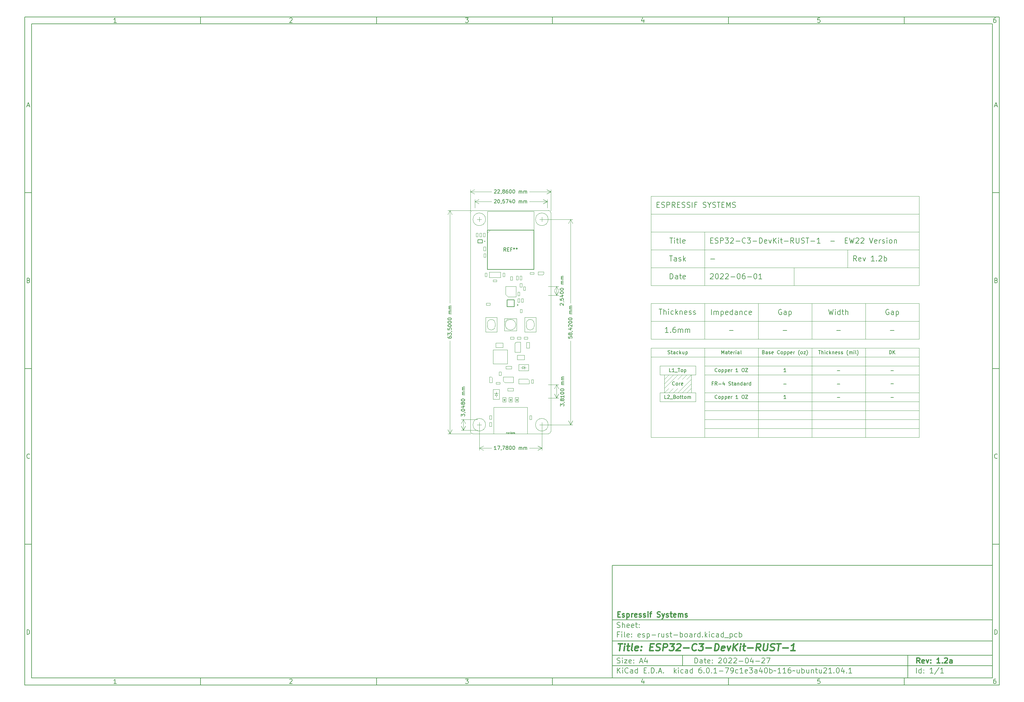
<source format=gbr>
G04 #@! TF.GenerationSoftware,KiCad,Pcbnew,6.0.1-79c1e3a40b~116~ubuntu21.04.1*
G04 #@! TF.CreationDate,2022-06-01T13:50:28+01:00*
G04 #@! TF.ProjectId,esp-rust-board,6573702d-7275-4737-942d-626f6172642e,1.2a*
G04 #@! TF.SameCoordinates,Original*
G04 #@! TF.FileFunction,AssemblyDrawing,Top*
%FSLAX46Y46*%
G04 Gerber Fmt 4.6, Leading zero omitted, Abs format (unit mm)*
G04 Created by KiCad (PCBNEW 6.0.1-79c1e3a40b~116~ubuntu21.04.1) date 2022-06-01 13:50:28*
%MOMM*%
%LPD*%
G01*
G04 APERTURE LIST*
%ADD10C,0.100000*%
%ADD11C,0.150000*%
%ADD12C,0.300000*%
%ADD13C,0.400000*%
%ADD14C,0.200000*%
%ADD15C,0.080000*%
%ADD16C,0.120000*%
%ADD17C,0.127000*%
G04 APERTURE END LIST*
D10*
D11*
X177002200Y-166007200D02*
X177002200Y-198007200D01*
X285002200Y-198007200D01*
X285002200Y-166007200D01*
X177002200Y-166007200D01*
D10*
D11*
X10000000Y-10000000D02*
X10000000Y-200007200D01*
X287002200Y-200007200D01*
X287002200Y-10000000D01*
X10000000Y-10000000D01*
D10*
D11*
X12000000Y-12000000D02*
X12000000Y-198007200D01*
X285002200Y-198007200D01*
X285002200Y-12000000D01*
X12000000Y-12000000D01*
D10*
D11*
X60000000Y-12000000D02*
X60000000Y-10000000D01*
D10*
D11*
X110000000Y-12000000D02*
X110000000Y-10000000D01*
D10*
D11*
X160000000Y-12000000D02*
X160000000Y-10000000D01*
D10*
D11*
X210000000Y-12000000D02*
X210000000Y-10000000D01*
D10*
D11*
X260000000Y-12000000D02*
X260000000Y-10000000D01*
D10*
D11*
X36065476Y-11588095D02*
X35322619Y-11588095D01*
X35694047Y-11588095D02*
X35694047Y-10288095D01*
X35570238Y-10473809D01*
X35446428Y-10597619D01*
X35322619Y-10659523D01*
D10*
D11*
X85322619Y-10411904D02*
X85384523Y-10350000D01*
X85508333Y-10288095D01*
X85817857Y-10288095D01*
X85941666Y-10350000D01*
X86003571Y-10411904D01*
X86065476Y-10535714D01*
X86065476Y-10659523D01*
X86003571Y-10845238D01*
X85260714Y-11588095D01*
X86065476Y-11588095D01*
D10*
D11*
X135260714Y-10288095D02*
X136065476Y-10288095D01*
X135632142Y-10783333D01*
X135817857Y-10783333D01*
X135941666Y-10845238D01*
X136003571Y-10907142D01*
X136065476Y-11030952D01*
X136065476Y-11340476D01*
X136003571Y-11464285D01*
X135941666Y-11526190D01*
X135817857Y-11588095D01*
X135446428Y-11588095D01*
X135322619Y-11526190D01*
X135260714Y-11464285D01*
D10*
D11*
X185941666Y-10721428D02*
X185941666Y-11588095D01*
X185632142Y-10226190D02*
X185322619Y-11154761D01*
X186127380Y-11154761D01*
D10*
D11*
X236003571Y-10288095D02*
X235384523Y-10288095D01*
X235322619Y-10907142D01*
X235384523Y-10845238D01*
X235508333Y-10783333D01*
X235817857Y-10783333D01*
X235941666Y-10845238D01*
X236003571Y-10907142D01*
X236065476Y-11030952D01*
X236065476Y-11340476D01*
X236003571Y-11464285D01*
X235941666Y-11526190D01*
X235817857Y-11588095D01*
X235508333Y-11588095D01*
X235384523Y-11526190D01*
X235322619Y-11464285D01*
D10*
D11*
X285941666Y-10288095D02*
X285694047Y-10288095D01*
X285570238Y-10350000D01*
X285508333Y-10411904D01*
X285384523Y-10597619D01*
X285322619Y-10845238D01*
X285322619Y-11340476D01*
X285384523Y-11464285D01*
X285446428Y-11526190D01*
X285570238Y-11588095D01*
X285817857Y-11588095D01*
X285941666Y-11526190D01*
X286003571Y-11464285D01*
X286065476Y-11340476D01*
X286065476Y-11030952D01*
X286003571Y-10907142D01*
X285941666Y-10845238D01*
X285817857Y-10783333D01*
X285570238Y-10783333D01*
X285446428Y-10845238D01*
X285384523Y-10907142D01*
X285322619Y-11030952D01*
D10*
D11*
X60000000Y-198007200D02*
X60000000Y-200007200D01*
D10*
D11*
X110000000Y-198007200D02*
X110000000Y-200007200D01*
D10*
D11*
X160000000Y-198007200D02*
X160000000Y-200007200D01*
D10*
D11*
X210000000Y-198007200D02*
X210000000Y-200007200D01*
D10*
D11*
X260000000Y-198007200D02*
X260000000Y-200007200D01*
D10*
D11*
X36065476Y-199595295D02*
X35322619Y-199595295D01*
X35694047Y-199595295D02*
X35694047Y-198295295D01*
X35570238Y-198481009D01*
X35446428Y-198604819D01*
X35322619Y-198666723D01*
D10*
D11*
X85322619Y-198419104D02*
X85384523Y-198357200D01*
X85508333Y-198295295D01*
X85817857Y-198295295D01*
X85941666Y-198357200D01*
X86003571Y-198419104D01*
X86065476Y-198542914D01*
X86065476Y-198666723D01*
X86003571Y-198852438D01*
X85260714Y-199595295D01*
X86065476Y-199595295D01*
D10*
D11*
X135260714Y-198295295D02*
X136065476Y-198295295D01*
X135632142Y-198790533D01*
X135817857Y-198790533D01*
X135941666Y-198852438D01*
X136003571Y-198914342D01*
X136065476Y-199038152D01*
X136065476Y-199347676D01*
X136003571Y-199471485D01*
X135941666Y-199533390D01*
X135817857Y-199595295D01*
X135446428Y-199595295D01*
X135322619Y-199533390D01*
X135260714Y-199471485D01*
D10*
D11*
X185941666Y-198728628D02*
X185941666Y-199595295D01*
X185632142Y-198233390D02*
X185322619Y-199161961D01*
X186127380Y-199161961D01*
D10*
D11*
X236003571Y-198295295D02*
X235384523Y-198295295D01*
X235322619Y-198914342D01*
X235384523Y-198852438D01*
X235508333Y-198790533D01*
X235817857Y-198790533D01*
X235941666Y-198852438D01*
X236003571Y-198914342D01*
X236065476Y-199038152D01*
X236065476Y-199347676D01*
X236003571Y-199471485D01*
X235941666Y-199533390D01*
X235817857Y-199595295D01*
X235508333Y-199595295D01*
X235384523Y-199533390D01*
X235322619Y-199471485D01*
D10*
D11*
X285941666Y-198295295D02*
X285694047Y-198295295D01*
X285570238Y-198357200D01*
X285508333Y-198419104D01*
X285384523Y-198604819D01*
X285322619Y-198852438D01*
X285322619Y-199347676D01*
X285384523Y-199471485D01*
X285446428Y-199533390D01*
X285570238Y-199595295D01*
X285817857Y-199595295D01*
X285941666Y-199533390D01*
X286003571Y-199471485D01*
X286065476Y-199347676D01*
X286065476Y-199038152D01*
X286003571Y-198914342D01*
X285941666Y-198852438D01*
X285817857Y-198790533D01*
X285570238Y-198790533D01*
X285446428Y-198852438D01*
X285384523Y-198914342D01*
X285322619Y-199038152D01*
D10*
D11*
X10000000Y-60000000D02*
X12000000Y-60000000D01*
D10*
D11*
X10000000Y-110000000D02*
X12000000Y-110000000D01*
D10*
D11*
X10000000Y-160000000D02*
X12000000Y-160000000D01*
D10*
D11*
X10690476Y-35216666D02*
X11309523Y-35216666D01*
X10566666Y-35588095D02*
X11000000Y-34288095D01*
X11433333Y-35588095D01*
D10*
D11*
X11092857Y-84907142D02*
X11278571Y-84969047D01*
X11340476Y-85030952D01*
X11402380Y-85154761D01*
X11402380Y-85340476D01*
X11340476Y-85464285D01*
X11278571Y-85526190D01*
X11154761Y-85588095D01*
X10659523Y-85588095D01*
X10659523Y-84288095D01*
X11092857Y-84288095D01*
X11216666Y-84350000D01*
X11278571Y-84411904D01*
X11340476Y-84535714D01*
X11340476Y-84659523D01*
X11278571Y-84783333D01*
X11216666Y-84845238D01*
X11092857Y-84907142D01*
X10659523Y-84907142D01*
D10*
D11*
X11402380Y-135464285D02*
X11340476Y-135526190D01*
X11154761Y-135588095D01*
X11030952Y-135588095D01*
X10845238Y-135526190D01*
X10721428Y-135402380D01*
X10659523Y-135278571D01*
X10597619Y-135030952D01*
X10597619Y-134845238D01*
X10659523Y-134597619D01*
X10721428Y-134473809D01*
X10845238Y-134350000D01*
X11030952Y-134288095D01*
X11154761Y-134288095D01*
X11340476Y-134350000D01*
X11402380Y-134411904D01*
D10*
D11*
X10659523Y-185588095D02*
X10659523Y-184288095D01*
X10969047Y-184288095D01*
X11154761Y-184350000D01*
X11278571Y-184473809D01*
X11340476Y-184597619D01*
X11402380Y-184845238D01*
X11402380Y-185030952D01*
X11340476Y-185278571D01*
X11278571Y-185402380D01*
X11154761Y-185526190D01*
X10969047Y-185588095D01*
X10659523Y-185588095D01*
D10*
D11*
X287002200Y-60000000D02*
X285002200Y-60000000D01*
D10*
D11*
X287002200Y-110000000D02*
X285002200Y-110000000D01*
D10*
D11*
X287002200Y-160000000D02*
X285002200Y-160000000D01*
D10*
D11*
X285692676Y-35216666D02*
X286311723Y-35216666D01*
X285568866Y-35588095D02*
X286002200Y-34288095D01*
X286435533Y-35588095D01*
D10*
D11*
X286095057Y-84907142D02*
X286280771Y-84969047D01*
X286342676Y-85030952D01*
X286404580Y-85154761D01*
X286404580Y-85340476D01*
X286342676Y-85464285D01*
X286280771Y-85526190D01*
X286156961Y-85588095D01*
X285661723Y-85588095D01*
X285661723Y-84288095D01*
X286095057Y-84288095D01*
X286218866Y-84350000D01*
X286280771Y-84411904D01*
X286342676Y-84535714D01*
X286342676Y-84659523D01*
X286280771Y-84783333D01*
X286218866Y-84845238D01*
X286095057Y-84907142D01*
X285661723Y-84907142D01*
D10*
D11*
X286404580Y-135464285D02*
X286342676Y-135526190D01*
X286156961Y-135588095D01*
X286033152Y-135588095D01*
X285847438Y-135526190D01*
X285723628Y-135402380D01*
X285661723Y-135278571D01*
X285599819Y-135030952D01*
X285599819Y-134845238D01*
X285661723Y-134597619D01*
X285723628Y-134473809D01*
X285847438Y-134350000D01*
X286033152Y-134288095D01*
X286156961Y-134288095D01*
X286342676Y-134350000D01*
X286404580Y-134411904D01*
D10*
D11*
X285661723Y-185588095D02*
X285661723Y-184288095D01*
X285971247Y-184288095D01*
X286156961Y-184350000D01*
X286280771Y-184473809D01*
X286342676Y-184597619D01*
X286404580Y-184845238D01*
X286404580Y-185030952D01*
X286342676Y-185278571D01*
X286280771Y-185402380D01*
X286156961Y-185526190D01*
X285971247Y-185588095D01*
X285661723Y-185588095D01*
D10*
D11*
X200434342Y-193785771D02*
X200434342Y-192285771D01*
X200791485Y-192285771D01*
X201005771Y-192357200D01*
X201148628Y-192500057D01*
X201220057Y-192642914D01*
X201291485Y-192928628D01*
X201291485Y-193142914D01*
X201220057Y-193428628D01*
X201148628Y-193571485D01*
X201005771Y-193714342D01*
X200791485Y-193785771D01*
X200434342Y-193785771D01*
X202577200Y-193785771D02*
X202577200Y-193000057D01*
X202505771Y-192857200D01*
X202362914Y-192785771D01*
X202077200Y-192785771D01*
X201934342Y-192857200D01*
X202577200Y-193714342D02*
X202434342Y-193785771D01*
X202077200Y-193785771D01*
X201934342Y-193714342D01*
X201862914Y-193571485D01*
X201862914Y-193428628D01*
X201934342Y-193285771D01*
X202077200Y-193214342D01*
X202434342Y-193214342D01*
X202577200Y-193142914D01*
X203077200Y-192785771D02*
X203648628Y-192785771D01*
X203291485Y-192285771D02*
X203291485Y-193571485D01*
X203362914Y-193714342D01*
X203505771Y-193785771D01*
X203648628Y-193785771D01*
X204720057Y-193714342D02*
X204577200Y-193785771D01*
X204291485Y-193785771D01*
X204148628Y-193714342D01*
X204077200Y-193571485D01*
X204077200Y-193000057D01*
X204148628Y-192857200D01*
X204291485Y-192785771D01*
X204577200Y-192785771D01*
X204720057Y-192857200D01*
X204791485Y-193000057D01*
X204791485Y-193142914D01*
X204077200Y-193285771D01*
X205434342Y-193642914D02*
X205505771Y-193714342D01*
X205434342Y-193785771D01*
X205362914Y-193714342D01*
X205434342Y-193642914D01*
X205434342Y-193785771D01*
X205434342Y-192857200D02*
X205505771Y-192928628D01*
X205434342Y-193000057D01*
X205362914Y-192928628D01*
X205434342Y-192857200D01*
X205434342Y-193000057D01*
X207220057Y-192428628D02*
X207291485Y-192357200D01*
X207434342Y-192285771D01*
X207791485Y-192285771D01*
X207934342Y-192357200D01*
X208005771Y-192428628D01*
X208077200Y-192571485D01*
X208077200Y-192714342D01*
X208005771Y-192928628D01*
X207148628Y-193785771D01*
X208077200Y-193785771D01*
X209005771Y-192285771D02*
X209148628Y-192285771D01*
X209291485Y-192357200D01*
X209362914Y-192428628D01*
X209434342Y-192571485D01*
X209505771Y-192857200D01*
X209505771Y-193214342D01*
X209434342Y-193500057D01*
X209362914Y-193642914D01*
X209291485Y-193714342D01*
X209148628Y-193785771D01*
X209005771Y-193785771D01*
X208862914Y-193714342D01*
X208791485Y-193642914D01*
X208720057Y-193500057D01*
X208648628Y-193214342D01*
X208648628Y-192857200D01*
X208720057Y-192571485D01*
X208791485Y-192428628D01*
X208862914Y-192357200D01*
X209005771Y-192285771D01*
X210077200Y-192428628D02*
X210148628Y-192357200D01*
X210291485Y-192285771D01*
X210648628Y-192285771D01*
X210791485Y-192357200D01*
X210862914Y-192428628D01*
X210934342Y-192571485D01*
X210934342Y-192714342D01*
X210862914Y-192928628D01*
X210005771Y-193785771D01*
X210934342Y-193785771D01*
X211505771Y-192428628D02*
X211577200Y-192357200D01*
X211720057Y-192285771D01*
X212077200Y-192285771D01*
X212220057Y-192357200D01*
X212291485Y-192428628D01*
X212362914Y-192571485D01*
X212362914Y-192714342D01*
X212291485Y-192928628D01*
X211434342Y-193785771D01*
X212362914Y-193785771D01*
X213005771Y-193214342D02*
X214148628Y-193214342D01*
X215148628Y-192285771D02*
X215291485Y-192285771D01*
X215434342Y-192357200D01*
X215505771Y-192428628D01*
X215577200Y-192571485D01*
X215648628Y-192857200D01*
X215648628Y-193214342D01*
X215577200Y-193500057D01*
X215505771Y-193642914D01*
X215434342Y-193714342D01*
X215291485Y-193785771D01*
X215148628Y-193785771D01*
X215005771Y-193714342D01*
X214934342Y-193642914D01*
X214862914Y-193500057D01*
X214791485Y-193214342D01*
X214791485Y-192857200D01*
X214862914Y-192571485D01*
X214934342Y-192428628D01*
X215005771Y-192357200D01*
X215148628Y-192285771D01*
X216934342Y-192785771D02*
X216934342Y-193785771D01*
X216577200Y-192214342D02*
X216220057Y-193285771D01*
X217148628Y-193285771D01*
X217720057Y-193214342D02*
X218862914Y-193214342D01*
X219505771Y-192428628D02*
X219577200Y-192357200D01*
X219720057Y-192285771D01*
X220077200Y-192285771D01*
X220220057Y-192357200D01*
X220291485Y-192428628D01*
X220362914Y-192571485D01*
X220362914Y-192714342D01*
X220291485Y-192928628D01*
X219434342Y-193785771D01*
X220362914Y-193785771D01*
X220862914Y-192285771D02*
X221862914Y-192285771D01*
X221220057Y-193785771D01*
D10*
D11*
X177002200Y-194507200D02*
X285002200Y-194507200D01*
D10*
D11*
X178434342Y-196585771D02*
X178434342Y-195085771D01*
X179291485Y-196585771D02*
X178648628Y-195728628D01*
X179291485Y-195085771D02*
X178434342Y-195942914D01*
X179934342Y-196585771D02*
X179934342Y-195585771D01*
X179934342Y-195085771D02*
X179862914Y-195157200D01*
X179934342Y-195228628D01*
X180005771Y-195157200D01*
X179934342Y-195085771D01*
X179934342Y-195228628D01*
X181505771Y-196442914D02*
X181434342Y-196514342D01*
X181220057Y-196585771D01*
X181077200Y-196585771D01*
X180862914Y-196514342D01*
X180720057Y-196371485D01*
X180648628Y-196228628D01*
X180577200Y-195942914D01*
X180577200Y-195728628D01*
X180648628Y-195442914D01*
X180720057Y-195300057D01*
X180862914Y-195157200D01*
X181077200Y-195085771D01*
X181220057Y-195085771D01*
X181434342Y-195157200D01*
X181505771Y-195228628D01*
X182791485Y-196585771D02*
X182791485Y-195800057D01*
X182720057Y-195657200D01*
X182577200Y-195585771D01*
X182291485Y-195585771D01*
X182148628Y-195657200D01*
X182791485Y-196514342D02*
X182648628Y-196585771D01*
X182291485Y-196585771D01*
X182148628Y-196514342D01*
X182077200Y-196371485D01*
X182077200Y-196228628D01*
X182148628Y-196085771D01*
X182291485Y-196014342D01*
X182648628Y-196014342D01*
X182791485Y-195942914D01*
X184148628Y-196585771D02*
X184148628Y-195085771D01*
X184148628Y-196514342D02*
X184005771Y-196585771D01*
X183720057Y-196585771D01*
X183577200Y-196514342D01*
X183505771Y-196442914D01*
X183434342Y-196300057D01*
X183434342Y-195871485D01*
X183505771Y-195728628D01*
X183577200Y-195657200D01*
X183720057Y-195585771D01*
X184005771Y-195585771D01*
X184148628Y-195657200D01*
X186005771Y-195800057D02*
X186505771Y-195800057D01*
X186720057Y-196585771D02*
X186005771Y-196585771D01*
X186005771Y-195085771D01*
X186720057Y-195085771D01*
X187362914Y-196442914D02*
X187434342Y-196514342D01*
X187362914Y-196585771D01*
X187291485Y-196514342D01*
X187362914Y-196442914D01*
X187362914Y-196585771D01*
X188077200Y-196585771D02*
X188077200Y-195085771D01*
X188434342Y-195085771D01*
X188648628Y-195157200D01*
X188791485Y-195300057D01*
X188862914Y-195442914D01*
X188934342Y-195728628D01*
X188934342Y-195942914D01*
X188862914Y-196228628D01*
X188791485Y-196371485D01*
X188648628Y-196514342D01*
X188434342Y-196585771D01*
X188077200Y-196585771D01*
X189577200Y-196442914D02*
X189648628Y-196514342D01*
X189577200Y-196585771D01*
X189505771Y-196514342D01*
X189577200Y-196442914D01*
X189577200Y-196585771D01*
X190220057Y-196157200D02*
X190934342Y-196157200D01*
X190077200Y-196585771D02*
X190577200Y-195085771D01*
X191077200Y-196585771D01*
X191577200Y-196442914D02*
X191648628Y-196514342D01*
X191577200Y-196585771D01*
X191505771Y-196514342D01*
X191577200Y-196442914D01*
X191577200Y-196585771D01*
X194577200Y-196585771D02*
X194577200Y-195085771D01*
X194720057Y-196014342D02*
X195148628Y-196585771D01*
X195148628Y-195585771D02*
X194577200Y-196157200D01*
X195791485Y-196585771D02*
X195791485Y-195585771D01*
X195791485Y-195085771D02*
X195720057Y-195157200D01*
X195791485Y-195228628D01*
X195862914Y-195157200D01*
X195791485Y-195085771D01*
X195791485Y-195228628D01*
X197148628Y-196514342D02*
X197005771Y-196585771D01*
X196720057Y-196585771D01*
X196577200Y-196514342D01*
X196505771Y-196442914D01*
X196434342Y-196300057D01*
X196434342Y-195871485D01*
X196505771Y-195728628D01*
X196577200Y-195657200D01*
X196720057Y-195585771D01*
X197005771Y-195585771D01*
X197148628Y-195657200D01*
X198434342Y-196585771D02*
X198434342Y-195800057D01*
X198362914Y-195657200D01*
X198220057Y-195585771D01*
X197934342Y-195585771D01*
X197791485Y-195657200D01*
X198434342Y-196514342D02*
X198291485Y-196585771D01*
X197934342Y-196585771D01*
X197791485Y-196514342D01*
X197720057Y-196371485D01*
X197720057Y-196228628D01*
X197791485Y-196085771D01*
X197934342Y-196014342D01*
X198291485Y-196014342D01*
X198434342Y-195942914D01*
X199791485Y-196585771D02*
X199791485Y-195085771D01*
X199791485Y-196514342D02*
X199648628Y-196585771D01*
X199362914Y-196585771D01*
X199220057Y-196514342D01*
X199148628Y-196442914D01*
X199077200Y-196300057D01*
X199077200Y-195871485D01*
X199148628Y-195728628D01*
X199220057Y-195657200D01*
X199362914Y-195585771D01*
X199648628Y-195585771D01*
X199791485Y-195657200D01*
X202291485Y-195085771D02*
X202005771Y-195085771D01*
X201862914Y-195157200D01*
X201791485Y-195228628D01*
X201648628Y-195442914D01*
X201577200Y-195728628D01*
X201577200Y-196300057D01*
X201648628Y-196442914D01*
X201720057Y-196514342D01*
X201862914Y-196585771D01*
X202148628Y-196585771D01*
X202291485Y-196514342D01*
X202362914Y-196442914D01*
X202434342Y-196300057D01*
X202434342Y-195942914D01*
X202362914Y-195800057D01*
X202291485Y-195728628D01*
X202148628Y-195657200D01*
X201862914Y-195657200D01*
X201720057Y-195728628D01*
X201648628Y-195800057D01*
X201577200Y-195942914D01*
X203077200Y-196442914D02*
X203148628Y-196514342D01*
X203077200Y-196585771D01*
X203005771Y-196514342D01*
X203077200Y-196442914D01*
X203077200Y-196585771D01*
X204077200Y-195085771D02*
X204220057Y-195085771D01*
X204362914Y-195157200D01*
X204434342Y-195228628D01*
X204505771Y-195371485D01*
X204577200Y-195657200D01*
X204577200Y-196014342D01*
X204505771Y-196300057D01*
X204434342Y-196442914D01*
X204362914Y-196514342D01*
X204220057Y-196585771D01*
X204077200Y-196585771D01*
X203934342Y-196514342D01*
X203862914Y-196442914D01*
X203791485Y-196300057D01*
X203720057Y-196014342D01*
X203720057Y-195657200D01*
X203791485Y-195371485D01*
X203862914Y-195228628D01*
X203934342Y-195157200D01*
X204077200Y-195085771D01*
X205220057Y-196442914D02*
X205291485Y-196514342D01*
X205220057Y-196585771D01*
X205148628Y-196514342D01*
X205220057Y-196442914D01*
X205220057Y-196585771D01*
X206720057Y-196585771D02*
X205862914Y-196585771D01*
X206291485Y-196585771D02*
X206291485Y-195085771D01*
X206148628Y-195300057D01*
X206005771Y-195442914D01*
X205862914Y-195514342D01*
X207362914Y-196014342D02*
X208505771Y-196014342D01*
X209077200Y-195085771D02*
X210077200Y-195085771D01*
X209434342Y-196585771D01*
X210720057Y-196585771D02*
X211005771Y-196585771D01*
X211148628Y-196514342D01*
X211220057Y-196442914D01*
X211362914Y-196228628D01*
X211434342Y-195942914D01*
X211434342Y-195371485D01*
X211362914Y-195228628D01*
X211291485Y-195157200D01*
X211148628Y-195085771D01*
X210862914Y-195085771D01*
X210720057Y-195157200D01*
X210648628Y-195228628D01*
X210577200Y-195371485D01*
X210577200Y-195728628D01*
X210648628Y-195871485D01*
X210720057Y-195942914D01*
X210862914Y-196014342D01*
X211148628Y-196014342D01*
X211291485Y-195942914D01*
X211362914Y-195871485D01*
X211434342Y-195728628D01*
X212720057Y-196514342D02*
X212577200Y-196585771D01*
X212291485Y-196585771D01*
X212148628Y-196514342D01*
X212077200Y-196442914D01*
X212005771Y-196300057D01*
X212005771Y-195871485D01*
X212077200Y-195728628D01*
X212148628Y-195657200D01*
X212291485Y-195585771D01*
X212577200Y-195585771D01*
X212720057Y-195657200D01*
X214148628Y-196585771D02*
X213291485Y-196585771D01*
X213720057Y-196585771D02*
X213720057Y-195085771D01*
X213577200Y-195300057D01*
X213434342Y-195442914D01*
X213291485Y-195514342D01*
X215362914Y-196514342D02*
X215220057Y-196585771D01*
X214934342Y-196585771D01*
X214791485Y-196514342D01*
X214720057Y-196371485D01*
X214720057Y-195800057D01*
X214791485Y-195657200D01*
X214934342Y-195585771D01*
X215220057Y-195585771D01*
X215362914Y-195657200D01*
X215434342Y-195800057D01*
X215434342Y-195942914D01*
X214720057Y-196085771D01*
X215934342Y-195085771D02*
X216862914Y-195085771D01*
X216362914Y-195657200D01*
X216577200Y-195657200D01*
X216720057Y-195728628D01*
X216791485Y-195800057D01*
X216862914Y-195942914D01*
X216862914Y-196300057D01*
X216791485Y-196442914D01*
X216720057Y-196514342D01*
X216577200Y-196585771D01*
X216148628Y-196585771D01*
X216005771Y-196514342D01*
X215934342Y-196442914D01*
X218148628Y-196585771D02*
X218148628Y-195800057D01*
X218077200Y-195657200D01*
X217934342Y-195585771D01*
X217648628Y-195585771D01*
X217505771Y-195657200D01*
X218148628Y-196514342D02*
X218005771Y-196585771D01*
X217648628Y-196585771D01*
X217505771Y-196514342D01*
X217434342Y-196371485D01*
X217434342Y-196228628D01*
X217505771Y-196085771D01*
X217648628Y-196014342D01*
X218005771Y-196014342D01*
X218148628Y-195942914D01*
X219505771Y-195585771D02*
X219505771Y-196585771D01*
X219148628Y-195014342D02*
X218791485Y-196085771D01*
X219720057Y-196085771D01*
X220577200Y-195085771D02*
X220720057Y-195085771D01*
X220862914Y-195157200D01*
X220934342Y-195228628D01*
X221005771Y-195371485D01*
X221077200Y-195657200D01*
X221077200Y-196014342D01*
X221005771Y-196300057D01*
X220934342Y-196442914D01*
X220862914Y-196514342D01*
X220720057Y-196585771D01*
X220577200Y-196585771D01*
X220434342Y-196514342D01*
X220362914Y-196442914D01*
X220291485Y-196300057D01*
X220220057Y-196014342D01*
X220220057Y-195657200D01*
X220291485Y-195371485D01*
X220362914Y-195228628D01*
X220434342Y-195157200D01*
X220577200Y-195085771D01*
X221720057Y-196585771D02*
X221720057Y-195085771D01*
X221720057Y-195657200D02*
X221862914Y-195585771D01*
X222148628Y-195585771D01*
X222291485Y-195657200D01*
X222362914Y-195728628D01*
X222434342Y-195871485D01*
X222434342Y-196300057D01*
X222362914Y-196442914D01*
X222291485Y-196514342D01*
X222148628Y-196585771D01*
X221862914Y-196585771D01*
X221720057Y-196514342D01*
X222862914Y-196014342D02*
X222934342Y-195942914D01*
X223077200Y-195871485D01*
X223362914Y-196014342D01*
X223505771Y-195942914D01*
X223577200Y-195871485D01*
X224934342Y-196585771D02*
X224077200Y-196585771D01*
X224505771Y-196585771D02*
X224505771Y-195085771D01*
X224362914Y-195300057D01*
X224220057Y-195442914D01*
X224077200Y-195514342D01*
X226362914Y-196585771D02*
X225505771Y-196585771D01*
X225934342Y-196585771D02*
X225934342Y-195085771D01*
X225791485Y-195300057D01*
X225648628Y-195442914D01*
X225505771Y-195514342D01*
X227648628Y-195085771D02*
X227362914Y-195085771D01*
X227220057Y-195157200D01*
X227148628Y-195228628D01*
X227005771Y-195442914D01*
X226934342Y-195728628D01*
X226934342Y-196300057D01*
X227005771Y-196442914D01*
X227077199Y-196514342D01*
X227220057Y-196585771D01*
X227505771Y-196585771D01*
X227648628Y-196514342D01*
X227720057Y-196442914D01*
X227791485Y-196300057D01*
X227791485Y-195942914D01*
X227720057Y-195800057D01*
X227648628Y-195728628D01*
X227505771Y-195657200D01*
X227220057Y-195657200D01*
X227077199Y-195728628D01*
X227005771Y-195800057D01*
X226934342Y-195942914D01*
X228220057Y-196014342D02*
X228291485Y-195942914D01*
X228434342Y-195871485D01*
X228720057Y-196014342D01*
X228862914Y-195942914D01*
X228934342Y-195871485D01*
X230148628Y-195585771D02*
X230148628Y-196585771D01*
X229505771Y-195585771D02*
X229505771Y-196371485D01*
X229577199Y-196514342D01*
X229720057Y-196585771D01*
X229934342Y-196585771D01*
X230077199Y-196514342D01*
X230148628Y-196442914D01*
X230862914Y-196585771D02*
X230862914Y-195085771D01*
X230862914Y-195657200D02*
X231005771Y-195585771D01*
X231291485Y-195585771D01*
X231434342Y-195657200D01*
X231505771Y-195728628D01*
X231577200Y-195871485D01*
X231577200Y-196300057D01*
X231505771Y-196442914D01*
X231434342Y-196514342D01*
X231291485Y-196585771D01*
X231005771Y-196585771D01*
X230862914Y-196514342D01*
X232862914Y-195585771D02*
X232862914Y-196585771D01*
X232220057Y-195585771D02*
X232220057Y-196371485D01*
X232291485Y-196514342D01*
X232434342Y-196585771D01*
X232648628Y-196585771D01*
X232791485Y-196514342D01*
X232862914Y-196442914D01*
X233577200Y-195585771D02*
X233577200Y-196585771D01*
X233577200Y-195728628D02*
X233648628Y-195657200D01*
X233791485Y-195585771D01*
X234005771Y-195585771D01*
X234148628Y-195657200D01*
X234220057Y-195800057D01*
X234220057Y-196585771D01*
X234720057Y-195585771D02*
X235291485Y-195585771D01*
X234934342Y-195085771D02*
X234934342Y-196371485D01*
X235005771Y-196514342D01*
X235148628Y-196585771D01*
X235291485Y-196585771D01*
X236434342Y-195585771D02*
X236434342Y-196585771D01*
X235791485Y-195585771D02*
X235791485Y-196371485D01*
X235862914Y-196514342D01*
X236005771Y-196585771D01*
X236220057Y-196585771D01*
X236362914Y-196514342D01*
X236434342Y-196442914D01*
X237077200Y-195228628D02*
X237148628Y-195157200D01*
X237291485Y-195085771D01*
X237648628Y-195085771D01*
X237791485Y-195157200D01*
X237862914Y-195228628D01*
X237934342Y-195371485D01*
X237934342Y-195514342D01*
X237862914Y-195728628D01*
X237005771Y-196585771D01*
X237934342Y-196585771D01*
X239362914Y-196585771D02*
X238505771Y-196585771D01*
X238934342Y-196585771D02*
X238934342Y-195085771D01*
X238791485Y-195300057D01*
X238648628Y-195442914D01*
X238505771Y-195514342D01*
X240005771Y-196442914D02*
X240077199Y-196514342D01*
X240005771Y-196585771D01*
X239934342Y-196514342D01*
X240005771Y-196442914D01*
X240005771Y-196585771D01*
X241005771Y-195085771D02*
X241148628Y-195085771D01*
X241291485Y-195157200D01*
X241362914Y-195228628D01*
X241434342Y-195371485D01*
X241505771Y-195657200D01*
X241505771Y-196014342D01*
X241434342Y-196300057D01*
X241362914Y-196442914D01*
X241291485Y-196514342D01*
X241148628Y-196585771D01*
X241005771Y-196585771D01*
X240862914Y-196514342D01*
X240791485Y-196442914D01*
X240720057Y-196300057D01*
X240648628Y-196014342D01*
X240648628Y-195657200D01*
X240720057Y-195371485D01*
X240791485Y-195228628D01*
X240862914Y-195157200D01*
X241005771Y-195085771D01*
X242791485Y-195585771D02*
X242791485Y-196585771D01*
X242434342Y-195014342D02*
X242077199Y-196085771D01*
X243005771Y-196085771D01*
X243577199Y-196442914D02*
X243648628Y-196514342D01*
X243577199Y-196585771D01*
X243505771Y-196514342D01*
X243577199Y-196442914D01*
X243577199Y-196585771D01*
X245077199Y-196585771D02*
X244220057Y-196585771D01*
X244648628Y-196585771D02*
X244648628Y-195085771D01*
X244505771Y-195300057D01*
X244362914Y-195442914D01*
X244220057Y-195514342D01*
D10*
D11*
X177002200Y-191507200D02*
X285002200Y-191507200D01*
D10*
D12*
X264411485Y-193785771D02*
X263911485Y-193071485D01*
X263554342Y-193785771D02*
X263554342Y-192285771D01*
X264125771Y-192285771D01*
X264268628Y-192357200D01*
X264340057Y-192428628D01*
X264411485Y-192571485D01*
X264411485Y-192785771D01*
X264340057Y-192928628D01*
X264268628Y-193000057D01*
X264125771Y-193071485D01*
X263554342Y-193071485D01*
X265625771Y-193714342D02*
X265482914Y-193785771D01*
X265197200Y-193785771D01*
X265054342Y-193714342D01*
X264982914Y-193571485D01*
X264982914Y-193000057D01*
X265054342Y-192857200D01*
X265197200Y-192785771D01*
X265482914Y-192785771D01*
X265625771Y-192857200D01*
X265697200Y-193000057D01*
X265697200Y-193142914D01*
X264982914Y-193285771D01*
X266197200Y-192785771D02*
X266554342Y-193785771D01*
X266911485Y-192785771D01*
X267482914Y-193642914D02*
X267554342Y-193714342D01*
X267482914Y-193785771D01*
X267411485Y-193714342D01*
X267482914Y-193642914D01*
X267482914Y-193785771D01*
X267482914Y-192857200D02*
X267554342Y-192928628D01*
X267482914Y-193000057D01*
X267411485Y-192928628D01*
X267482914Y-192857200D01*
X267482914Y-193000057D01*
X270125771Y-193785771D02*
X269268628Y-193785771D01*
X269697200Y-193785771D02*
X269697200Y-192285771D01*
X269554342Y-192500057D01*
X269411485Y-192642914D01*
X269268628Y-192714342D01*
X270768628Y-193642914D02*
X270840057Y-193714342D01*
X270768628Y-193785771D01*
X270697200Y-193714342D01*
X270768628Y-193642914D01*
X270768628Y-193785771D01*
X271411485Y-192428628D02*
X271482914Y-192357200D01*
X271625771Y-192285771D01*
X271982914Y-192285771D01*
X272125771Y-192357200D01*
X272197200Y-192428628D01*
X272268628Y-192571485D01*
X272268628Y-192714342D01*
X272197200Y-192928628D01*
X271340057Y-193785771D01*
X272268628Y-193785771D01*
X273554342Y-193785771D02*
X273554342Y-193000057D01*
X273482914Y-192857200D01*
X273340057Y-192785771D01*
X273054342Y-192785771D01*
X272911485Y-192857200D01*
X273554342Y-193714342D02*
X273411485Y-193785771D01*
X273054342Y-193785771D01*
X272911485Y-193714342D01*
X272840057Y-193571485D01*
X272840057Y-193428628D01*
X272911485Y-193285771D01*
X273054342Y-193214342D01*
X273411485Y-193214342D01*
X273554342Y-193142914D01*
D10*
D11*
X178362914Y-193714342D02*
X178577200Y-193785771D01*
X178934342Y-193785771D01*
X179077200Y-193714342D01*
X179148628Y-193642914D01*
X179220057Y-193500057D01*
X179220057Y-193357200D01*
X179148628Y-193214342D01*
X179077200Y-193142914D01*
X178934342Y-193071485D01*
X178648628Y-193000057D01*
X178505771Y-192928628D01*
X178434342Y-192857200D01*
X178362914Y-192714342D01*
X178362914Y-192571485D01*
X178434342Y-192428628D01*
X178505771Y-192357200D01*
X178648628Y-192285771D01*
X179005771Y-192285771D01*
X179220057Y-192357200D01*
X179862914Y-193785771D02*
X179862914Y-192785771D01*
X179862914Y-192285771D02*
X179791485Y-192357200D01*
X179862914Y-192428628D01*
X179934342Y-192357200D01*
X179862914Y-192285771D01*
X179862914Y-192428628D01*
X180434342Y-192785771D02*
X181220057Y-192785771D01*
X180434342Y-193785771D01*
X181220057Y-193785771D01*
X182362914Y-193714342D02*
X182220057Y-193785771D01*
X181934342Y-193785771D01*
X181791485Y-193714342D01*
X181720057Y-193571485D01*
X181720057Y-193000057D01*
X181791485Y-192857200D01*
X181934342Y-192785771D01*
X182220057Y-192785771D01*
X182362914Y-192857200D01*
X182434342Y-193000057D01*
X182434342Y-193142914D01*
X181720057Y-193285771D01*
X183077200Y-193642914D02*
X183148628Y-193714342D01*
X183077200Y-193785771D01*
X183005771Y-193714342D01*
X183077200Y-193642914D01*
X183077200Y-193785771D01*
X183077200Y-192857200D02*
X183148628Y-192928628D01*
X183077200Y-193000057D01*
X183005771Y-192928628D01*
X183077200Y-192857200D01*
X183077200Y-193000057D01*
X184862914Y-193357200D02*
X185577200Y-193357200D01*
X184720057Y-193785771D02*
X185220057Y-192285771D01*
X185720057Y-193785771D01*
X186862914Y-192785771D02*
X186862914Y-193785771D01*
X186505771Y-192214342D02*
X186148628Y-193285771D01*
X187077200Y-193285771D01*
D10*
D11*
X263434342Y-196585771D02*
X263434342Y-195085771D01*
X264791485Y-196585771D02*
X264791485Y-195085771D01*
X264791485Y-196514342D02*
X264648628Y-196585771D01*
X264362914Y-196585771D01*
X264220057Y-196514342D01*
X264148628Y-196442914D01*
X264077200Y-196300057D01*
X264077200Y-195871485D01*
X264148628Y-195728628D01*
X264220057Y-195657200D01*
X264362914Y-195585771D01*
X264648628Y-195585771D01*
X264791485Y-195657200D01*
X265505771Y-196442914D02*
X265577200Y-196514342D01*
X265505771Y-196585771D01*
X265434342Y-196514342D01*
X265505771Y-196442914D01*
X265505771Y-196585771D01*
X265505771Y-195657200D02*
X265577200Y-195728628D01*
X265505771Y-195800057D01*
X265434342Y-195728628D01*
X265505771Y-195657200D01*
X265505771Y-195800057D01*
X268148628Y-196585771D02*
X267291485Y-196585771D01*
X267720057Y-196585771D02*
X267720057Y-195085771D01*
X267577200Y-195300057D01*
X267434342Y-195442914D01*
X267291485Y-195514342D01*
X269862914Y-195014342D02*
X268577200Y-196942914D01*
X271148628Y-196585771D02*
X270291485Y-196585771D01*
X270720057Y-196585771D02*
X270720057Y-195085771D01*
X270577200Y-195300057D01*
X270434342Y-195442914D01*
X270291485Y-195514342D01*
D10*
D11*
X177002200Y-187507200D02*
X285002200Y-187507200D01*
D10*
D13*
X178714580Y-188211961D02*
X179857438Y-188211961D01*
X179036009Y-190211961D02*
X179286009Y-188211961D01*
X180274104Y-190211961D02*
X180440771Y-188878628D01*
X180524104Y-188211961D02*
X180416961Y-188307200D01*
X180500295Y-188402438D01*
X180607438Y-188307200D01*
X180524104Y-188211961D01*
X180500295Y-188402438D01*
X181107438Y-188878628D02*
X181869342Y-188878628D01*
X181476485Y-188211961D02*
X181262200Y-189926247D01*
X181333628Y-190116723D01*
X181512200Y-190211961D01*
X181702676Y-190211961D01*
X182655057Y-190211961D02*
X182476485Y-190116723D01*
X182405057Y-189926247D01*
X182619342Y-188211961D01*
X184190771Y-190116723D02*
X183988390Y-190211961D01*
X183607438Y-190211961D01*
X183428866Y-190116723D01*
X183357438Y-189926247D01*
X183452676Y-189164342D01*
X183571723Y-188973866D01*
X183774104Y-188878628D01*
X184155057Y-188878628D01*
X184333628Y-188973866D01*
X184405057Y-189164342D01*
X184381247Y-189354819D01*
X183405057Y-189545295D01*
X185155057Y-190021485D02*
X185238390Y-190116723D01*
X185131247Y-190211961D01*
X185047914Y-190116723D01*
X185155057Y-190021485D01*
X185131247Y-190211961D01*
X185286009Y-188973866D02*
X185369342Y-189069104D01*
X185262200Y-189164342D01*
X185178866Y-189069104D01*
X185286009Y-188973866D01*
X185262200Y-189164342D01*
X187738390Y-189164342D02*
X188405057Y-189164342D01*
X188559819Y-190211961D02*
X187607438Y-190211961D01*
X187857438Y-188211961D01*
X188809819Y-188211961D01*
X189333628Y-190116723D02*
X189607438Y-190211961D01*
X190083628Y-190211961D01*
X190286009Y-190116723D01*
X190393152Y-190021485D01*
X190512200Y-189831009D01*
X190536009Y-189640533D01*
X190464580Y-189450057D01*
X190381247Y-189354819D01*
X190202676Y-189259580D01*
X189833628Y-189164342D01*
X189655057Y-189069104D01*
X189571723Y-188973866D01*
X189500295Y-188783390D01*
X189524104Y-188592914D01*
X189643152Y-188402438D01*
X189750295Y-188307200D01*
X189952676Y-188211961D01*
X190428866Y-188211961D01*
X190702676Y-188307200D01*
X191321723Y-190211961D02*
X191571723Y-188211961D01*
X192333628Y-188211961D01*
X192512200Y-188307200D01*
X192595533Y-188402438D01*
X192666961Y-188592914D01*
X192631247Y-188878628D01*
X192512200Y-189069104D01*
X192405057Y-189164342D01*
X192202676Y-189259580D01*
X191440771Y-189259580D01*
X193381247Y-188211961D02*
X194619342Y-188211961D01*
X193857438Y-188973866D01*
X194143152Y-188973866D01*
X194321723Y-189069104D01*
X194405057Y-189164342D01*
X194476485Y-189354819D01*
X194416961Y-189831009D01*
X194297914Y-190021485D01*
X194190771Y-190116723D01*
X193988390Y-190211961D01*
X193416961Y-190211961D01*
X193238390Y-190116723D01*
X193155057Y-190021485D01*
X195357438Y-188402438D02*
X195464580Y-188307200D01*
X195666961Y-188211961D01*
X196143152Y-188211961D01*
X196321723Y-188307200D01*
X196405057Y-188402438D01*
X196476485Y-188592914D01*
X196452676Y-188783390D01*
X196321723Y-189069104D01*
X195036009Y-190211961D01*
X196274104Y-190211961D01*
X197226485Y-189450057D02*
X198750295Y-189450057D01*
X200774104Y-190021485D02*
X200666961Y-190116723D01*
X200369342Y-190211961D01*
X200178866Y-190211961D01*
X199905057Y-190116723D01*
X199738390Y-189926247D01*
X199666961Y-189735771D01*
X199619342Y-189354819D01*
X199655057Y-189069104D01*
X199797914Y-188688152D01*
X199916961Y-188497676D01*
X200131247Y-188307200D01*
X200428866Y-188211961D01*
X200619342Y-188211961D01*
X200893152Y-188307200D01*
X200976485Y-188402438D01*
X201666961Y-188211961D02*
X202905057Y-188211961D01*
X202143152Y-188973866D01*
X202428866Y-188973866D01*
X202607438Y-189069104D01*
X202690771Y-189164342D01*
X202762200Y-189354819D01*
X202702676Y-189831009D01*
X202583628Y-190021485D01*
X202476485Y-190116723D01*
X202274104Y-190211961D01*
X201702676Y-190211961D01*
X201524104Y-190116723D01*
X201440771Y-190021485D01*
X203607438Y-189450057D02*
X205131247Y-189450057D01*
X205988390Y-190211961D02*
X206238390Y-188211961D01*
X206714580Y-188211961D01*
X206988390Y-188307200D01*
X207155057Y-188497676D01*
X207226485Y-188688152D01*
X207274104Y-189069104D01*
X207238390Y-189354819D01*
X207095533Y-189735771D01*
X206976485Y-189926247D01*
X206762200Y-190116723D01*
X206464580Y-190211961D01*
X205988390Y-190211961D01*
X208762200Y-190116723D02*
X208559819Y-190211961D01*
X208178866Y-190211961D01*
X208000295Y-190116723D01*
X207928866Y-189926247D01*
X208024104Y-189164342D01*
X208143152Y-188973866D01*
X208345533Y-188878628D01*
X208726485Y-188878628D01*
X208905057Y-188973866D01*
X208976485Y-189164342D01*
X208952676Y-189354819D01*
X207976485Y-189545295D01*
X209678866Y-188878628D02*
X209988390Y-190211961D01*
X210631247Y-188878628D01*
X211226485Y-190211961D02*
X211476485Y-188211961D01*
X212369342Y-190211961D02*
X211655057Y-189069104D01*
X212619342Y-188211961D02*
X211333628Y-189354819D01*
X213226485Y-190211961D02*
X213393152Y-188878628D01*
X213476485Y-188211961D02*
X213369342Y-188307200D01*
X213452676Y-188402438D01*
X213559819Y-188307200D01*
X213476485Y-188211961D01*
X213452676Y-188402438D01*
X214059819Y-188878628D02*
X214821723Y-188878628D01*
X214428866Y-188211961D02*
X214214580Y-189926247D01*
X214286009Y-190116723D01*
X214464580Y-190211961D01*
X214655057Y-190211961D01*
X215416961Y-189450057D02*
X216940771Y-189450057D01*
X218940771Y-190211961D02*
X218393152Y-189259580D01*
X217797914Y-190211961D02*
X218047914Y-188211961D01*
X218809819Y-188211961D01*
X218988390Y-188307200D01*
X219071723Y-188402438D01*
X219143152Y-188592914D01*
X219107438Y-188878628D01*
X218988390Y-189069104D01*
X218881247Y-189164342D01*
X218678866Y-189259580D01*
X217916961Y-189259580D01*
X220047914Y-188211961D02*
X219845533Y-189831009D01*
X219916961Y-190021485D01*
X220000295Y-190116723D01*
X220178866Y-190211961D01*
X220559819Y-190211961D01*
X220762200Y-190116723D01*
X220869342Y-190021485D01*
X220988390Y-189831009D01*
X221190771Y-188211961D01*
X221809819Y-190116723D02*
X222083628Y-190211961D01*
X222559819Y-190211961D01*
X222762200Y-190116723D01*
X222869342Y-190021485D01*
X222988390Y-189831009D01*
X223012200Y-189640533D01*
X222940771Y-189450057D01*
X222857438Y-189354819D01*
X222678866Y-189259580D01*
X222309819Y-189164342D01*
X222131247Y-189069104D01*
X222047914Y-188973866D01*
X221976485Y-188783390D01*
X222000295Y-188592914D01*
X222119342Y-188402438D01*
X222226485Y-188307200D01*
X222428866Y-188211961D01*
X222905057Y-188211961D01*
X223178866Y-188307200D01*
X223762200Y-188211961D02*
X224905057Y-188211961D01*
X224083628Y-190211961D02*
X224333628Y-188211961D01*
X225416961Y-189450057D02*
X226940771Y-189450057D01*
X228845533Y-190211961D02*
X227702676Y-190211961D01*
X228274104Y-190211961D02*
X228524104Y-188211961D01*
X228297914Y-188497676D01*
X228083628Y-188688152D01*
X227881247Y-188783390D01*
D10*
D11*
X178934342Y-185600057D02*
X178434342Y-185600057D01*
X178434342Y-186385771D02*
X178434342Y-184885771D01*
X179148628Y-184885771D01*
X179720057Y-186385771D02*
X179720057Y-185385771D01*
X179720057Y-184885771D02*
X179648628Y-184957200D01*
X179720057Y-185028628D01*
X179791485Y-184957200D01*
X179720057Y-184885771D01*
X179720057Y-185028628D01*
X180648628Y-186385771D02*
X180505771Y-186314342D01*
X180434342Y-186171485D01*
X180434342Y-184885771D01*
X181791485Y-186314342D02*
X181648628Y-186385771D01*
X181362914Y-186385771D01*
X181220057Y-186314342D01*
X181148628Y-186171485D01*
X181148628Y-185600057D01*
X181220057Y-185457200D01*
X181362914Y-185385771D01*
X181648628Y-185385771D01*
X181791485Y-185457200D01*
X181862914Y-185600057D01*
X181862914Y-185742914D01*
X181148628Y-185885771D01*
X182505771Y-186242914D02*
X182577200Y-186314342D01*
X182505771Y-186385771D01*
X182434342Y-186314342D01*
X182505771Y-186242914D01*
X182505771Y-186385771D01*
X182505771Y-185457200D02*
X182577200Y-185528628D01*
X182505771Y-185600057D01*
X182434342Y-185528628D01*
X182505771Y-185457200D01*
X182505771Y-185600057D01*
X184934342Y-186314342D02*
X184791485Y-186385771D01*
X184505771Y-186385771D01*
X184362914Y-186314342D01*
X184291485Y-186171485D01*
X184291485Y-185600057D01*
X184362914Y-185457200D01*
X184505771Y-185385771D01*
X184791485Y-185385771D01*
X184934342Y-185457200D01*
X185005771Y-185600057D01*
X185005771Y-185742914D01*
X184291485Y-185885771D01*
X185577200Y-186314342D02*
X185720057Y-186385771D01*
X186005771Y-186385771D01*
X186148628Y-186314342D01*
X186220057Y-186171485D01*
X186220057Y-186100057D01*
X186148628Y-185957200D01*
X186005771Y-185885771D01*
X185791485Y-185885771D01*
X185648628Y-185814342D01*
X185577200Y-185671485D01*
X185577200Y-185600057D01*
X185648628Y-185457200D01*
X185791485Y-185385771D01*
X186005771Y-185385771D01*
X186148628Y-185457200D01*
X186862914Y-185385771D02*
X186862914Y-186885771D01*
X186862914Y-185457200D02*
X187005771Y-185385771D01*
X187291485Y-185385771D01*
X187434342Y-185457200D01*
X187505771Y-185528628D01*
X187577200Y-185671485D01*
X187577200Y-186100057D01*
X187505771Y-186242914D01*
X187434342Y-186314342D01*
X187291485Y-186385771D01*
X187005771Y-186385771D01*
X186862914Y-186314342D01*
X188220057Y-185814342D02*
X189362914Y-185814342D01*
X190077200Y-186385771D02*
X190077200Y-185385771D01*
X190077200Y-185671485D02*
X190148628Y-185528628D01*
X190220057Y-185457200D01*
X190362914Y-185385771D01*
X190505771Y-185385771D01*
X191648628Y-185385771D02*
X191648628Y-186385771D01*
X191005771Y-185385771D02*
X191005771Y-186171485D01*
X191077200Y-186314342D01*
X191220057Y-186385771D01*
X191434342Y-186385771D01*
X191577200Y-186314342D01*
X191648628Y-186242914D01*
X192291485Y-186314342D02*
X192434342Y-186385771D01*
X192720057Y-186385771D01*
X192862914Y-186314342D01*
X192934342Y-186171485D01*
X192934342Y-186100057D01*
X192862914Y-185957200D01*
X192720057Y-185885771D01*
X192505771Y-185885771D01*
X192362914Y-185814342D01*
X192291485Y-185671485D01*
X192291485Y-185600057D01*
X192362914Y-185457200D01*
X192505771Y-185385771D01*
X192720057Y-185385771D01*
X192862914Y-185457200D01*
X193362914Y-185385771D02*
X193934342Y-185385771D01*
X193577200Y-184885771D02*
X193577200Y-186171485D01*
X193648628Y-186314342D01*
X193791485Y-186385771D01*
X193934342Y-186385771D01*
X194434342Y-185814342D02*
X195577200Y-185814342D01*
X196291485Y-186385771D02*
X196291485Y-184885771D01*
X196291485Y-185457200D02*
X196434342Y-185385771D01*
X196720057Y-185385771D01*
X196862914Y-185457200D01*
X196934342Y-185528628D01*
X197005771Y-185671485D01*
X197005771Y-186100057D01*
X196934342Y-186242914D01*
X196862914Y-186314342D01*
X196720057Y-186385771D01*
X196434342Y-186385771D01*
X196291485Y-186314342D01*
X197862914Y-186385771D02*
X197720057Y-186314342D01*
X197648628Y-186242914D01*
X197577200Y-186100057D01*
X197577200Y-185671485D01*
X197648628Y-185528628D01*
X197720057Y-185457200D01*
X197862914Y-185385771D01*
X198077200Y-185385771D01*
X198220057Y-185457200D01*
X198291485Y-185528628D01*
X198362914Y-185671485D01*
X198362914Y-186100057D01*
X198291485Y-186242914D01*
X198220057Y-186314342D01*
X198077200Y-186385771D01*
X197862914Y-186385771D01*
X199648628Y-186385771D02*
X199648628Y-185600057D01*
X199577200Y-185457200D01*
X199434342Y-185385771D01*
X199148628Y-185385771D01*
X199005771Y-185457200D01*
X199648628Y-186314342D02*
X199505771Y-186385771D01*
X199148628Y-186385771D01*
X199005771Y-186314342D01*
X198934342Y-186171485D01*
X198934342Y-186028628D01*
X199005771Y-185885771D01*
X199148628Y-185814342D01*
X199505771Y-185814342D01*
X199648628Y-185742914D01*
X200362914Y-186385771D02*
X200362914Y-185385771D01*
X200362914Y-185671485D02*
X200434342Y-185528628D01*
X200505771Y-185457200D01*
X200648628Y-185385771D01*
X200791485Y-185385771D01*
X201934342Y-186385771D02*
X201934342Y-184885771D01*
X201934342Y-186314342D02*
X201791485Y-186385771D01*
X201505771Y-186385771D01*
X201362914Y-186314342D01*
X201291485Y-186242914D01*
X201220057Y-186100057D01*
X201220057Y-185671485D01*
X201291485Y-185528628D01*
X201362914Y-185457200D01*
X201505771Y-185385771D01*
X201791485Y-185385771D01*
X201934342Y-185457200D01*
X202648628Y-186242914D02*
X202720057Y-186314342D01*
X202648628Y-186385771D01*
X202577200Y-186314342D01*
X202648628Y-186242914D01*
X202648628Y-186385771D01*
X203362914Y-186385771D02*
X203362914Y-184885771D01*
X203505771Y-185814342D02*
X203934342Y-186385771D01*
X203934342Y-185385771D02*
X203362914Y-185957200D01*
X204577200Y-186385771D02*
X204577200Y-185385771D01*
X204577200Y-184885771D02*
X204505771Y-184957200D01*
X204577200Y-185028628D01*
X204648628Y-184957200D01*
X204577200Y-184885771D01*
X204577200Y-185028628D01*
X205934342Y-186314342D02*
X205791485Y-186385771D01*
X205505771Y-186385771D01*
X205362914Y-186314342D01*
X205291485Y-186242914D01*
X205220057Y-186100057D01*
X205220057Y-185671485D01*
X205291485Y-185528628D01*
X205362914Y-185457200D01*
X205505771Y-185385771D01*
X205791485Y-185385771D01*
X205934342Y-185457200D01*
X207220057Y-186385771D02*
X207220057Y-185600057D01*
X207148628Y-185457200D01*
X207005771Y-185385771D01*
X206720057Y-185385771D01*
X206577200Y-185457200D01*
X207220057Y-186314342D02*
X207077200Y-186385771D01*
X206720057Y-186385771D01*
X206577200Y-186314342D01*
X206505771Y-186171485D01*
X206505771Y-186028628D01*
X206577200Y-185885771D01*
X206720057Y-185814342D01*
X207077200Y-185814342D01*
X207220057Y-185742914D01*
X208577200Y-186385771D02*
X208577200Y-184885771D01*
X208577200Y-186314342D02*
X208434342Y-186385771D01*
X208148628Y-186385771D01*
X208005771Y-186314342D01*
X207934342Y-186242914D01*
X207862914Y-186100057D01*
X207862914Y-185671485D01*
X207934342Y-185528628D01*
X208005771Y-185457200D01*
X208148628Y-185385771D01*
X208434342Y-185385771D01*
X208577200Y-185457200D01*
X208934342Y-186528628D02*
X210077200Y-186528628D01*
X210434342Y-185385771D02*
X210434342Y-186885771D01*
X210434342Y-185457200D02*
X210577200Y-185385771D01*
X210862914Y-185385771D01*
X211005771Y-185457200D01*
X211077200Y-185528628D01*
X211148628Y-185671485D01*
X211148628Y-186100057D01*
X211077200Y-186242914D01*
X211005771Y-186314342D01*
X210862914Y-186385771D01*
X210577200Y-186385771D01*
X210434342Y-186314342D01*
X212434342Y-186314342D02*
X212291485Y-186385771D01*
X212005771Y-186385771D01*
X211862914Y-186314342D01*
X211791485Y-186242914D01*
X211720057Y-186100057D01*
X211720057Y-185671485D01*
X211791485Y-185528628D01*
X211862914Y-185457200D01*
X212005771Y-185385771D01*
X212291485Y-185385771D01*
X212434342Y-185457200D01*
X213077200Y-186385771D02*
X213077200Y-184885771D01*
X213077200Y-185457200D02*
X213220057Y-185385771D01*
X213505771Y-185385771D01*
X213648628Y-185457200D01*
X213720057Y-185528628D01*
X213791485Y-185671485D01*
X213791485Y-186100057D01*
X213720057Y-186242914D01*
X213648628Y-186314342D01*
X213505771Y-186385771D01*
X213220057Y-186385771D01*
X213077200Y-186314342D01*
D10*
D11*
X177002200Y-181507200D02*
X285002200Y-181507200D01*
D10*
D11*
X178362914Y-183614342D02*
X178577200Y-183685771D01*
X178934342Y-183685771D01*
X179077200Y-183614342D01*
X179148628Y-183542914D01*
X179220057Y-183400057D01*
X179220057Y-183257200D01*
X179148628Y-183114342D01*
X179077200Y-183042914D01*
X178934342Y-182971485D01*
X178648628Y-182900057D01*
X178505771Y-182828628D01*
X178434342Y-182757200D01*
X178362914Y-182614342D01*
X178362914Y-182471485D01*
X178434342Y-182328628D01*
X178505771Y-182257200D01*
X178648628Y-182185771D01*
X179005771Y-182185771D01*
X179220057Y-182257200D01*
X179862914Y-183685771D02*
X179862914Y-182185771D01*
X180505771Y-183685771D02*
X180505771Y-182900057D01*
X180434342Y-182757200D01*
X180291485Y-182685771D01*
X180077200Y-182685771D01*
X179934342Y-182757200D01*
X179862914Y-182828628D01*
X181791485Y-183614342D02*
X181648628Y-183685771D01*
X181362914Y-183685771D01*
X181220057Y-183614342D01*
X181148628Y-183471485D01*
X181148628Y-182900057D01*
X181220057Y-182757200D01*
X181362914Y-182685771D01*
X181648628Y-182685771D01*
X181791485Y-182757200D01*
X181862914Y-182900057D01*
X181862914Y-183042914D01*
X181148628Y-183185771D01*
X183077200Y-183614342D02*
X182934342Y-183685771D01*
X182648628Y-183685771D01*
X182505771Y-183614342D01*
X182434342Y-183471485D01*
X182434342Y-182900057D01*
X182505771Y-182757200D01*
X182648628Y-182685771D01*
X182934342Y-182685771D01*
X183077200Y-182757200D01*
X183148628Y-182900057D01*
X183148628Y-183042914D01*
X182434342Y-183185771D01*
X183577200Y-182685771D02*
X184148628Y-182685771D01*
X183791485Y-182185771D02*
X183791485Y-183471485D01*
X183862914Y-183614342D01*
X184005771Y-183685771D01*
X184148628Y-183685771D01*
X184648628Y-183542914D02*
X184720057Y-183614342D01*
X184648628Y-183685771D01*
X184577200Y-183614342D01*
X184648628Y-183542914D01*
X184648628Y-183685771D01*
X184648628Y-182757200D02*
X184720057Y-182828628D01*
X184648628Y-182900057D01*
X184577200Y-182828628D01*
X184648628Y-182757200D01*
X184648628Y-182900057D01*
D10*
D12*
X178554342Y-179900057D02*
X179054342Y-179900057D01*
X179268628Y-180685771D02*
X178554342Y-180685771D01*
X178554342Y-179185771D01*
X179268628Y-179185771D01*
X179840057Y-180614342D02*
X179982914Y-180685771D01*
X180268628Y-180685771D01*
X180411485Y-180614342D01*
X180482914Y-180471485D01*
X180482914Y-180400057D01*
X180411485Y-180257200D01*
X180268628Y-180185771D01*
X180054342Y-180185771D01*
X179911485Y-180114342D01*
X179840057Y-179971485D01*
X179840057Y-179900057D01*
X179911485Y-179757200D01*
X180054342Y-179685771D01*
X180268628Y-179685771D01*
X180411485Y-179757200D01*
X181125771Y-179685771D02*
X181125771Y-181185771D01*
X181125771Y-179757200D02*
X181268628Y-179685771D01*
X181554342Y-179685771D01*
X181697200Y-179757200D01*
X181768628Y-179828628D01*
X181840057Y-179971485D01*
X181840057Y-180400057D01*
X181768628Y-180542914D01*
X181697200Y-180614342D01*
X181554342Y-180685771D01*
X181268628Y-180685771D01*
X181125771Y-180614342D01*
X182482914Y-180685771D02*
X182482914Y-179685771D01*
X182482914Y-179971485D02*
X182554342Y-179828628D01*
X182625771Y-179757200D01*
X182768628Y-179685771D01*
X182911485Y-179685771D01*
X183982914Y-180614342D02*
X183840057Y-180685771D01*
X183554342Y-180685771D01*
X183411485Y-180614342D01*
X183340057Y-180471485D01*
X183340057Y-179900057D01*
X183411485Y-179757200D01*
X183554342Y-179685771D01*
X183840057Y-179685771D01*
X183982914Y-179757200D01*
X184054342Y-179900057D01*
X184054342Y-180042914D01*
X183340057Y-180185771D01*
X184625771Y-180614342D02*
X184768628Y-180685771D01*
X185054342Y-180685771D01*
X185197200Y-180614342D01*
X185268628Y-180471485D01*
X185268628Y-180400057D01*
X185197200Y-180257200D01*
X185054342Y-180185771D01*
X184840057Y-180185771D01*
X184697200Y-180114342D01*
X184625771Y-179971485D01*
X184625771Y-179900057D01*
X184697200Y-179757200D01*
X184840057Y-179685771D01*
X185054342Y-179685771D01*
X185197200Y-179757200D01*
X185840057Y-180614342D02*
X185982914Y-180685771D01*
X186268628Y-180685771D01*
X186411485Y-180614342D01*
X186482914Y-180471485D01*
X186482914Y-180400057D01*
X186411485Y-180257200D01*
X186268628Y-180185771D01*
X186054342Y-180185771D01*
X185911485Y-180114342D01*
X185840057Y-179971485D01*
X185840057Y-179900057D01*
X185911485Y-179757200D01*
X186054342Y-179685771D01*
X186268628Y-179685771D01*
X186411485Y-179757200D01*
X187125771Y-180685771D02*
X187125771Y-179685771D01*
X187125771Y-179185771D02*
X187054342Y-179257200D01*
X187125771Y-179328628D01*
X187197200Y-179257200D01*
X187125771Y-179185771D01*
X187125771Y-179328628D01*
X187625771Y-179685771D02*
X188197200Y-179685771D01*
X187840057Y-180685771D02*
X187840057Y-179400057D01*
X187911485Y-179257200D01*
X188054342Y-179185771D01*
X188197200Y-179185771D01*
X189768628Y-180614342D02*
X189982914Y-180685771D01*
X190340057Y-180685771D01*
X190482914Y-180614342D01*
X190554342Y-180542914D01*
X190625771Y-180400057D01*
X190625771Y-180257200D01*
X190554342Y-180114342D01*
X190482914Y-180042914D01*
X190340057Y-179971485D01*
X190054342Y-179900057D01*
X189911485Y-179828628D01*
X189840057Y-179757200D01*
X189768628Y-179614342D01*
X189768628Y-179471485D01*
X189840057Y-179328628D01*
X189911485Y-179257200D01*
X190054342Y-179185771D01*
X190411485Y-179185771D01*
X190625771Y-179257200D01*
X191125771Y-179685771D02*
X191482914Y-180685771D01*
X191840057Y-179685771D02*
X191482914Y-180685771D01*
X191340057Y-181042914D01*
X191268628Y-181114342D01*
X191125771Y-181185771D01*
X192340057Y-180614342D02*
X192482914Y-180685771D01*
X192768628Y-180685771D01*
X192911485Y-180614342D01*
X192982914Y-180471485D01*
X192982914Y-180400057D01*
X192911485Y-180257200D01*
X192768628Y-180185771D01*
X192554342Y-180185771D01*
X192411485Y-180114342D01*
X192340057Y-179971485D01*
X192340057Y-179900057D01*
X192411485Y-179757200D01*
X192554342Y-179685771D01*
X192768628Y-179685771D01*
X192911485Y-179757200D01*
X193411485Y-179685771D02*
X193982914Y-179685771D01*
X193625771Y-179185771D02*
X193625771Y-180471485D01*
X193697200Y-180614342D01*
X193840057Y-180685771D01*
X193982914Y-180685771D01*
X195054342Y-180614342D02*
X194911485Y-180685771D01*
X194625771Y-180685771D01*
X194482914Y-180614342D01*
X194411485Y-180471485D01*
X194411485Y-179900057D01*
X194482914Y-179757200D01*
X194625771Y-179685771D01*
X194911485Y-179685771D01*
X195054342Y-179757200D01*
X195125771Y-179900057D01*
X195125771Y-180042914D01*
X194411485Y-180185771D01*
X195768628Y-180685771D02*
X195768628Y-179685771D01*
X195768628Y-179828628D02*
X195840057Y-179757200D01*
X195982914Y-179685771D01*
X196197200Y-179685771D01*
X196340057Y-179757200D01*
X196411485Y-179900057D01*
X196411485Y-180685771D01*
X196411485Y-179900057D02*
X196482914Y-179757200D01*
X196625771Y-179685771D01*
X196840057Y-179685771D01*
X196982914Y-179757200D01*
X197054342Y-179900057D01*
X197054342Y-180685771D01*
X197697200Y-180614342D02*
X197840057Y-180685771D01*
X198125771Y-180685771D01*
X198268628Y-180614342D01*
X198340057Y-180471485D01*
X198340057Y-180400057D01*
X198268628Y-180257200D01*
X198125771Y-180185771D01*
X197911485Y-180185771D01*
X197768628Y-180114342D01*
X197697200Y-179971485D01*
X197697200Y-179900057D01*
X197768628Y-179757200D01*
X197911485Y-179685771D01*
X198125771Y-179685771D01*
X198268628Y-179757200D01*
D10*
D11*
D10*
D11*
D10*
D11*
D10*
D11*
D10*
D11*
X197002200Y-191507200D02*
X197002200Y-194507200D01*
D10*
D11*
X261002200Y-191507200D02*
X261002200Y-198007200D01*
D10*
X195580000Y-113030000D02*
X196850000Y-111760000D01*
X195580000Y-111760000D02*
X191770000Y-115570000D01*
X248920000Y-104140000D02*
X248920000Y-129540000D01*
X199390000Y-114300000D02*
X196850000Y-116840000D01*
X264160000Y-127000000D02*
X203200000Y-127000000D01*
X187960000Y-101600000D02*
X264160000Y-101600000D01*
X264160000Y-109220000D02*
X203200000Y-109220000D01*
X193040000Y-111760000D02*
X191770000Y-113030000D01*
X243840000Y-76200000D02*
X243840000Y-81280000D01*
X218440000Y-104140000D02*
X218440000Y-129540000D01*
X203200000Y-91440000D02*
X203200000Y-101600000D01*
X264160000Y-116840000D02*
X203200000Y-116840000D01*
X187960000Y-66040000D02*
X264160000Y-66040000D01*
X203200000Y-104140000D02*
X203200000Y-129540000D01*
X264160000Y-129540000D02*
X264160000Y-104140000D01*
X198120000Y-111760000D02*
X196850000Y-113030000D01*
X190500000Y-111760000D02*
X200660000Y-111760000D01*
X264160000Y-104140000D02*
X187960000Y-104140000D01*
X190500000Y-116840000D02*
X200660000Y-116840000D01*
X200660000Y-116840000D02*
X200660000Y-119380000D01*
X200660000Y-119380000D02*
X190500000Y-119380000D01*
X190500000Y-119380000D02*
X190500000Y-116840000D01*
X195580000Y-115570000D02*
X194310000Y-116840000D01*
X264160000Y-101600000D02*
X264160000Y-91440000D01*
X248920000Y-91440000D02*
X248920000Y-101600000D01*
X264160000Y-76200000D02*
X187960000Y-76200000D01*
X200660000Y-111760000D02*
X200660000Y-109220000D01*
X264160000Y-111760000D02*
X203200000Y-111760000D01*
X264160000Y-119380000D02*
X203200000Y-119380000D01*
X187960000Y-129540000D02*
X264160000Y-129540000D01*
X264160000Y-91440000D02*
X187960000Y-91440000D01*
X264160000Y-60960000D02*
X187960000Y-60960000D01*
X194310000Y-111760000D02*
X191770000Y-114300000D01*
X187960000Y-104140000D02*
X187960000Y-129540000D01*
X233680000Y-104140000D02*
X233680000Y-129540000D01*
X203200000Y-71120000D02*
X203200000Y-86360000D01*
X191770000Y-111760000D02*
X199390000Y-111760000D01*
X199390000Y-111760000D02*
X199390000Y-116840000D01*
X199390000Y-116840000D02*
X191770000Y-116840000D01*
X191770000Y-116840000D02*
X191770000Y-111760000D01*
X194310000Y-115570000D02*
X193040000Y-116840000D01*
X187960000Y-86360000D02*
X264160000Y-86360000D01*
X190500000Y-109220000D02*
X190500000Y-111760000D01*
X199390000Y-113030000D02*
X195580000Y-116840000D01*
X218440000Y-91440000D02*
X218440000Y-101600000D01*
X233680000Y-91440000D02*
X233680000Y-101600000D01*
X264160000Y-121920000D02*
X203200000Y-121920000D01*
X199390000Y-115570000D02*
X198120000Y-116840000D01*
X199390000Y-111760000D02*
X198120000Y-113030000D01*
X187960000Y-96520000D02*
X264160000Y-96520000D01*
X200660000Y-109220000D02*
X190500000Y-109220000D01*
X187960000Y-91440000D02*
X187960000Y-101600000D01*
X191770000Y-116840000D02*
X193040000Y-115570000D01*
X187960000Y-106680000D02*
X264160000Y-106680000D01*
X264160000Y-86360000D02*
X264160000Y-60960000D01*
X228600000Y-81280000D02*
X228600000Y-86360000D01*
X264160000Y-124460000D02*
X203200000Y-124460000D01*
X187960000Y-60960000D02*
X187960000Y-86360000D01*
X264160000Y-71120000D02*
X187960000Y-71120000D01*
X264160000Y-81280000D02*
X187960000Y-81280000D01*
D11*
X204855119Y-83136904D02*
X204927023Y-83065000D01*
X205070833Y-82993095D01*
X205430357Y-82993095D01*
X205574166Y-83065000D01*
X205646071Y-83136904D01*
X205717976Y-83280714D01*
X205717976Y-83424523D01*
X205646071Y-83640238D01*
X204783214Y-84503095D01*
X205717976Y-84503095D01*
X206652738Y-82993095D02*
X206796547Y-82993095D01*
X206940357Y-83065000D01*
X207012261Y-83136904D01*
X207084166Y-83280714D01*
X207156071Y-83568333D01*
X207156071Y-83927857D01*
X207084166Y-84215476D01*
X207012261Y-84359285D01*
X206940357Y-84431190D01*
X206796547Y-84503095D01*
X206652738Y-84503095D01*
X206508928Y-84431190D01*
X206437023Y-84359285D01*
X206365119Y-84215476D01*
X206293214Y-83927857D01*
X206293214Y-83568333D01*
X206365119Y-83280714D01*
X206437023Y-83136904D01*
X206508928Y-83065000D01*
X206652738Y-82993095D01*
X207731309Y-83136904D02*
X207803214Y-83065000D01*
X207947023Y-82993095D01*
X208306547Y-82993095D01*
X208450357Y-83065000D01*
X208522261Y-83136904D01*
X208594166Y-83280714D01*
X208594166Y-83424523D01*
X208522261Y-83640238D01*
X207659404Y-84503095D01*
X208594166Y-84503095D01*
X209169404Y-83136904D02*
X209241309Y-83065000D01*
X209385119Y-82993095D01*
X209744642Y-82993095D01*
X209888452Y-83065000D01*
X209960357Y-83136904D01*
X210032261Y-83280714D01*
X210032261Y-83424523D01*
X209960357Y-83640238D01*
X209097500Y-84503095D01*
X210032261Y-84503095D01*
X210679404Y-83927857D02*
X211829880Y-83927857D01*
X212836547Y-82993095D02*
X212980357Y-82993095D01*
X213124166Y-83065000D01*
X213196071Y-83136904D01*
X213267976Y-83280714D01*
X213339880Y-83568333D01*
X213339880Y-83927857D01*
X213267976Y-84215476D01*
X213196071Y-84359285D01*
X213124166Y-84431190D01*
X212980357Y-84503095D01*
X212836547Y-84503095D01*
X212692738Y-84431190D01*
X212620833Y-84359285D01*
X212548928Y-84215476D01*
X212477023Y-83927857D01*
X212477023Y-83568333D01*
X212548928Y-83280714D01*
X212620833Y-83136904D01*
X212692738Y-83065000D01*
X212836547Y-82993095D01*
X214634166Y-82993095D02*
X214346547Y-82993095D01*
X214202738Y-83065000D01*
X214130833Y-83136904D01*
X213987023Y-83352619D01*
X213915119Y-83640238D01*
X213915119Y-84215476D01*
X213987023Y-84359285D01*
X214058928Y-84431190D01*
X214202738Y-84503095D01*
X214490357Y-84503095D01*
X214634166Y-84431190D01*
X214706071Y-84359285D01*
X214777976Y-84215476D01*
X214777976Y-83855952D01*
X214706071Y-83712142D01*
X214634166Y-83640238D01*
X214490357Y-83568333D01*
X214202738Y-83568333D01*
X214058928Y-83640238D01*
X213987023Y-83712142D01*
X213915119Y-83855952D01*
X215425119Y-83927857D02*
X216575595Y-83927857D01*
X217582261Y-82993095D02*
X217726071Y-82993095D01*
X217869880Y-83065000D01*
X217941785Y-83136904D01*
X218013690Y-83280714D01*
X218085595Y-83568333D01*
X218085595Y-83927857D01*
X218013690Y-84215476D01*
X217941785Y-84359285D01*
X217869880Y-84431190D01*
X217726071Y-84503095D01*
X217582261Y-84503095D01*
X217438452Y-84431190D01*
X217366547Y-84359285D01*
X217294642Y-84215476D01*
X217222738Y-83927857D01*
X217222738Y-83568333D01*
X217294642Y-83280714D01*
X217366547Y-83136904D01*
X217438452Y-83065000D01*
X217582261Y-82993095D01*
X219523690Y-84503095D02*
X218660833Y-84503095D01*
X219092261Y-84503095D02*
X219092261Y-82993095D01*
X218948452Y-83208809D01*
X218804642Y-83352619D01*
X218660833Y-83424523D01*
X226345714Y-110942380D02*
X225774285Y-110942380D01*
X226060000Y-110942380D02*
X226060000Y-109942380D01*
X225964761Y-110085238D01*
X225869523Y-110180476D01*
X225774285Y-110228095D01*
X240724761Y-99167857D02*
X241875238Y-99167857D01*
X225679047Y-114371428D02*
X226440952Y-114371428D01*
X192818095Y-105814761D02*
X192960952Y-105862380D01*
X193199047Y-105862380D01*
X193294285Y-105814761D01*
X193341904Y-105767142D01*
X193389523Y-105671904D01*
X193389523Y-105576666D01*
X193341904Y-105481428D01*
X193294285Y-105433809D01*
X193199047Y-105386190D01*
X193008571Y-105338571D01*
X192913333Y-105290952D01*
X192865714Y-105243333D01*
X192818095Y-105148095D01*
X192818095Y-105052857D01*
X192865714Y-104957619D01*
X192913333Y-104910000D01*
X193008571Y-104862380D01*
X193246666Y-104862380D01*
X193389523Y-104910000D01*
X193675238Y-105195714D02*
X194056190Y-105195714D01*
X193818095Y-104862380D02*
X193818095Y-105719523D01*
X193865714Y-105814761D01*
X193960952Y-105862380D01*
X194056190Y-105862380D01*
X194818095Y-105862380D02*
X194818095Y-105338571D01*
X194770476Y-105243333D01*
X194675238Y-105195714D01*
X194484761Y-105195714D01*
X194389523Y-105243333D01*
X194818095Y-105814761D02*
X194722857Y-105862380D01*
X194484761Y-105862380D01*
X194389523Y-105814761D01*
X194341904Y-105719523D01*
X194341904Y-105624285D01*
X194389523Y-105529047D01*
X194484761Y-105481428D01*
X194722857Y-105481428D01*
X194818095Y-105433809D01*
X195722857Y-105814761D02*
X195627619Y-105862380D01*
X195437142Y-105862380D01*
X195341904Y-105814761D01*
X195294285Y-105767142D01*
X195246666Y-105671904D01*
X195246666Y-105386190D01*
X195294285Y-105290952D01*
X195341904Y-105243333D01*
X195437142Y-105195714D01*
X195627619Y-105195714D01*
X195722857Y-105243333D01*
X196151428Y-105862380D02*
X196151428Y-104862380D01*
X196246666Y-105481428D02*
X196532380Y-105862380D01*
X196532380Y-105195714D02*
X196151428Y-105576666D01*
X197389523Y-105195714D02*
X197389523Y-105862380D01*
X196960952Y-105195714D02*
X196960952Y-105719523D01*
X197008571Y-105814761D01*
X197103809Y-105862380D01*
X197246666Y-105862380D01*
X197341904Y-105814761D01*
X197389523Y-105767142D01*
X197865714Y-105195714D02*
X197865714Y-106195714D01*
X197865714Y-105243333D02*
X197960952Y-105195714D01*
X198151428Y-105195714D01*
X198246666Y-105243333D01*
X198294285Y-105290952D01*
X198341904Y-105386190D01*
X198341904Y-105671904D01*
X198294285Y-105767142D01*
X198246666Y-105814761D01*
X198151428Y-105862380D01*
X197960952Y-105862380D01*
X197865714Y-105814761D01*
X210244761Y-99167857D02*
X211395238Y-99167857D01*
X206796190Y-118467142D02*
X206748571Y-118514761D01*
X206605714Y-118562380D01*
X206510476Y-118562380D01*
X206367619Y-118514761D01*
X206272380Y-118419523D01*
X206224761Y-118324285D01*
X206177142Y-118133809D01*
X206177142Y-117990952D01*
X206224761Y-117800476D01*
X206272380Y-117705238D01*
X206367619Y-117610000D01*
X206510476Y-117562380D01*
X206605714Y-117562380D01*
X206748571Y-117610000D01*
X206796190Y-117657619D01*
X207367619Y-118562380D02*
X207272380Y-118514761D01*
X207224761Y-118467142D01*
X207177142Y-118371904D01*
X207177142Y-118086190D01*
X207224761Y-117990952D01*
X207272380Y-117943333D01*
X207367619Y-117895714D01*
X207510476Y-117895714D01*
X207605714Y-117943333D01*
X207653333Y-117990952D01*
X207700952Y-118086190D01*
X207700952Y-118371904D01*
X207653333Y-118467142D01*
X207605714Y-118514761D01*
X207510476Y-118562380D01*
X207367619Y-118562380D01*
X208129523Y-117895714D02*
X208129523Y-118895714D01*
X208129523Y-117943333D02*
X208224761Y-117895714D01*
X208415238Y-117895714D01*
X208510476Y-117943333D01*
X208558095Y-117990952D01*
X208605714Y-118086190D01*
X208605714Y-118371904D01*
X208558095Y-118467142D01*
X208510476Y-118514761D01*
X208415238Y-118562380D01*
X208224761Y-118562380D01*
X208129523Y-118514761D01*
X209034285Y-117895714D02*
X209034285Y-118895714D01*
X209034285Y-117943333D02*
X209129523Y-117895714D01*
X209320000Y-117895714D01*
X209415238Y-117943333D01*
X209462857Y-117990952D01*
X209510476Y-118086190D01*
X209510476Y-118371904D01*
X209462857Y-118467142D01*
X209415238Y-118514761D01*
X209320000Y-118562380D01*
X209129523Y-118562380D01*
X209034285Y-118514761D01*
X210320000Y-118514761D02*
X210224761Y-118562380D01*
X210034285Y-118562380D01*
X209939047Y-118514761D01*
X209891428Y-118419523D01*
X209891428Y-118038571D01*
X209939047Y-117943333D01*
X210034285Y-117895714D01*
X210224761Y-117895714D01*
X210320000Y-117943333D01*
X210367619Y-118038571D01*
X210367619Y-118133809D01*
X209891428Y-118229047D01*
X210796190Y-118562380D02*
X210796190Y-117895714D01*
X210796190Y-118086190D02*
X210843809Y-117990952D01*
X210891428Y-117943333D01*
X210986666Y-117895714D01*
X211081904Y-117895714D01*
X212700952Y-118562380D02*
X212129523Y-118562380D01*
X212415238Y-118562380D02*
X212415238Y-117562380D01*
X212320000Y-117705238D01*
X212224761Y-117800476D01*
X212129523Y-117848095D01*
X214081904Y-117562380D02*
X214272380Y-117562380D01*
X214367619Y-117610000D01*
X214462857Y-117705238D01*
X214510476Y-117895714D01*
X214510476Y-118229047D01*
X214462857Y-118419523D01*
X214367619Y-118514761D01*
X214272380Y-118562380D01*
X214081904Y-118562380D01*
X213986666Y-118514761D01*
X213891428Y-118419523D01*
X213843809Y-118229047D01*
X213843809Y-117895714D01*
X213891428Y-117705238D01*
X213986666Y-117610000D01*
X214081904Y-117562380D01*
X214843809Y-117562380D02*
X215510476Y-117562380D01*
X214843809Y-118562380D01*
X215510476Y-118562380D01*
X235585714Y-104862380D02*
X236157142Y-104862380D01*
X235871428Y-105862380D02*
X235871428Y-104862380D01*
X236490476Y-105862380D02*
X236490476Y-104862380D01*
X236919047Y-105862380D02*
X236919047Y-105338571D01*
X236871428Y-105243333D01*
X236776190Y-105195714D01*
X236633333Y-105195714D01*
X236538095Y-105243333D01*
X236490476Y-105290952D01*
X237395238Y-105862380D02*
X237395238Y-105195714D01*
X237395238Y-104862380D02*
X237347619Y-104910000D01*
X237395238Y-104957619D01*
X237442857Y-104910000D01*
X237395238Y-104862380D01*
X237395238Y-104957619D01*
X238300000Y-105814761D02*
X238204761Y-105862380D01*
X238014285Y-105862380D01*
X237919047Y-105814761D01*
X237871428Y-105767142D01*
X237823809Y-105671904D01*
X237823809Y-105386190D01*
X237871428Y-105290952D01*
X237919047Y-105243333D01*
X238014285Y-105195714D01*
X238204761Y-105195714D01*
X238300000Y-105243333D01*
X238728571Y-105862380D02*
X238728571Y-104862380D01*
X238823809Y-105481428D02*
X239109523Y-105862380D01*
X239109523Y-105195714D02*
X238728571Y-105576666D01*
X239538095Y-105195714D02*
X239538095Y-105862380D01*
X239538095Y-105290952D02*
X239585714Y-105243333D01*
X239680952Y-105195714D01*
X239823809Y-105195714D01*
X239919047Y-105243333D01*
X239966666Y-105338571D01*
X239966666Y-105862380D01*
X240823809Y-105814761D02*
X240728571Y-105862380D01*
X240538095Y-105862380D01*
X240442857Y-105814761D01*
X240395238Y-105719523D01*
X240395238Y-105338571D01*
X240442857Y-105243333D01*
X240538095Y-105195714D01*
X240728571Y-105195714D01*
X240823809Y-105243333D01*
X240871428Y-105338571D01*
X240871428Y-105433809D01*
X240395238Y-105529047D01*
X241252380Y-105814761D02*
X241347619Y-105862380D01*
X241538095Y-105862380D01*
X241633333Y-105814761D01*
X241680952Y-105719523D01*
X241680952Y-105671904D01*
X241633333Y-105576666D01*
X241538095Y-105529047D01*
X241395238Y-105529047D01*
X241300000Y-105481428D01*
X241252380Y-105386190D01*
X241252380Y-105338571D01*
X241300000Y-105243333D01*
X241395238Y-105195714D01*
X241538095Y-105195714D01*
X241633333Y-105243333D01*
X242061904Y-105814761D02*
X242157142Y-105862380D01*
X242347619Y-105862380D01*
X242442857Y-105814761D01*
X242490476Y-105719523D01*
X242490476Y-105671904D01*
X242442857Y-105576666D01*
X242347619Y-105529047D01*
X242204761Y-105529047D01*
X242109523Y-105481428D01*
X242061904Y-105386190D01*
X242061904Y-105338571D01*
X242109523Y-105243333D01*
X242204761Y-105195714D01*
X242347619Y-105195714D01*
X242442857Y-105243333D01*
X243966666Y-106243333D02*
X243919047Y-106195714D01*
X243823809Y-106052857D01*
X243776190Y-105957619D01*
X243728571Y-105814761D01*
X243680952Y-105576666D01*
X243680952Y-105386190D01*
X243728571Y-105148095D01*
X243776190Y-105005238D01*
X243823809Y-104910000D01*
X243919047Y-104767142D01*
X243966666Y-104719523D01*
X244347619Y-105862380D02*
X244347619Y-105195714D01*
X244347619Y-105290952D02*
X244395238Y-105243333D01*
X244490476Y-105195714D01*
X244633333Y-105195714D01*
X244728571Y-105243333D01*
X244776190Y-105338571D01*
X244776190Y-105862380D01*
X244776190Y-105338571D02*
X244823809Y-105243333D01*
X244919047Y-105195714D01*
X245061904Y-105195714D01*
X245157142Y-105243333D01*
X245204761Y-105338571D01*
X245204761Y-105862380D01*
X245680952Y-105862380D02*
X245680952Y-105195714D01*
X245680952Y-104862380D02*
X245633333Y-104910000D01*
X245680952Y-104957619D01*
X245728571Y-104910000D01*
X245680952Y-104862380D01*
X245680952Y-104957619D01*
X246300000Y-105862380D02*
X246204761Y-105814761D01*
X246157142Y-105719523D01*
X246157142Y-104862380D01*
X246585714Y-106243333D02*
X246633333Y-106195714D01*
X246728571Y-106052857D01*
X246776190Y-105957619D01*
X246823809Y-105814761D01*
X246871428Y-105576666D01*
X246871428Y-105386190D01*
X246823809Y-105148095D01*
X246776190Y-105005238D01*
X246728571Y-104910000D01*
X246633333Y-104767142D01*
X246585714Y-104719523D01*
X193746666Y-110942380D02*
X193270476Y-110942380D01*
X193270476Y-109942380D01*
X194603809Y-110942380D02*
X194032380Y-110942380D01*
X194318095Y-110942380D02*
X194318095Y-109942380D01*
X194222857Y-110085238D01*
X194127619Y-110180476D01*
X194032380Y-110228095D01*
X194794285Y-111037619D02*
X195556190Y-111037619D01*
X195651428Y-109942380D02*
X196222857Y-109942380D01*
X195937142Y-110942380D02*
X195937142Y-109942380D01*
X196699047Y-110942380D02*
X196603809Y-110894761D01*
X196556190Y-110847142D01*
X196508571Y-110751904D01*
X196508571Y-110466190D01*
X196556190Y-110370952D01*
X196603809Y-110323333D01*
X196699047Y-110275714D01*
X196841904Y-110275714D01*
X196937142Y-110323333D01*
X196984761Y-110370952D01*
X197032380Y-110466190D01*
X197032380Y-110751904D01*
X196984761Y-110847142D01*
X196937142Y-110894761D01*
X196841904Y-110942380D01*
X196699047Y-110942380D01*
X197460952Y-110275714D02*
X197460952Y-111275714D01*
X197460952Y-110323333D02*
X197556190Y-110275714D01*
X197746666Y-110275714D01*
X197841904Y-110323333D01*
X197889523Y-110370952D01*
X197937142Y-110466190D01*
X197937142Y-110751904D01*
X197889523Y-110847142D01*
X197841904Y-110894761D01*
X197746666Y-110942380D01*
X197556190Y-110942380D01*
X197460952Y-110894761D01*
X192919523Y-99743095D02*
X192056666Y-99743095D01*
X192488095Y-99743095D02*
X192488095Y-98233095D01*
X192344285Y-98448809D01*
X192200476Y-98592619D01*
X192056666Y-98664523D01*
X193566666Y-99599285D02*
X193638571Y-99671190D01*
X193566666Y-99743095D01*
X193494761Y-99671190D01*
X193566666Y-99599285D01*
X193566666Y-99743095D01*
X194932857Y-98233095D02*
X194645238Y-98233095D01*
X194501428Y-98305000D01*
X194429523Y-98376904D01*
X194285714Y-98592619D01*
X194213809Y-98880238D01*
X194213809Y-99455476D01*
X194285714Y-99599285D01*
X194357619Y-99671190D01*
X194501428Y-99743095D01*
X194789047Y-99743095D01*
X194932857Y-99671190D01*
X195004761Y-99599285D01*
X195076666Y-99455476D01*
X195076666Y-99095952D01*
X195004761Y-98952142D01*
X194932857Y-98880238D01*
X194789047Y-98808333D01*
X194501428Y-98808333D01*
X194357619Y-98880238D01*
X194285714Y-98952142D01*
X194213809Y-99095952D01*
X195723809Y-99743095D02*
X195723809Y-98736428D01*
X195723809Y-98880238D02*
X195795714Y-98808333D01*
X195939523Y-98736428D01*
X196155238Y-98736428D01*
X196299047Y-98808333D01*
X196370952Y-98952142D01*
X196370952Y-99743095D01*
X196370952Y-98952142D02*
X196442857Y-98808333D01*
X196586666Y-98736428D01*
X196802380Y-98736428D01*
X196946190Y-98808333D01*
X197018095Y-98952142D01*
X197018095Y-99743095D01*
X197737142Y-99743095D02*
X197737142Y-98736428D01*
X197737142Y-98880238D02*
X197809047Y-98808333D01*
X197952857Y-98736428D01*
X198168571Y-98736428D01*
X198312380Y-98808333D01*
X198384285Y-98952142D01*
X198384285Y-99743095D01*
X198384285Y-98952142D02*
X198456190Y-98808333D01*
X198600000Y-98736428D01*
X198815714Y-98736428D01*
X198959523Y-98808333D01*
X199031428Y-98952142D01*
X199031428Y-99743095D01*
X238495714Y-93153095D02*
X238855238Y-94663095D01*
X239142857Y-93584523D01*
X239430476Y-94663095D01*
X239790000Y-93153095D01*
X240365238Y-94663095D02*
X240365238Y-93656428D01*
X240365238Y-93153095D02*
X240293333Y-93225000D01*
X240365238Y-93296904D01*
X240437142Y-93225000D01*
X240365238Y-93153095D01*
X240365238Y-93296904D01*
X241731428Y-94663095D02*
X241731428Y-93153095D01*
X241731428Y-94591190D02*
X241587619Y-94663095D01*
X241300000Y-94663095D01*
X241156190Y-94591190D01*
X241084285Y-94519285D01*
X241012380Y-94375476D01*
X241012380Y-93944047D01*
X241084285Y-93800238D01*
X241156190Y-93728333D01*
X241300000Y-93656428D01*
X241587619Y-93656428D01*
X241731428Y-93728333D01*
X242234761Y-93656428D02*
X242810000Y-93656428D01*
X242450476Y-93153095D02*
X242450476Y-94447380D01*
X242522380Y-94591190D01*
X242666190Y-94663095D01*
X242810000Y-94663095D01*
X243313333Y-94663095D02*
X243313333Y-93153095D01*
X243960476Y-94663095D02*
X243960476Y-93872142D01*
X243888571Y-93728333D01*
X243744761Y-93656428D01*
X243529047Y-93656428D01*
X243385238Y-93728333D01*
X243313333Y-93800238D01*
X255964761Y-99167857D02*
X257115238Y-99167857D01*
X256159047Y-118181428D02*
X256920952Y-118181428D01*
X204927023Y-78847857D02*
X206077500Y-78847857D01*
X240887062Y-114395551D02*
X241648967Y-114395551D01*
X256145290Y-114357310D02*
X256907195Y-114357310D01*
X255569285Y-93225000D02*
X255425476Y-93153095D01*
X255209761Y-93153095D01*
X254994047Y-93225000D01*
X254850238Y-93368809D01*
X254778333Y-93512619D01*
X254706428Y-93800238D01*
X254706428Y-94015952D01*
X254778333Y-94303571D01*
X254850238Y-94447380D01*
X254994047Y-94591190D01*
X255209761Y-94663095D01*
X255353571Y-94663095D01*
X255569285Y-94591190D01*
X255641190Y-94519285D01*
X255641190Y-94015952D01*
X255353571Y-94015952D01*
X256935476Y-94663095D02*
X256935476Y-93872142D01*
X256863571Y-93728333D01*
X256719761Y-93656428D01*
X256432142Y-93656428D01*
X256288333Y-93728333D01*
X256935476Y-94591190D02*
X256791666Y-94663095D01*
X256432142Y-94663095D01*
X256288333Y-94591190D01*
X256216428Y-94447380D01*
X256216428Y-94303571D01*
X256288333Y-94159761D01*
X256432142Y-94087857D01*
X256791666Y-94087857D01*
X256935476Y-94015952D01*
X257654523Y-93656428D02*
X257654523Y-95166428D01*
X257654523Y-93728333D02*
X257798333Y-93656428D01*
X258085952Y-93656428D01*
X258229761Y-93728333D01*
X258301666Y-93800238D01*
X258373571Y-93944047D01*
X258373571Y-94375476D01*
X258301666Y-94519285D01*
X258229761Y-94591190D01*
X258085952Y-94663095D01*
X257798333Y-94663095D01*
X257654523Y-94591190D01*
X193422857Y-84503095D02*
X193422857Y-82993095D01*
X193782380Y-82993095D01*
X193998095Y-83065000D01*
X194141904Y-83208809D01*
X194213809Y-83352619D01*
X194285714Y-83640238D01*
X194285714Y-83855952D01*
X194213809Y-84143571D01*
X194141904Y-84287380D01*
X193998095Y-84431190D01*
X193782380Y-84503095D01*
X193422857Y-84503095D01*
X195580000Y-84503095D02*
X195580000Y-83712142D01*
X195508095Y-83568333D01*
X195364285Y-83496428D01*
X195076666Y-83496428D01*
X194932857Y-83568333D01*
X195580000Y-84431190D02*
X195436190Y-84503095D01*
X195076666Y-84503095D01*
X194932857Y-84431190D01*
X194860952Y-84287380D01*
X194860952Y-84143571D01*
X194932857Y-83999761D01*
X195076666Y-83927857D01*
X195436190Y-83927857D01*
X195580000Y-83855952D01*
X196083333Y-83496428D02*
X196658571Y-83496428D01*
X196299047Y-82993095D02*
X196299047Y-84287380D01*
X196370952Y-84431190D01*
X196514761Y-84503095D01*
X196658571Y-84503095D01*
X197737142Y-84431190D02*
X197593333Y-84503095D01*
X197305714Y-84503095D01*
X197161904Y-84431190D01*
X197090000Y-84287380D01*
X197090000Y-83712142D01*
X197161904Y-83568333D01*
X197305714Y-83496428D01*
X197593333Y-83496428D01*
X197737142Y-83568333D01*
X197809047Y-83712142D01*
X197809047Y-83855952D01*
X197090000Y-83999761D01*
X190257194Y-93105102D02*
X191120051Y-93105102D01*
X190688622Y-94615102D02*
X190688622Y-93105102D01*
X191623384Y-94615102D02*
X191623384Y-93105102D01*
X192270527Y-94615102D02*
X192270527Y-93824149D01*
X192198622Y-93680340D01*
X192054813Y-93608435D01*
X191839098Y-93608435D01*
X191695289Y-93680340D01*
X191623384Y-93752245D01*
X192989574Y-94615102D02*
X192989574Y-93608435D01*
X192989574Y-93105102D02*
X192917670Y-93177007D01*
X192989574Y-93248911D01*
X193061479Y-93177007D01*
X192989574Y-93105102D01*
X192989574Y-93248911D01*
X194355765Y-94543197D02*
X194211955Y-94615102D01*
X193924336Y-94615102D01*
X193780527Y-94543197D01*
X193708622Y-94471292D01*
X193636717Y-94327483D01*
X193636717Y-93896054D01*
X193708622Y-93752245D01*
X193780527Y-93680340D01*
X193924336Y-93608435D01*
X194211955Y-93608435D01*
X194355765Y-93680340D01*
X195002908Y-94615102D02*
X195002908Y-93105102D01*
X195146717Y-94039864D02*
X195578146Y-94615102D01*
X195578146Y-93608435D02*
X195002908Y-94183673D01*
X196225289Y-93608435D02*
X196225289Y-94615102D01*
X196225289Y-93752245D02*
X196297194Y-93680340D01*
X196441003Y-93608435D01*
X196656717Y-93608435D01*
X196800527Y-93680340D01*
X196872432Y-93824149D01*
X196872432Y-94615102D01*
X198166717Y-94543197D02*
X198022908Y-94615102D01*
X197735289Y-94615102D01*
X197591479Y-94543197D01*
X197519574Y-94399387D01*
X197519574Y-93824149D01*
X197591479Y-93680340D01*
X197735289Y-93608435D01*
X198022908Y-93608435D01*
X198166717Y-93680340D01*
X198238622Y-93824149D01*
X198238622Y-93967959D01*
X197519574Y-94111768D01*
X198813860Y-94543197D02*
X198957670Y-94615102D01*
X199245289Y-94615102D01*
X199389098Y-94543197D01*
X199461003Y-94399387D01*
X199461003Y-94327483D01*
X199389098Y-94183673D01*
X199245289Y-94111768D01*
X199029574Y-94111768D01*
X198885765Y-94039864D01*
X198813860Y-93896054D01*
X198813860Y-93824149D01*
X198885765Y-93680340D01*
X199029574Y-93608435D01*
X199245289Y-93608435D01*
X199389098Y-93680340D01*
X200036241Y-94543197D02*
X200180051Y-94615102D01*
X200467670Y-94615102D01*
X200611479Y-94543197D01*
X200683384Y-94399387D01*
X200683384Y-94327483D01*
X200611479Y-94183673D01*
X200467670Y-94111768D01*
X200251955Y-94111768D01*
X200108146Y-94039864D01*
X200036241Y-93896054D01*
X200036241Y-93824149D01*
X200108146Y-93680340D01*
X200251955Y-93608435D01*
X200467670Y-93608435D01*
X200611479Y-93680340D01*
X246429880Y-79423095D02*
X245926547Y-78704047D01*
X245567023Y-79423095D02*
X245567023Y-77913095D01*
X246142261Y-77913095D01*
X246286071Y-77985000D01*
X246357976Y-78056904D01*
X246429880Y-78200714D01*
X246429880Y-78416428D01*
X246357976Y-78560238D01*
X246286071Y-78632142D01*
X246142261Y-78704047D01*
X245567023Y-78704047D01*
X247652261Y-79351190D02*
X247508452Y-79423095D01*
X247220833Y-79423095D01*
X247077023Y-79351190D01*
X247005119Y-79207380D01*
X247005119Y-78632142D01*
X247077023Y-78488333D01*
X247220833Y-78416428D01*
X247508452Y-78416428D01*
X247652261Y-78488333D01*
X247724166Y-78632142D01*
X247724166Y-78775952D01*
X247005119Y-78919761D01*
X248227500Y-78416428D02*
X248587023Y-79423095D01*
X248946547Y-78416428D01*
X251463214Y-79423095D02*
X250600357Y-79423095D01*
X251031785Y-79423095D02*
X251031785Y-77913095D01*
X250887976Y-78128809D01*
X250744166Y-78272619D01*
X250600357Y-78344523D01*
X252110357Y-79279285D02*
X252182261Y-79351190D01*
X252110357Y-79423095D01*
X252038452Y-79351190D01*
X252110357Y-79279285D01*
X252110357Y-79423095D01*
X252757500Y-78056904D02*
X252829404Y-77985000D01*
X252973214Y-77913095D01*
X253332738Y-77913095D01*
X253476547Y-77985000D01*
X253548452Y-78056904D01*
X253620357Y-78200714D01*
X253620357Y-78344523D01*
X253548452Y-78560238D01*
X252685595Y-79423095D01*
X253620357Y-79423095D01*
X254267500Y-79423095D02*
X254267500Y-77913095D01*
X254267500Y-78488333D02*
X254411309Y-78416428D01*
X254698928Y-78416428D01*
X254842738Y-78488333D01*
X254914642Y-78560238D01*
X254986547Y-78704047D01*
X254986547Y-79135476D01*
X254914642Y-79279285D01*
X254842738Y-79351190D01*
X254698928Y-79423095D01*
X254411309Y-79423095D01*
X254267500Y-79351190D01*
D14*
X189717142Y-63392142D02*
X190217142Y-63392142D01*
X190431428Y-64183095D02*
X189717142Y-64183095D01*
X189717142Y-62673095D01*
X190431428Y-62673095D01*
X191002857Y-64111190D02*
X191217142Y-64183095D01*
X191574285Y-64183095D01*
X191717142Y-64111190D01*
X191788571Y-64039285D01*
X191860000Y-63895476D01*
X191860000Y-63751666D01*
X191788571Y-63607857D01*
X191717142Y-63535952D01*
X191574285Y-63464047D01*
X191288571Y-63392142D01*
X191145714Y-63320238D01*
X191074285Y-63248333D01*
X191002857Y-63104523D01*
X191002857Y-62960714D01*
X191074285Y-62816904D01*
X191145714Y-62745000D01*
X191288571Y-62673095D01*
X191645714Y-62673095D01*
X191860000Y-62745000D01*
X192502857Y-64183095D02*
X192502857Y-62673095D01*
X193074285Y-62673095D01*
X193217142Y-62745000D01*
X193288571Y-62816904D01*
X193360000Y-62960714D01*
X193360000Y-63176428D01*
X193288571Y-63320238D01*
X193217142Y-63392142D01*
X193074285Y-63464047D01*
X192502857Y-63464047D01*
X194860000Y-64183095D02*
X194360000Y-63464047D01*
X194002857Y-64183095D02*
X194002857Y-62673095D01*
X194574285Y-62673095D01*
X194717142Y-62745000D01*
X194788571Y-62816904D01*
X194860000Y-62960714D01*
X194860000Y-63176428D01*
X194788571Y-63320238D01*
X194717142Y-63392142D01*
X194574285Y-63464047D01*
X194002857Y-63464047D01*
X195502857Y-63392142D02*
X196002857Y-63392142D01*
X196217142Y-64183095D02*
X195502857Y-64183095D01*
X195502857Y-62673095D01*
X196217142Y-62673095D01*
X196788571Y-64111190D02*
X197002857Y-64183095D01*
X197360000Y-64183095D01*
X197502857Y-64111190D01*
X197574285Y-64039285D01*
X197645714Y-63895476D01*
X197645714Y-63751666D01*
X197574285Y-63607857D01*
X197502857Y-63535952D01*
X197360000Y-63464047D01*
X197074285Y-63392142D01*
X196931428Y-63320238D01*
X196860000Y-63248333D01*
X196788571Y-63104523D01*
X196788571Y-62960714D01*
X196860000Y-62816904D01*
X196931428Y-62745000D01*
X197074285Y-62673095D01*
X197431428Y-62673095D01*
X197645714Y-62745000D01*
X198217142Y-64111190D02*
X198431428Y-64183095D01*
X198788571Y-64183095D01*
X198931428Y-64111190D01*
X199002857Y-64039285D01*
X199074285Y-63895476D01*
X199074285Y-63751666D01*
X199002857Y-63607857D01*
X198931428Y-63535952D01*
X198788571Y-63464047D01*
X198502857Y-63392142D01*
X198360000Y-63320238D01*
X198288571Y-63248333D01*
X198217142Y-63104523D01*
X198217142Y-62960714D01*
X198288571Y-62816904D01*
X198360000Y-62745000D01*
X198502857Y-62673095D01*
X198860000Y-62673095D01*
X199074285Y-62745000D01*
X199717142Y-64183095D02*
X199717142Y-62673095D01*
X200931428Y-63392142D02*
X200431428Y-63392142D01*
X200431428Y-64183095D02*
X200431428Y-62673095D01*
X201145714Y-62673095D01*
X202788571Y-64111190D02*
X203002857Y-64183095D01*
X203360000Y-64183095D01*
X203502857Y-64111190D01*
X203574285Y-64039285D01*
X203645714Y-63895476D01*
X203645714Y-63751666D01*
X203574285Y-63607857D01*
X203502857Y-63535952D01*
X203360000Y-63464047D01*
X203074285Y-63392142D01*
X202931428Y-63320238D01*
X202860000Y-63248333D01*
X202788571Y-63104523D01*
X202788571Y-62960714D01*
X202860000Y-62816904D01*
X202931428Y-62745000D01*
X203074285Y-62673095D01*
X203431428Y-62673095D01*
X203645714Y-62745000D01*
X204574285Y-63464047D02*
X204574285Y-64183095D01*
X204074285Y-62673095D02*
X204574285Y-63464047D01*
X205074285Y-62673095D01*
X205502857Y-64111190D02*
X205717142Y-64183095D01*
X206074285Y-64183095D01*
X206217142Y-64111190D01*
X206288571Y-64039285D01*
X206360000Y-63895476D01*
X206360000Y-63751666D01*
X206288571Y-63607857D01*
X206217142Y-63535952D01*
X206074285Y-63464047D01*
X205788571Y-63392142D01*
X205645714Y-63320238D01*
X205574285Y-63248333D01*
X205502857Y-63104523D01*
X205502857Y-62960714D01*
X205574285Y-62816904D01*
X205645714Y-62745000D01*
X205788571Y-62673095D01*
X206145714Y-62673095D01*
X206360000Y-62745000D01*
X206788571Y-62673095D02*
X207645714Y-62673095D01*
X207217142Y-64183095D02*
X207217142Y-62673095D01*
X208145714Y-63392142D02*
X208645714Y-63392142D01*
X208860000Y-64183095D02*
X208145714Y-64183095D01*
X208145714Y-62673095D01*
X208860000Y-62673095D01*
X209502857Y-64183095D02*
X209502857Y-62673095D01*
X210002857Y-63751666D01*
X210502857Y-62673095D01*
X210502857Y-64183095D01*
X211145714Y-64111190D02*
X211360000Y-64183095D01*
X211717142Y-64183095D01*
X211860000Y-64111190D01*
X211931428Y-64039285D01*
X212002857Y-63895476D01*
X212002857Y-63751666D01*
X211931428Y-63607857D01*
X211860000Y-63535952D01*
X211717142Y-63464047D01*
X211431428Y-63392142D01*
X211288571Y-63320238D01*
X211217142Y-63248333D01*
X211145714Y-63104523D01*
X211145714Y-62960714D01*
X211217142Y-62816904D01*
X211288571Y-62745000D01*
X211431428Y-62673095D01*
X211788571Y-62673095D01*
X212002857Y-62745000D01*
D11*
X256159047Y-110561428D02*
X256920952Y-110561428D01*
X219964761Y-105338571D02*
X220107619Y-105386190D01*
X220155238Y-105433809D01*
X220202857Y-105529047D01*
X220202857Y-105671904D01*
X220155238Y-105767142D01*
X220107619Y-105814761D01*
X220012380Y-105862380D01*
X219631428Y-105862380D01*
X219631428Y-104862380D01*
X219964761Y-104862380D01*
X220060000Y-104910000D01*
X220107619Y-104957619D01*
X220155238Y-105052857D01*
X220155238Y-105148095D01*
X220107619Y-105243333D01*
X220060000Y-105290952D01*
X219964761Y-105338571D01*
X219631428Y-105338571D01*
X221060000Y-105862380D02*
X221060000Y-105338571D01*
X221012380Y-105243333D01*
X220917142Y-105195714D01*
X220726666Y-105195714D01*
X220631428Y-105243333D01*
X221060000Y-105814761D02*
X220964761Y-105862380D01*
X220726666Y-105862380D01*
X220631428Y-105814761D01*
X220583809Y-105719523D01*
X220583809Y-105624285D01*
X220631428Y-105529047D01*
X220726666Y-105481428D01*
X220964761Y-105481428D01*
X221060000Y-105433809D01*
X221488571Y-105814761D02*
X221583809Y-105862380D01*
X221774285Y-105862380D01*
X221869523Y-105814761D01*
X221917142Y-105719523D01*
X221917142Y-105671904D01*
X221869523Y-105576666D01*
X221774285Y-105529047D01*
X221631428Y-105529047D01*
X221536190Y-105481428D01*
X221488571Y-105386190D01*
X221488571Y-105338571D01*
X221536190Y-105243333D01*
X221631428Y-105195714D01*
X221774285Y-105195714D01*
X221869523Y-105243333D01*
X222726666Y-105814761D02*
X222631428Y-105862380D01*
X222440952Y-105862380D01*
X222345714Y-105814761D01*
X222298095Y-105719523D01*
X222298095Y-105338571D01*
X222345714Y-105243333D01*
X222440952Y-105195714D01*
X222631428Y-105195714D01*
X222726666Y-105243333D01*
X222774285Y-105338571D01*
X222774285Y-105433809D01*
X222298095Y-105529047D01*
X224536190Y-105767142D02*
X224488571Y-105814761D01*
X224345714Y-105862380D01*
X224250476Y-105862380D01*
X224107619Y-105814761D01*
X224012380Y-105719523D01*
X223964761Y-105624285D01*
X223917142Y-105433809D01*
X223917142Y-105290952D01*
X223964761Y-105100476D01*
X224012380Y-105005238D01*
X224107619Y-104910000D01*
X224250476Y-104862380D01*
X224345714Y-104862380D01*
X224488571Y-104910000D01*
X224536190Y-104957619D01*
X225107619Y-105862380D02*
X225012380Y-105814761D01*
X224964761Y-105767142D01*
X224917142Y-105671904D01*
X224917142Y-105386190D01*
X224964761Y-105290952D01*
X225012380Y-105243333D01*
X225107619Y-105195714D01*
X225250476Y-105195714D01*
X225345714Y-105243333D01*
X225393333Y-105290952D01*
X225440952Y-105386190D01*
X225440952Y-105671904D01*
X225393333Y-105767142D01*
X225345714Y-105814761D01*
X225250476Y-105862380D01*
X225107619Y-105862380D01*
X225869523Y-105195714D02*
X225869523Y-106195714D01*
X225869523Y-105243333D02*
X225964761Y-105195714D01*
X226155238Y-105195714D01*
X226250476Y-105243333D01*
X226298095Y-105290952D01*
X226345714Y-105386190D01*
X226345714Y-105671904D01*
X226298095Y-105767142D01*
X226250476Y-105814761D01*
X226155238Y-105862380D01*
X225964761Y-105862380D01*
X225869523Y-105814761D01*
X226774285Y-105195714D02*
X226774285Y-106195714D01*
X226774285Y-105243333D02*
X226869523Y-105195714D01*
X227060000Y-105195714D01*
X227155238Y-105243333D01*
X227202857Y-105290952D01*
X227250476Y-105386190D01*
X227250476Y-105671904D01*
X227202857Y-105767142D01*
X227155238Y-105814761D01*
X227060000Y-105862380D01*
X226869523Y-105862380D01*
X226774285Y-105814761D01*
X228060000Y-105814761D02*
X227964761Y-105862380D01*
X227774285Y-105862380D01*
X227679047Y-105814761D01*
X227631428Y-105719523D01*
X227631428Y-105338571D01*
X227679047Y-105243333D01*
X227774285Y-105195714D01*
X227964761Y-105195714D01*
X228060000Y-105243333D01*
X228107619Y-105338571D01*
X228107619Y-105433809D01*
X227631428Y-105529047D01*
X228536190Y-105862380D02*
X228536190Y-105195714D01*
X228536190Y-105386190D02*
X228583809Y-105290952D01*
X228631428Y-105243333D01*
X228726666Y-105195714D01*
X228821904Y-105195714D01*
X230202857Y-106243333D02*
X230155238Y-106195714D01*
X230060000Y-106052857D01*
X230012380Y-105957619D01*
X229964761Y-105814761D01*
X229917142Y-105576666D01*
X229917142Y-105386190D01*
X229964761Y-105148095D01*
X230012380Y-105005238D01*
X230060000Y-104910000D01*
X230155238Y-104767142D01*
X230202857Y-104719523D01*
X230726666Y-105862380D02*
X230631428Y-105814761D01*
X230583809Y-105767142D01*
X230536190Y-105671904D01*
X230536190Y-105386190D01*
X230583809Y-105290952D01*
X230631428Y-105243333D01*
X230726666Y-105195714D01*
X230869523Y-105195714D01*
X230964761Y-105243333D01*
X231012380Y-105290952D01*
X231060000Y-105386190D01*
X231060000Y-105671904D01*
X231012380Y-105767142D01*
X230964761Y-105814761D01*
X230869523Y-105862380D01*
X230726666Y-105862380D01*
X231393333Y-105195714D02*
X231917142Y-105195714D01*
X231393333Y-105862380D01*
X231917142Y-105862380D01*
X232202857Y-106243333D02*
X232250476Y-106195714D01*
X232345714Y-106052857D01*
X232393333Y-105957619D01*
X232440952Y-105814761D01*
X232488571Y-105576666D01*
X232488571Y-105386190D01*
X232440952Y-105148095D01*
X232393333Y-105005238D01*
X232345714Y-104910000D01*
X232250476Y-104767142D01*
X232202857Y-104719523D01*
X240919047Y-118181428D02*
X241680952Y-118181428D01*
X240919047Y-110561428D02*
X241680952Y-110561428D01*
X205653333Y-114228571D02*
X205320000Y-114228571D01*
X205320000Y-114752380D02*
X205320000Y-113752380D01*
X205796190Y-113752380D01*
X206748571Y-114752380D02*
X206415238Y-114276190D01*
X206177142Y-114752380D02*
X206177142Y-113752380D01*
X206558095Y-113752380D01*
X206653333Y-113800000D01*
X206700952Y-113847619D01*
X206748571Y-113942857D01*
X206748571Y-114085714D01*
X206700952Y-114180952D01*
X206653333Y-114228571D01*
X206558095Y-114276190D01*
X206177142Y-114276190D01*
X207177142Y-114371428D02*
X207939047Y-114371428D01*
X208843809Y-114085714D02*
X208843809Y-114752380D01*
X208605714Y-113704761D02*
X208367619Y-114419047D01*
X208986666Y-114419047D01*
X210081904Y-114704761D02*
X210224761Y-114752380D01*
X210462857Y-114752380D01*
X210558095Y-114704761D01*
X210605714Y-114657142D01*
X210653333Y-114561904D01*
X210653333Y-114466666D01*
X210605714Y-114371428D01*
X210558095Y-114323809D01*
X210462857Y-114276190D01*
X210272380Y-114228571D01*
X210177142Y-114180952D01*
X210129523Y-114133333D01*
X210081904Y-114038095D01*
X210081904Y-113942857D01*
X210129523Y-113847619D01*
X210177142Y-113800000D01*
X210272380Y-113752380D01*
X210510476Y-113752380D01*
X210653333Y-113800000D01*
X210939047Y-114085714D02*
X211320000Y-114085714D01*
X211081904Y-113752380D02*
X211081904Y-114609523D01*
X211129523Y-114704761D01*
X211224761Y-114752380D01*
X211320000Y-114752380D01*
X212081904Y-114752380D02*
X212081904Y-114228571D01*
X212034285Y-114133333D01*
X211939047Y-114085714D01*
X211748571Y-114085714D01*
X211653333Y-114133333D01*
X212081904Y-114704761D02*
X211986666Y-114752380D01*
X211748571Y-114752380D01*
X211653333Y-114704761D01*
X211605714Y-114609523D01*
X211605714Y-114514285D01*
X211653333Y-114419047D01*
X211748571Y-114371428D01*
X211986666Y-114371428D01*
X212081904Y-114323809D01*
X212558095Y-114085714D02*
X212558095Y-114752380D01*
X212558095Y-114180952D02*
X212605714Y-114133333D01*
X212700952Y-114085714D01*
X212843809Y-114085714D01*
X212939047Y-114133333D01*
X212986666Y-114228571D01*
X212986666Y-114752380D01*
X213891428Y-114752380D02*
X213891428Y-113752380D01*
X213891428Y-114704761D02*
X213796190Y-114752380D01*
X213605714Y-114752380D01*
X213510476Y-114704761D01*
X213462857Y-114657142D01*
X213415238Y-114561904D01*
X213415238Y-114276190D01*
X213462857Y-114180952D01*
X213510476Y-114133333D01*
X213605714Y-114085714D01*
X213796190Y-114085714D01*
X213891428Y-114133333D01*
X214796190Y-114752380D02*
X214796190Y-114228571D01*
X214748571Y-114133333D01*
X214653333Y-114085714D01*
X214462857Y-114085714D01*
X214367619Y-114133333D01*
X214796190Y-114704761D02*
X214700952Y-114752380D01*
X214462857Y-114752380D01*
X214367619Y-114704761D01*
X214320000Y-114609523D01*
X214320000Y-114514285D01*
X214367619Y-114419047D01*
X214462857Y-114371428D01*
X214700952Y-114371428D01*
X214796190Y-114323809D01*
X215272380Y-114752380D02*
X215272380Y-114085714D01*
X215272380Y-114276190D02*
X215320000Y-114180952D01*
X215367619Y-114133333D01*
X215462857Y-114085714D01*
X215558095Y-114085714D01*
X216320000Y-114752380D02*
X216320000Y-113752380D01*
X216320000Y-114704761D02*
X216224761Y-114752380D01*
X216034285Y-114752380D01*
X215939047Y-114704761D01*
X215891428Y-114657142D01*
X215843809Y-114561904D01*
X215843809Y-114276190D01*
X215891428Y-114180952D01*
X215939047Y-114133333D01*
X216034285Y-114085714D01*
X216224761Y-114085714D01*
X216320000Y-114133333D01*
X225484761Y-99167857D02*
X226635238Y-99167857D01*
X206796190Y-110847142D02*
X206748571Y-110894761D01*
X206605714Y-110942380D01*
X206510476Y-110942380D01*
X206367619Y-110894761D01*
X206272380Y-110799523D01*
X206224761Y-110704285D01*
X206177142Y-110513809D01*
X206177142Y-110370952D01*
X206224761Y-110180476D01*
X206272380Y-110085238D01*
X206367619Y-109990000D01*
X206510476Y-109942380D01*
X206605714Y-109942380D01*
X206748571Y-109990000D01*
X206796190Y-110037619D01*
X207367619Y-110942380D02*
X207272380Y-110894761D01*
X207224761Y-110847142D01*
X207177142Y-110751904D01*
X207177142Y-110466190D01*
X207224761Y-110370952D01*
X207272380Y-110323333D01*
X207367619Y-110275714D01*
X207510476Y-110275714D01*
X207605714Y-110323333D01*
X207653333Y-110370952D01*
X207700952Y-110466190D01*
X207700952Y-110751904D01*
X207653333Y-110847142D01*
X207605714Y-110894761D01*
X207510476Y-110942380D01*
X207367619Y-110942380D01*
X208129523Y-110275714D02*
X208129523Y-111275714D01*
X208129523Y-110323333D02*
X208224761Y-110275714D01*
X208415238Y-110275714D01*
X208510476Y-110323333D01*
X208558095Y-110370952D01*
X208605714Y-110466190D01*
X208605714Y-110751904D01*
X208558095Y-110847142D01*
X208510476Y-110894761D01*
X208415238Y-110942380D01*
X208224761Y-110942380D01*
X208129523Y-110894761D01*
X209034285Y-110275714D02*
X209034285Y-111275714D01*
X209034285Y-110323333D02*
X209129523Y-110275714D01*
X209320000Y-110275714D01*
X209415238Y-110323333D01*
X209462857Y-110370952D01*
X209510476Y-110466190D01*
X209510476Y-110751904D01*
X209462857Y-110847142D01*
X209415238Y-110894761D01*
X209320000Y-110942380D01*
X209129523Y-110942380D01*
X209034285Y-110894761D01*
X210320000Y-110894761D02*
X210224761Y-110942380D01*
X210034285Y-110942380D01*
X209939047Y-110894761D01*
X209891428Y-110799523D01*
X209891428Y-110418571D01*
X209939047Y-110323333D01*
X210034285Y-110275714D01*
X210224761Y-110275714D01*
X210320000Y-110323333D01*
X210367619Y-110418571D01*
X210367619Y-110513809D01*
X209891428Y-110609047D01*
X210796190Y-110942380D02*
X210796190Y-110275714D01*
X210796190Y-110466190D02*
X210843809Y-110370952D01*
X210891428Y-110323333D01*
X210986666Y-110275714D01*
X211081904Y-110275714D01*
X212700952Y-110942380D02*
X212129523Y-110942380D01*
X212415238Y-110942380D02*
X212415238Y-109942380D01*
X212320000Y-110085238D01*
X212224761Y-110180476D01*
X212129523Y-110228095D01*
X214081904Y-109942380D02*
X214272380Y-109942380D01*
X214367619Y-109990000D01*
X214462857Y-110085238D01*
X214510476Y-110275714D01*
X214510476Y-110609047D01*
X214462857Y-110799523D01*
X214367619Y-110894761D01*
X214272380Y-110942380D01*
X214081904Y-110942380D01*
X213986666Y-110894761D01*
X213891428Y-110799523D01*
X213843809Y-110609047D01*
X213843809Y-110275714D01*
X213891428Y-110085238D01*
X213986666Y-109990000D01*
X214081904Y-109942380D01*
X214843809Y-109942380D02*
X215510476Y-109942380D01*
X214843809Y-110942380D01*
X215510476Y-110942380D01*
X208058095Y-105862380D02*
X208058095Y-104862380D01*
X208391428Y-105576666D01*
X208724761Y-104862380D01*
X208724761Y-105862380D01*
X209629523Y-105862380D02*
X209629523Y-105338571D01*
X209581904Y-105243333D01*
X209486666Y-105195714D01*
X209296190Y-105195714D01*
X209200952Y-105243333D01*
X209629523Y-105814761D02*
X209534285Y-105862380D01*
X209296190Y-105862380D01*
X209200952Y-105814761D01*
X209153333Y-105719523D01*
X209153333Y-105624285D01*
X209200952Y-105529047D01*
X209296190Y-105481428D01*
X209534285Y-105481428D01*
X209629523Y-105433809D01*
X209962857Y-105195714D02*
X210343809Y-105195714D01*
X210105714Y-104862380D02*
X210105714Y-105719523D01*
X210153333Y-105814761D01*
X210248571Y-105862380D01*
X210343809Y-105862380D01*
X211058095Y-105814761D02*
X210962857Y-105862380D01*
X210772380Y-105862380D01*
X210677142Y-105814761D01*
X210629523Y-105719523D01*
X210629523Y-105338571D01*
X210677142Y-105243333D01*
X210772380Y-105195714D01*
X210962857Y-105195714D01*
X211058095Y-105243333D01*
X211105714Y-105338571D01*
X211105714Y-105433809D01*
X210629523Y-105529047D01*
X211534285Y-105862380D02*
X211534285Y-105195714D01*
X211534285Y-105386190D02*
X211581904Y-105290952D01*
X211629523Y-105243333D01*
X211724761Y-105195714D01*
X211820000Y-105195714D01*
X212153333Y-105862380D02*
X212153333Y-105195714D01*
X212153333Y-104862380D02*
X212105714Y-104910000D01*
X212153333Y-104957619D01*
X212200952Y-104910000D01*
X212153333Y-104862380D01*
X212153333Y-104957619D01*
X213058095Y-105862380D02*
X213058095Y-105338571D01*
X213010476Y-105243333D01*
X212915238Y-105195714D01*
X212724761Y-105195714D01*
X212629523Y-105243333D01*
X213058095Y-105814761D02*
X212962857Y-105862380D01*
X212724761Y-105862380D01*
X212629523Y-105814761D01*
X212581904Y-105719523D01*
X212581904Y-105624285D01*
X212629523Y-105529047D01*
X212724761Y-105481428D01*
X212962857Y-105481428D01*
X213058095Y-105433809D01*
X213677142Y-105862380D02*
X213581904Y-105814761D01*
X213534285Y-105719523D01*
X213534285Y-104862380D01*
X205139523Y-94663095D02*
X205139523Y-93153095D01*
X205858571Y-94663095D02*
X205858571Y-93656428D01*
X205858571Y-93800238D02*
X205930476Y-93728333D01*
X206074285Y-93656428D01*
X206290000Y-93656428D01*
X206433809Y-93728333D01*
X206505714Y-93872142D01*
X206505714Y-94663095D01*
X206505714Y-93872142D02*
X206577619Y-93728333D01*
X206721428Y-93656428D01*
X206937142Y-93656428D01*
X207080952Y-93728333D01*
X207152857Y-93872142D01*
X207152857Y-94663095D01*
X207871904Y-93656428D02*
X207871904Y-95166428D01*
X207871904Y-93728333D02*
X208015714Y-93656428D01*
X208303333Y-93656428D01*
X208447142Y-93728333D01*
X208519047Y-93800238D01*
X208590952Y-93944047D01*
X208590952Y-94375476D01*
X208519047Y-94519285D01*
X208447142Y-94591190D01*
X208303333Y-94663095D01*
X208015714Y-94663095D01*
X207871904Y-94591190D01*
X209813333Y-94591190D02*
X209669523Y-94663095D01*
X209381904Y-94663095D01*
X209238095Y-94591190D01*
X209166190Y-94447380D01*
X209166190Y-93872142D01*
X209238095Y-93728333D01*
X209381904Y-93656428D01*
X209669523Y-93656428D01*
X209813333Y-93728333D01*
X209885238Y-93872142D01*
X209885238Y-94015952D01*
X209166190Y-94159761D01*
X211179523Y-94663095D02*
X211179523Y-93153095D01*
X211179523Y-94591190D02*
X211035714Y-94663095D01*
X210748095Y-94663095D01*
X210604285Y-94591190D01*
X210532380Y-94519285D01*
X210460476Y-94375476D01*
X210460476Y-93944047D01*
X210532380Y-93800238D01*
X210604285Y-93728333D01*
X210748095Y-93656428D01*
X211035714Y-93656428D01*
X211179523Y-93728333D01*
X212545714Y-94663095D02*
X212545714Y-93872142D01*
X212473809Y-93728333D01*
X212330000Y-93656428D01*
X212042380Y-93656428D01*
X211898571Y-93728333D01*
X212545714Y-94591190D02*
X212401904Y-94663095D01*
X212042380Y-94663095D01*
X211898571Y-94591190D01*
X211826666Y-94447380D01*
X211826666Y-94303571D01*
X211898571Y-94159761D01*
X212042380Y-94087857D01*
X212401904Y-94087857D01*
X212545714Y-94015952D01*
X213264761Y-93656428D02*
X213264761Y-94663095D01*
X213264761Y-93800238D02*
X213336666Y-93728333D01*
X213480476Y-93656428D01*
X213696190Y-93656428D01*
X213840000Y-93728333D01*
X213911904Y-93872142D01*
X213911904Y-94663095D01*
X215278095Y-94591190D02*
X215134285Y-94663095D01*
X214846666Y-94663095D01*
X214702857Y-94591190D01*
X214630952Y-94519285D01*
X214559047Y-94375476D01*
X214559047Y-93944047D01*
X214630952Y-93800238D01*
X214702857Y-93728333D01*
X214846666Y-93656428D01*
X215134285Y-93656428D01*
X215278095Y-93728333D01*
X216500476Y-94591190D02*
X216356666Y-94663095D01*
X216069047Y-94663095D01*
X215925238Y-94591190D01*
X215853333Y-94447380D01*
X215853333Y-93872142D01*
X215925238Y-93728333D01*
X216069047Y-93656428D01*
X216356666Y-93656428D01*
X216500476Y-93728333D01*
X216572380Y-93872142D01*
X216572380Y-94015952D01*
X215853333Y-94159761D01*
X204927023Y-73552142D02*
X205430357Y-73552142D01*
X205646071Y-74343095D02*
X204927023Y-74343095D01*
X204927023Y-72833095D01*
X205646071Y-72833095D01*
X206221309Y-74271190D02*
X206437023Y-74343095D01*
X206796547Y-74343095D01*
X206940357Y-74271190D01*
X207012261Y-74199285D01*
X207084166Y-74055476D01*
X207084166Y-73911666D01*
X207012261Y-73767857D01*
X206940357Y-73695952D01*
X206796547Y-73624047D01*
X206508928Y-73552142D01*
X206365119Y-73480238D01*
X206293214Y-73408333D01*
X206221309Y-73264523D01*
X206221309Y-73120714D01*
X206293214Y-72976904D01*
X206365119Y-72905000D01*
X206508928Y-72833095D01*
X206868452Y-72833095D01*
X207084166Y-72905000D01*
X207731309Y-74343095D02*
X207731309Y-72833095D01*
X208306547Y-72833095D01*
X208450357Y-72905000D01*
X208522261Y-72976904D01*
X208594166Y-73120714D01*
X208594166Y-73336428D01*
X208522261Y-73480238D01*
X208450357Y-73552142D01*
X208306547Y-73624047D01*
X207731309Y-73624047D01*
X209097500Y-72833095D02*
X210032261Y-72833095D01*
X209528928Y-73408333D01*
X209744642Y-73408333D01*
X209888452Y-73480238D01*
X209960357Y-73552142D01*
X210032261Y-73695952D01*
X210032261Y-74055476D01*
X209960357Y-74199285D01*
X209888452Y-74271190D01*
X209744642Y-74343095D01*
X209313214Y-74343095D01*
X209169404Y-74271190D01*
X209097500Y-74199285D01*
X210607500Y-72976904D02*
X210679404Y-72905000D01*
X210823214Y-72833095D01*
X211182738Y-72833095D01*
X211326547Y-72905000D01*
X211398452Y-72976904D01*
X211470357Y-73120714D01*
X211470357Y-73264523D01*
X211398452Y-73480238D01*
X210535595Y-74343095D01*
X211470357Y-74343095D01*
X212117500Y-73767857D02*
X213267976Y-73767857D01*
X214849880Y-74199285D02*
X214777976Y-74271190D01*
X214562261Y-74343095D01*
X214418452Y-74343095D01*
X214202738Y-74271190D01*
X214058928Y-74127380D01*
X213987023Y-73983571D01*
X213915119Y-73695952D01*
X213915119Y-73480238D01*
X213987023Y-73192619D01*
X214058928Y-73048809D01*
X214202738Y-72905000D01*
X214418452Y-72833095D01*
X214562261Y-72833095D01*
X214777976Y-72905000D01*
X214849880Y-72976904D01*
X215353214Y-72833095D02*
X216287976Y-72833095D01*
X215784642Y-73408333D01*
X216000357Y-73408333D01*
X216144166Y-73480238D01*
X216216071Y-73552142D01*
X216287976Y-73695952D01*
X216287976Y-74055476D01*
X216216071Y-74199285D01*
X216144166Y-74271190D01*
X216000357Y-74343095D01*
X215568928Y-74343095D01*
X215425119Y-74271190D01*
X215353214Y-74199285D01*
X216935119Y-73767857D02*
X218085595Y-73767857D01*
X218804642Y-74343095D02*
X218804642Y-72833095D01*
X219164166Y-72833095D01*
X219379880Y-72905000D01*
X219523690Y-73048809D01*
X219595595Y-73192619D01*
X219667500Y-73480238D01*
X219667500Y-73695952D01*
X219595595Y-73983571D01*
X219523690Y-74127380D01*
X219379880Y-74271190D01*
X219164166Y-74343095D01*
X218804642Y-74343095D01*
X220889880Y-74271190D02*
X220746071Y-74343095D01*
X220458452Y-74343095D01*
X220314642Y-74271190D01*
X220242738Y-74127380D01*
X220242738Y-73552142D01*
X220314642Y-73408333D01*
X220458452Y-73336428D01*
X220746071Y-73336428D01*
X220889880Y-73408333D01*
X220961785Y-73552142D01*
X220961785Y-73695952D01*
X220242738Y-73839761D01*
X221465119Y-73336428D02*
X221824642Y-74343095D01*
X222184166Y-73336428D01*
X222759404Y-74343095D02*
X222759404Y-72833095D01*
X223622261Y-74343095D02*
X222975119Y-73480238D01*
X223622261Y-72833095D02*
X222759404Y-73695952D01*
X224269404Y-74343095D02*
X224269404Y-73336428D01*
X224269404Y-72833095D02*
X224197500Y-72905000D01*
X224269404Y-72976904D01*
X224341309Y-72905000D01*
X224269404Y-72833095D01*
X224269404Y-72976904D01*
X224772738Y-73336428D02*
X225347976Y-73336428D01*
X224988452Y-72833095D02*
X224988452Y-74127380D01*
X225060357Y-74271190D01*
X225204166Y-74343095D01*
X225347976Y-74343095D01*
X225851309Y-73767857D02*
X227001785Y-73767857D01*
X228583690Y-74343095D02*
X228080357Y-73624047D01*
X227720833Y-74343095D02*
X227720833Y-72833095D01*
X228296071Y-72833095D01*
X228439880Y-72905000D01*
X228511785Y-72976904D01*
X228583690Y-73120714D01*
X228583690Y-73336428D01*
X228511785Y-73480238D01*
X228439880Y-73552142D01*
X228296071Y-73624047D01*
X227720833Y-73624047D01*
X229230833Y-72833095D02*
X229230833Y-74055476D01*
X229302738Y-74199285D01*
X229374642Y-74271190D01*
X229518452Y-74343095D01*
X229806071Y-74343095D01*
X229949880Y-74271190D01*
X230021785Y-74199285D01*
X230093690Y-74055476D01*
X230093690Y-72833095D01*
X230740833Y-74271190D02*
X230956547Y-74343095D01*
X231316071Y-74343095D01*
X231459880Y-74271190D01*
X231531785Y-74199285D01*
X231603690Y-74055476D01*
X231603690Y-73911666D01*
X231531785Y-73767857D01*
X231459880Y-73695952D01*
X231316071Y-73624047D01*
X231028452Y-73552142D01*
X230884642Y-73480238D01*
X230812738Y-73408333D01*
X230740833Y-73264523D01*
X230740833Y-73120714D01*
X230812738Y-72976904D01*
X230884642Y-72905000D01*
X231028452Y-72833095D01*
X231387976Y-72833095D01*
X231603690Y-72905000D01*
X232035119Y-72833095D02*
X232897976Y-72833095D01*
X232466547Y-74343095D02*
X232466547Y-72833095D01*
X233401309Y-73767857D02*
X234551785Y-73767857D01*
X236061785Y-74343095D02*
X235198928Y-74343095D01*
X235630357Y-74343095D02*
X235630357Y-72833095D01*
X235486547Y-73048809D01*
X235342738Y-73192619D01*
X235198928Y-73264523D01*
X239009880Y-73767857D02*
X240160357Y-73767857D01*
X243180357Y-73552142D02*
X243683690Y-73552142D01*
X243899404Y-74343095D02*
X243180357Y-74343095D01*
X243180357Y-72833095D01*
X243899404Y-72833095D01*
X244402738Y-72833095D02*
X244762261Y-74343095D01*
X245049880Y-73264523D01*
X245337500Y-74343095D01*
X245697023Y-72833095D01*
X246200357Y-72976904D02*
X246272261Y-72905000D01*
X246416071Y-72833095D01*
X246775595Y-72833095D01*
X246919404Y-72905000D01*
X246991309Y-72976904D01*
X247063214Y-73120714D01*
X247063214Y-73264523D01*
X246991309Y-73480238D01*
X246128452Y-74343095D01*
X247063214Y-74343095D01*
X247638452Y-72976904D02*
X247710357Y-72905000D01*
X247854166Y-72833095D01*
X248213690Y-72833095D01*
X248357500Y-72905000D01*
X248429404Y-72976904D01*
X248501309Y-73120714D01*
X248501309Y-73264523D01*
X248429404Y-73480238D01*
X247566547Y-74343095D01*
X248501309Y-74343095D01*
X250083214Y-72833095D02*
X250586547Y-74343095D01*
X251089880Y-72833095D01*
X252168452Y-74271190D02*
X252024642Y-74343095D01*
X251737023Y-74343095D01*
X251593214Y-74271190D01*
X251521309Y-74127380D01*
X251521309Y-73552142D01*
X251593214Y-73408333D01*
X251737023Y-73336428D01*
X252024642Y-73336428D01*
X252168452Y-73408333D01*
X252240357Y-73552142D01*
X252240357Y-73695952D01*
X251521309Y-73839761D01*
X252887500Y-74343095D02*
X252887500Y-73336428D01*
X252887500Y-73624047D02*
X252959404Y-73480238D01*
X253031309Y-73408333D01*
X253175119Y-73336428D01*
X253318928Y-73336428D01*
X253750357Y-74271190D02*
X253894166Y-74343095D01*
X254181785Y-74343095D01*
X254325595Y-74271190D01*
X254397500Y-74127380D01*
X254397500Y-74055476D01*
X254325595Y-73911666D01*
X254181785Y-73839761D01*
X253966071Y-73839761D01*
X253822261Y-73767857D01*
X253750357Y-73624047D01*
X253750357Y-73552142D01*
X253822261Y-73408333D01*
X253966071Y-73336428D01*
X254181785Y-73336428D01*
X254325595Y-73408333D01*
X255044642Y-74343095D02*
X255044642Y-73336428D01*
X255044642Y-72833095D02*
X254972738Y-72905000D01*
X255044642Y-72976904D01*
X255116547Y-72905000D01*
X255044642Y-72833095D01*
X255044642Y-72976904D01*
X255979404Y-74343095D02*
X255835595Y-74271190D01*
X255763690Y-74199285D01*
X255691785Y-74055476D01*
X255691785Y-73624047D01*
X255763690Y-73480238D01*
X255835595Y-73408333D01*
X255979404Y-73336428D01*
X256195119Y-73336428D01*
X256338928Y-73408333D01*
X256410833Y-73480238D01*
X256482738Y-73624047D01*
X256482738Y-74055476D01*
X256410833Y-74199285D01*
X256338928Y-74271190D01*
X256195119Y-74343095D01*
X255979404Y-74343095D01*
X257129880Y-73336428D02*
X257129880Y-74343095D01*
X257129880Y-73480238D02*
X257201785Y-73408333D01*
X257345595Y-73336428D01*
X257561309Y-73336428D01*
X257705119Y-73408333D01*
X257777023Y-73552142D01*
X257777023Y-74343095D01*
X193243095Y-77913095D02*
X194105952Y-77913095D01*
X193674523Y-79423095D02*
X193674523Y-77913095D01*
X195256428Y-79423095D02*
X195256428Y-78632142D01*
X195184523Y-78488333D01*
X195040714Y-78416428D01*
X194753095Y-78416428D01*
X194609285Y-78488333D01*
X195256428Y-79351190D02*
X195112619Y-79423095D01*
X194753095Y-79423095D01*
X194609285Y-79351190D01*
X194537380Y-79207380D01*
X194537380Y-79063571D01*
X194609285Y-78919761D01*
X194753095Y-78847857D01*
X195112619Y-78847857D01*
X195256428Y-78775952D01*
X195903571Y-79351190D02*
X196047380Y-79423095D01*
X196335000Y-79423095D01*
X196478809Y-79351190D01*
X196550714Y-79207380D01*
X196550714Y-79135476D01*
X196478809Y-78991666D01*
X196335000Y-78919761D01*
X196119285Y-78919761D01*
X195975476Y-78847857D01*
X195903571Y-78704047D01*
X195903571Y-78632142D01*
X195975476Y-78488333D01*
X196119285Y-78416428D01*
X196335000Y-78416428D01*
X196478809Y-78488333D01*
X197197857Y-79423095D02*
X197197857Y-77913095D01*
X197341666Y-78847857D02*
X197773095Y-79423095D01*
X197773095Y-78416428D02*
X197197857Y-78991666D01*
X194699047Y-114657142D02*
X194651428Y-114704761D01*
X194508571Y-114752380D01*
X194413333Y-114752380D01*
X194270476Y-114704761D01*
X194175238Y-114609523D01*
X194127619Y-114514285D01*
X194080000Y-114323809D01*
X194080000Y-114180952D01*
X194127619Y-113990476D01*
X194175238Y-113895238D01*
X194270476Y-113800000D01*
X194413333Y-113752380D01*
X194508571Y-113752380D01*
X194651428Y-113800000D01*
X194699047Y-113847619D01*
X195270476Y-114752380D02*
X195175238Y-114704761D01*
X195127619Y-114657142D01*
X195080000Y-114561904D01*
X195080000Y-114276190D01*
X195127619Y-114180952D01*
X195175238Y-114133333D01*
X195270476Y-114085714D01*
X195413333Y-114085714D01*
X195508571Y-114133333D01*
X195556190Y-114180952D01*
X195603809Y-114276190D01*
X195603809Y-114561904D01*
X195556190Y-114657142D01*
X195508571Y-114704761D01*
X195413333Y-114752380D01*
X195270476Y-114752380D01*
X196032380Y-114752380D02*
X196032380Y-114085714D01*
X196032380Y-114276190D02*
X196080000Y-114180952D01*
X196127619Y-114133333D01*
X196222857Y-114085714D01*
X196318095Y-114085714D01*
X197032380Y-114704761D02*
X196937142Y-114752380D01*
X196746666Y-114752380D01*
X196651428Y-114704761D01*
X196603809Y-114609523D01*
X196603809Y-114228571D01*
X196651428Y-114133333D01*
X196746666Y-114085714D01*
X196937142Y-114085714D01*
X197032380Y-114133333D01*
X197080000Y-114228571D01*
X197080000Y-114323809D01*
X196603809Y-114419047D01*
X225089285Y-93225000D02*
X224945476Y-93153095D01*
X224729761Y-93153095D01*
X224514047Y-93225000D01*
X224370238Y-93368809D01*
X224298333Y-93512619D01*
X224226428Y-93800238D01*
X224226428Y-94015952D01*
X224298333Y-94303571D01*
X224370238Y-94447380D01*
X224514047Y-94591190D01*
X224729761Y-94663095D01*
X224873571Y-94663095D01*
X225089285Y-94591190D01*
X225161190Y-94519285D01*
X225161190Y-94015952D01*
X224873571Y-94015952D01*
X226455476Y-94663095D02*
X226455476Y-93872142D01*
X226383571Y-93728333D01*
X226239761Y-93656428D01*
X225952142Y-93656428D01*
X225808333Y-93728333D01*
X226455476Y-94591190D02*
X226311666Y-94663095D01*
X225952142Y-94663095D01*
X225808333Y-94591190D01*
X225736428Y-94447380D01*
X225736428Y-94303571D01*
X225808333Y-94159761D01*
X225952142Y-94087857D01*
X226311666Y-94087857D01*
X226455476Y-94015952D01*
X227174523Y-93656428D02*
X227174523Y-95166428D01*
X227174523Y-93728333D02*
X227318333Y-93656428D01*
X227605952Y-93656428D01*
X227749761Y-93728333D01*
X227821666Y-93800238D01*
X227893571Y-93944047D01*
X227893571Y-94375476D01*
X227821666Y-94519285D01*
X227749761Y-94591190D01*
X227605952Y-94663095D01*
X227318333Y-94663095D01*
X227174523Y-94591190D01*
X255778095Y-105862380D02*
X255778095Y-104862380D01*
X256016190Y-104862380D01*
X256159047Y-104910000D01*
X256254285Y-105005238D01*
X256301904Y-105100476D01*
X256349523Y-105290952D01*
X256349523Y-105433809D01*
X256301904Y-105624285D01*
X256254285Y-105719523D01*
X256159047Y-105814761D01*
X256016190Y-105862380D01*
X255778095Y-105862380D01*
X256778095Y-105862380D02*
X256778095Y-104862380D01*
X257349523Y-105862380D02*
X256920952Y-105290952D01*
X257349523Y-104862380D02*
X256778095Y-105433809D01*
X192389523Y-118562380D02*
X191913333Y-118562380D01*
X191913333Y-117562380D01*
X192675238Y-117657619D02*
X192722857Y-117610000D01*
X192818095Y-117562380D01*
X193056190Y-117562380D01*
X193151428Y-117610000D01*
X193199047Y-117657619D01*
X193246666Y-117752857D01*
X193246666Y-117848095D01*
X193199047Y-117990952D01*
X192627619Y-118562380D01*
X193246666Y-118562380D01*
X193437142Y-118657619D02*
X194199047Y-118657619D01*
X194770476Y-118038571D02*
X194913333Y-118086190D01*
X194960952Y-118133809D01*
X195008571Y-118229047D01*
X195008571Y-118371904D01*
X194960952Y-118467142D01*
X194913333Y-118514761D01*
X194818095Y-118562380D01*
X194437142Y-118562380D01*
X194437142Y-117562380D01*
X194770476Y-117562380D01*
X194865714Y-117610000D01*
X194913333Y-117657619D01*
X194960952Y-117752857D01*
X194960952Y-117848095D01*
X194913333Y-117943333D01*
X194865714Y-117990952D01*
X194770476Y-118038571D01*
X194437142Y-118038571D01*
X195580000Y-118562380D02*
X195484761Y-118514761D01*
X195437142Y-118467142D01*
X195389523Y-118371904D01*
X195389523Y-118086190D01*
X195437142Y-117990952D01*
X195484761Y-117943333D01*
X195580000Y-117895714D01*
X195722857Y-117895714D01*
X195818095Y-117943333D01*
X195865714Y-117990952D01*
X195913333Y-118086190D01*
X195913333Y-118371904D01*
X195865714Y-118467142D01*
X195818095Y-118514761D01*
X195722857Y-118562380D01*
X195580000Y-118562380D01*
X196199047Y-117895714D02*
X196580000Y-117895714D01*
X196341904Y-117562380D02*
X196341904Y-118419523D01*
X196389523Y-118514761D01*
X196484761Y-118562380D01*
X196580000Y-118562380D01*
X196770476Y-117895714D02*
X197151428Y-117895714D01*
X196913333Y-117562380D02*
X196913333Y-118419523D01*
X196960952Y-118514761D01*
X197056190Y-118562380D01*
X197151428Y-118562380D01*
X197627619Y-118562380D02*
X197532380Y-118514761D01*
X197484761Y-118467142D01*
X197437142Y-118371904D01*
X197437142Y-118086190D01*
X197484761Y-117990952D01*
X197532380Y-117943333D01*
X197627619Y-117895714D01*
X197770476Y-117895714D01*
X197865714Y-117943333D01*
X197913333Y-117990952D01*
X197960952Y-118086190D01*
X197960952Y-118371904D01*
X197913333Y-118467142D01*
X197865714Y-118514761D01*
X197770476Y-118562380D01*
X197627619Y-118562380D01*
X198389523Y-118562380D02*
X198389523Y-117895714D01*
X198389523Y-117990952D02*
X198437142Y-117943333D01*
X198532380Y-117895714D01*
X198675238Y-117895714D01*
X198770476Y-117943333D01*
X198818095Y-118038571D01*
X198818095Y-118562380D01*
X198818095Y-118038571D02*
X198865714Y-117943333D01*
X198960952Y-117895714D01*
X199103809Y-117895714D01*
X199199047Y-117943333D01*
X199246666Y-118038571D01*
X199246666Y-118562380D01*
X226345714Y-118562380D02*
X225774285Y-118562380D01*
X226060000Y-118562380D02*
X226060000Y-117562380D01*
X225964761Y-117705238D01*
X225869523Y-117800476D01*
X225774285Y-117848095D01*
X193330000Y-72833095D02*
X194187142Y-72833095D01*
X193758571Y-74343095D02*
X193758571Y-72833095D01*
X194687142Y-74343095D02*
X194687142Y-73336428D01*
X194687142Y-72833095D02*
X194615714Y-72905000D01*
X194687142Y-72976904D01*
X194758571Y-72905000D01*
X194687142Y-72833095D01*
X194687142Y-72976904D01*
X195187142Y-73336428D02*
X195758571Y-73336428D01*
X195401428Y-72833095D02*
X195401428Y-74127380D01*
X195472857Y-74271190D01*
X195615714Y-74343095D01*
X195758571Y-74343095D01*
X196472857Y-74343095D02*
X196330000Y-74271190D01*
X196258571Y-74127380D01*
X196258571Y-72833095D01*
X197615714Y-74271190D02*
X197472857Y-74343095D01*
X197187142Y-74343095D01*
X197044285Y-74271190D01*
X196972857Y-74127380D01*
X196972857Y-73552142D01*
X197044285Y-73408333D01*
X197187142Y-73336428D01*
X197472857Y-73336428D01*
X197615714Y-73408333D01*
X197687142Y-73552142D01*
X197687142Y-73695952D01*
X196972857Y-73839761D01*
X143462952Y-62031619D02*
X143510571Y-61984000D01*
X143605809Y-61936380D01*
X143843904Y-61936380D01*
X143939142Y-61984000D01*
X143986761Y-62031619D01*
X144034380Y-62126857D01*
X144034380Y-62222095D01*
X143986761Y-62364952D01*
X143415333Y-62936380D01*
X144034380Y-62936380D01*
X144653428Y-61936380D02*
X144748666Y-61936380D01*
X144843904Y-61984000D01*
X144891523Y-62031619D01*
X144939142Y-62126857D01*
X144986761Y-62317333D01*
X144986761Y-62555428D01*
X144939142Y-62745904D01*
X144891523Y-62841142D01*
X144843904Y-62888761D01*
X144748666Y-62936380D01*
X144653428Y-62936380D01*
X144558190Y-62888761D01*
X144510571Y-62841142D01*
X144462952Y-62745904D01*
X144415333Y-62555428D01*
X144415333Y-62317333D01*
X144462952Y-62126857D01*
X144510571Y-62031619D01*
X144558190Y-61984000D01*
X144653428Y-61936380D01*
X145462952Y-62888761D02*
X145462952Y-62936380D01*
X145415333Y-63031619D01*
X145367714Y-63079238D01*
X146367714Y-61936380D02*
X145891523Y-61936380D01*
X145843904Y-62412571D01*
X145891523Y-62364952D01*
X145986761Y-62317333D01*
X146224857Y-62317333D01*
X146320095Y-62364952D01*
X146367714Y-62412571D01*
X146415333Y-62507809D01*
X146415333Y-62745904D01*
X146367714Y-62841142D01*
X146320095Y-62888761D01*
X146224857Y-62936380D01*
X145986761Y-62936380D01*
X145891523Y-62888761D01*
X145843904Y-62841142D01*
X146748666Y-61936380D02*
X147415333Y-61936380D01*
X146986761Y-62936380D01*
X148224857Y-62269714D02*
X148224857Y-62936380D01*
X147986761Y-61888761D02*
X147748666Y-62603047D01*
X148367714Y-62603047D01*
X148939142Y-61936380D02*
X149034380Y-61936380D01*
X149129619Y-61984000D01*
X149177238Y-62031619D01*
X149224857Y-62126857D01*
X149272476Y-62317333D01*
X149272476Y-62555428D01*
X149224857Y-62745904D01*
X149177238Y-62841142D01*
X149129619Y-62888761D01*
X149034380Y-62936380D01*
X148939142Y-62936380D01*
X148843904Y-62888761D01*
X148796285Y-62841142D01*
X148748666Y-62745904D01*
X148701047Y-62555428D01*
X148701047Y-62317333D01*
X148748666Y-62126857D01*
X148796285Y-62031619D01*
X148843904Y-61984000D01*
X148939142Y-61936380D01*
X150462952Y-62936380D02*
X150462952Y-62269714D01*
X150462952Y-62364952D02*
X150510571Y-62317333D01*
X150605809Y-62269714D01*
X150748666Y-62269714D01*
X150843904Y-62317333D01*
X150891523Y-62412571D01*
X150891523Y-62936380D01*
X150891523Y-62412571D02*
X150939142Y-62317333D01*
X151034380Y-62269714D01*
X151177238Y-62269714D01*
X151272476Y-62317333D01*
X151320095Y-62412571D01*
X151320095Y-62936380D01*
X151796285Y-62936380D02*
X151796285Y-62269714D01*
X151796285Y-62364952D02*
X151843904Y-62317333D01*
X151939142Y-62269714D01*
X152082000Y-62269714D01*
X152177238Y-62317333D01*
X152224857Y-62412571D01*
X152224857Y-62936380D01*
X152224857Y-62412571D02*
X152272476Y-62317333D01*
X152367714Y-62269714D01*
X152510571Y-62269714D01*
X152605809Y-62317333D01*
X152653428Y-62412571D01*
X152653428Y-62936380D01*
D10*
X158496000Y-64270000D02*
X158496000Y-61897580D01*
X137922000Y-64270000D02*
X137922000Y-61897580D01*
X158496000Y-62484000D02*
X153466524Y-62484000D01*
X142697476Y-62484000D02*
X137922000Y-62484000D01*
X158496000Y-62484000D02*
X157369496Y-61897579D01*
X158496000Y-62484000D02*
X157369496Y-63070421D01*
X137922000Y-62484000D02*
X139048504Y-63070421D01*
X137922000Y-62484000D02*
X139048504Y-61897579D01*
D11*
X144034380Y-133040380D02*
X143462952Y-133040380D01*
X143748666Y-133040380D02*
X143748666Y-132040380D01*
X143653428Y-132183238D01*
X143558190Y-132278476D01*
X143462952Y-132326095D01*
X144367714Y-132040380D02*
X145034380Y-132040380D01*
X144605809Y-133040380D01*
X145462952Y-132992761D02*
X145462952Y-133040380D01*
X145415333Y-133135619D01*
X145367714Y-133183238D01*
X145796285Y-132040380D02*
X146462952Y-132040380D01*
X146034380Y-133040380D01*
X146986761Y-132468952D02*
X146891523Y-132421333D01*
X146843904Y-132373714D01*
X146796285Y-132278476D01*
X146796285Y-132230857D01*
X146843904Y-132135619D01*
X146891523Y-132088000D01*
X146986761Y-132040380D01*
X147177238Y-132040380D01*
X147272476Y-132088000D01*
X147320095Y-132135619D01*
X147367714Y-132230857D01*
X147367714Y-132278476D01*
X147320095Y-132373714D01*
X147272476Y-132421333D01*
X147177238Y-132468952D01*
X146986761Y-132468952D01*
X146891523Y-132516571D01*
X146843904Y-132564190D01*
X146796285Y-132659428D01*
X146796285Y-132849904D01*
X146843904Y-132945142D01*
X146891523Y-132992761D01*
X146986761Y-133040380D01*
X147177238Y-133040380D01*
X147272476Y-132992761D01*
X147320095Y-132945142D01*
X147367714Y-132849904D01*
X147367714Y-132659428D01*
X147320095Y-132564190D01*
X147272476Y-132516571D01*
X147177238Y-132468952D01*
X147986761Y-132040380D02*
X148082000Y-132040380D01*
X148177238Y-132088000D01*
X148224857Y-132135619D01*
X148272476Y-132230857D01*
X148320095Y-132421333D01*
X148320095Y-132659428D01*
X148272476Y-132849904D01*
X148224857Y-132945142D01*
X148177238Y-132992761D01*
X148082000Y-133040380D01*
X147986761Y-133040380D01*
X147891523Y-132992761D01*
X147843904Y-132945142D01*
X147796285Y-132849904D01*
X147748666Y-132659428D01*
X147748666Y-132421333D01*
X147796285Y-132230857D01*
X147843904Y-132135619D01*
X147891523Y-132088000D01*
X147986761Y-132040380D01*
X148939142Y-132040380D02*
X149034380Y-132040380D01*
X149129619Y-132088000D01*
X149177238Y-132135619D01*
X149224857Y-132230857D01*
X149272476Y-132421333D01*
X149272476Y-132659428D01*
X149224857Y-132849904D01*
X149177238Y-132945142D01*
X149129619Y-132992761D01*
X149034380Y-133040380D01*
X148939142Y-133040380D01*
X148843904Y-132992761D01*
X148796285Y-132945142D01*
X148748666Y-132849904D01*
X148701047Y-132659428D01*
X148701047Y-132421333D01*
X148748666Y-132230857D01*
X148796285Y-132135619D01*
X148843904Y-132088000D01*
X148939142Y-132040380D01*
X150462952Y-133040380D02*
X150462952Y-132373714D01*
X150462952Y-132468952D02*
X150510571Y-132421333D01*
X150605809Y-132373714D01*
X150748666Y-132373714D01*
X150843904Y-132421333D01*
X150891523Y-132516571D01*
X150891523Y-133040380D01*
X150891523Y-132516571D02*
X150939142Y-132421333D01*
X151034380Y-132373714D01*
X151177238Y-132373714D01*
X151272476Y-132421333D01*
X151320095Y-132516571D01*
X151320095Y-133040380D01*
X151796285Y-133040380D02*
X151796285Y-132373714D01*
X151796285Y-132468952D02*
X151843904Y-132421333D01*
X151939142Y-132373714D01*
X152082000Y-132373714D01*
X152177238Y-132421333D01*
X152224857Y-132516571D01*
X152224857Y-133040380D01*
X152224857Y-132516571D02*
X152272476Y-132421333D01*
X152367714Y-132373714D01*
X152510571Y-132373714D01*
X152605809Y-132421333D01*
X152653428Y-132516571D01*
X152653428Y-133040380D01*
D10*
X139192000Y-126484000D02*
X139192000Y-133174420D01*
X156972000Y-126484000D02*
X156972000Y-133174420D01*
X139192000Y-132588000D02*
X142697476Y-132588000D01*
X153466524Y-132588000D02*
X156972000Y-132588000D01*
X139192000Y-132588000D02*
X140318504Y-133174421D01*
X139192000Y-132588000D02*
X140318504Y-132001579D01*
X156972000Y-132588000D02*
X155845496Y-132001579D01*
X156972000Y-132588000D02*
X155845496Y-133174421D01*
D11*
X130262380Y-100916857D02*
X130262380Y-101107333D01*
X130310000Y-101202571D01*
X130357619Y-101250190D01*
X130500476Y-101345428D01*
X130690952Y-101393047D01*
X131071904Y-101393047D01*
X131167142Y-101345428D01*
X131214761Y-101297809D01*
X131262380Y-101202571D01*
X131262380Y-101012095D01*
X131214761Y-100916857D01*
X131167142Y-100869238D01*
X131071904Y-100821619D01*
X130833809Y-100821619D01*
X130738571Y-100869238D01*
X130690952Y-100916857D01*
X130643333Y-101012095D01*
X130643333Y-101202571D01*
X130690952Y-101297809D01*
X130738571Y-101345428D01*
X130833809Y-101393047D01*
X130262380Y-100488285D02*
X130262380Y-99869238D01*
X130643333Y-100202571D01*
X130643333Y-100059714D01*
X130690952Y-99964476D01*
X130738571Y-99916857D01*
X130833809Y-99869238D01*
X131071904Y-99869238D01*
X131167142Y-99916857D01*
X131214761Y-99964476D01*
X131262380Y-100059714D01*
X131262380Y-100345428D01*
X131214761Y-100440666D01*
X131167142Y-100488285D01*
X131214761Y-99393047D02*
X131262380Y-99393047D01*
X131357619Y-99440666D01*
X131405238Y-99488285D01*
X130262380Y-98488285D02*
X130262380Y-98964476D01*
X130738571Y-99012095D01*
X130690952Y-98964476D01*
X130643333Y-98869238D01*
X130643333Y-98631142D01*
X130690952Y-98535904D01*
X130738571Y-98488285D01*
X130833809Y-98440666D01*
X131071904Y-98440666D01*
X131167142Y-98488285D01*
X131214761Y-98535904D01*
X131262380Y-98631142D01*
X131262380Y-98869238D01*
X131214761Y-98964476D01*
X131167142Y-99012095D01*
X130262380Y-97821619D02*
X130262380Y-97726380D01*
X130310000Y-97631142D01*
X130357619Y-97583523D01*
X130452857Y-97535904D01*
X130643333Y-97488285D01*
X130881428Y-97488285D01*
X131071904Y-97535904D01*
X131167142Y-97583523D01*
X131214761Y-97631142D01*
X131262380Y-97726380D01*
X131262380Y-97821619D01*
X131214761Y-97916857D01*
X131167142Y-97964476D01*
X131071904Y-98012095D01*
X130881428Y-98059714D01*
X130643333Y-98059714D01*
X130452857Y-98012095D01*
X130357619Y-97964476D01*
X130310000Y-97916857D01*
X130262380Y-97821619D01*
X130262380Y-96869238D02*
X130262380Y-96774000D01*
X130310000Y-96678761D01*
X130357619Y-96631142D01*
X130452857Y-96583523D01*
X130643333Y-96535904D01*
X130881428Y-96535904D01*
X131071904Y-96583523D01*
X131167142Y-96631142D01*
X131214761Y-96678761D01*
X131262380Y-96774000D01*
X131262380Y-96869238D01*
X131214761Y-96964476D01*
X131167142Y-97012095D01*
X131071904Y-97059714D01*
X130881428Y-97107333D01*
X130643333Y-97107333D01*
X130452857Y-97059714D01*
X130357619Y-97012095D01*
X130310000Y-96964476D01*
X130262380Y-96869238D01*
X130262380Y-95916857D02*
X130262380Y-95821619D01*
X130310000Y-95726380D01*
X130357619Y-95678761D01*
X130452857Y-95631142D01*
X130643333Y-95583523D01*
X130881428Y-95583523D01*
X131071904Y-95631142D01*
X131167142Y-95678761D01*
X131214761Y-95726380D01*
X131262380Y-95821619D01*
X131262380Y-95916857D01*
X131214761Y-96012095D01*
X131167142Y-96059714D01*
X131071904Y-96107333D01*
X130881428Y-96154952D01*
X130643333Y-96154952D01*
X130452857Y-96107333D01*
X130357619Y-96059714D01*
X130310000Y-96012095D01*
X130262380Y-95916857D01*
X131262380Y-94393047D02*
X130595714Y-94393047D01*
X130690952Y-94393047D02*
X130643333Y-94345428D01*
X130595714Y-94250190D01*
X130595714Y-94107333D01*
X130643333Y-94012095D01*
X130738571Y-93964476D01*
X131262380Y-93964476D01*
X130738571Y-93964476D02*
X130643333Y-93916857D01*
X130595714Y-93821619D01*
X130595714Y-93678761D01*
X130643333Y-93583523D01*
X130738571Y-93535904D01*
X131262380Y-93535904D01*
X131262380Y-93059714D02*
X130595714Y-93059714D01*
X130690952Y-93059714D02*
X130643333Y-93012095D01*
X130595714Y-92916857D01*
X130595714Y-92774000D01*
X130643333Y-92678761D01*
X130738571Y-92631142D01*
X131262380Y-92631142D01*
X130738571Y-92631142D02*
X130643333Y-92583523D01*
X130595714Y-92488285D01*
X130595714Y-92345428D01*
X130643333Y-92250190D01*
X130738571Y-92202571D01*
X131262380Y-92202571D01*
D10*
X136787000Y-65024000D02*
X130223581Y-65024000D01*
X136787000Y-128524000D02*
X130223581Y-128524000D01*
X130810001Y-65024000D02*
X130810001Y-91389476D01*
X130810001Y-102158524D02*
X130810001Y-128524000D01*
X130810001Y-65024000D02*
X130223580Y-66150504D01*
X130810001Y-65024000D02*
X131396422Y-66150504D01*
X130810001Y-128524000D02*
X131396422Y-127397496D01*
X130810001Y-128524000D02*
X130223580Y-127397496D01*
D11*
X143462952Y-59237619D02*
X143510571Y-59190000D01*
X143605809Y-59142380D01*
X143843904Y-59142380D01*
X143939142Y-59190000D01*
X143986761Y-59237619D01*
X144034380Y-59332857D01*
X144034380Y-59428095D01*
X143986761Y-59570952D01*
X143415333Y-60142380D01*
X144034380Y-60142380D01*
X144415333Y-59237619D02*
X144462952Y-59190000D01*
X144558190Y-59142380D01*
X144796285Y-59142380D01*
X144891523Y-59190000D01*
X144939142Y-59237619D01*
X144986761Y-59332857D01*
X144986761Y-59428095D01*
X144939142Y-59570952D01*
X144367714Y-60142380D01*
X144986761Y-60142380D01*
X145462952Y-60094761D02*
X145462952Y-60142380D01*
X145415333Y-60237619D01*
X145367714Y-60285238D01*
X146034380Y-59570952D02*
X145939142Y-59523333D01*
X145891523Y-59475714D01*
X145843904Y-59380476D01*
X145843904Y-59332857D01*
X145891523Y-59237619D01*
X145939142Y-59190000D01*
X146034380Y-59142380D01*
X146224857Y-59142380D01*
X146320095Y-59190000D01*
X146367714Y-59237619D01*
X146415333Y-59332857D01*
X146415333Y-59380476D01*
X146367714Y-59475714D01*
X146320095Y-59523333D01*
X146224857Y-59570952D01*
X146034380Y-59570952D01*
X145939142Y-59618571D01*
X145891523Y-59666190D01*
X145843904Y-59761428D01*
X145843904Y-59951904D01*
X145891523Y-60047142D01*
X145939142Y-60094761D01*
X146034380Y-60142380D01*
X146224857Y-60142380D01*
X146320095Y-60094761D01*
X146367714Y-60047142D01*
X146415333Y-59951904D01*
X146415333Y-59761428D01*
X146367714Y-59666190D01*
X146320095Y-59618571D01*
X146224857Y-59570952D01*
X147272476Y-59142380D02*
X147082000Y-59142380D01*
X146986761Y-59190000D01*
X146939142Y-59237619D01*
X146843904Y-59380476D01*
X146796285Y-59570952D01*
X146796285Y-59951904D01*
X146843904Y-60047142D01*
X146891523Y-60094761D01*
X146986761Y-60142380D01*
X147177238Y-60142380D01*
X147272476Y-60094761D01*
X147320095Y-60047142D01*
X147367714Y-59951904D01*
X147367714Y-59713809D01*
X147320095Y-59618571D01*
X147272476Y-59570952D01*
X147177238Y-59523333D01*
X146986761Y-59523333D01*
X146891523Y-59570952D01*
X146843904Y-59618571D01*
X146796285Y-59713809D01*
X147986761Y-59142380D02*
X148082000Y-59142380D01*
X148177238Y-59190000D01*
X148224857Y-59237619D01*
X148272476Y-59332857D01*
X148320095Y-59523333D01*
X148320095Y-59761428D01*
X148272476Y-59951904D01*
X148224857Y-60047142D01*
X148177238Y-60094761D01*
X148082000Y-60142380D01*
X147986761Y-60142380D01*
X147891523Y-60094761D01*
X147843904Y-60047142D01*
X147796285Y-59951904D01*
X147748666Y-59761428D01*
X147748666Y-59523333D01*
X147796285Y-59332857D01*
X147843904Y-59237619D01*
X147891523Y-59190000D01*
X147986761Y-59142380D01*
X148939142Y-59142380D02*
X149034380Y-59142380D01*
X149129619Y-59190000D01*
X149177238Y-59237619D01*
X149224857Y-59332857D01*
X149272476Y-59523333D01*
X149272476Y-59761428D01*
X149224857Y-59951904D01*
X149177238Y-60047142D01*
X149129619Y-60094761D01*
X149034380Y-60142380D01*
X148939142Y-60142380D01*
X148843904Y-60094761D01*
X148796285Y-60047142D01*
X148748666Y-59951904D01*
X148701047Y-59761428D01*
X148701047Y-59523333D01*
X148748666Y-59332857D01*
X148796285Y-59237619D01*
X148843904Y-59190000D01*
X148939142Y-59142380D01*
X150462952Y-60142380D02*
X150462952Y-59475714D01*
X150462952Y-59570952D02*
X150510571Y-59523333D01*
X150605809Y-59475714D01*
X150748666Y-59475714D01*
X150843904Y-59523333D01*
X150891523Y-59618571D01*
X150891523Y-60142380D01*
X150891523Y-59618571D02*
X150939142Y-59523333D01*
X151034380Y-59475714D01*
X151177238Y-59475714D01*
X151272476Y-59523333D01*
X151320095Y-59618571D01*
X151320095Y-60142380D01*
X151796285Y-60142380D02*
X151796285Y-59475714D01*
X151796285Y-59570952D02*
X151843904Y-59523333D01*
X151939142Y-59475714D01*
X152082000Y-59475714D01*
X152177238Y-59523333D01*
X152224857Y-59618571D01*
X152224857Y-60142380D01*
X152224857Y-59618571D02*
X152272476Y-59523333D01*
X152367714Y-59475714D01*
X152510571Y-59475714D01*
X152605809Y-59523333D01*
X152653428Y-59618571D01*
X152653428Y-60142380D01*
D10*
X136652000Y-65159000D02*
X136652000Y-59103580D01*
X159512000Y-65159000D02*
X159512000Y-59103580D01*
X136652000Y-59690000D02*
X142697476Y-59690000D01*
X153466524Y-59690000D02*
X159512000Y-59690000D01*
X136652000Y-59690000D02*
X137778504Y-60276421D01*
X136652000Y-59690000D02*
X137778504Y-59103579D01*
X159512000Y-59690000D02*
X158385496Y-59103579D01*
X159512000Y-59690000D02*
X158385496Y-60276421D01*
D11*
X162234619Y-92026857D02*
X162187000Y-91979238D01*
X162139380Y-91884000D01*
X162139380Y-91645904D01*
X162187000Y-91550666D01*
X162234619Y-91503047D01*
X162329857Y-91455428D01*
X162425095Y-91455428D01*
X162567952Y-91503047D01*
X163139380Y-92074476D01*
X163139380Y-91455428D01*
X163091761Y-90979238D02*
X163139380Y-90979238D01*
X163234619Y-91026857D01*
X163282238Y-91074476D01*
X162139380Y-90074476D02*
X162139380Y-90550666D01*
X162615571Y-90598285D01*
X162567952Y-90550666D01*
X162520333Y-90455428D01*
X162520333Y-90217333D01*
X162567952Y-90122095D01*
X162615571Y-90074476D01*
X162710809Y-90026857D01*
X162948904Y-90026857D01*
X163044142Y-90074476D01*
X163091761Y-90122095D01*
X163139380Y-90217333D01*
X163139380Y-90455428D01*
X163091761Y-90550666D01*
X163044142Y-90598285D01*
X162472714Y-89169714D02*
X163139380Y-89169714D01*
X162091761Y-89407809D02*
X162806047Y-89645904D01*
X162806047Y-89026857D01*
X162139380Y-88455428D02*
X162139380Y-88360190D01*
X162187000Y-88264952D01*
X162234619Y-88217333D01*
X162329857Y-88169714D01*
X162520333Y-88122095D01*
X162758428Y-88122095D01*
X162948904Y-88169714D01*
X163044142Y-88217333D01*
X163091761Y-88264952D01*
X163139380Y-88360190D01*
X163139380Y-88455428D01*
X163091761Y-88550666D01*
X163044142Y-88598285D01*
X162948904Y-88645904D01*
X162758428Y-88693523D01*
X162520333Y-88693523D01*
X162329857Y-88645904D01*
X162234619Y-88598285D01*
X162187000Y-88550666D01*
X162139380Y-88455428D01*
X162139380Y-87503047D02*
X162139380Y-87407809D01*
X162187000Y-87312571D01*
X162234619Y-87264952D01*
X162329857Y-87217333D01*
X162520333Y-87169714D01*
X162758428Y-87169714D01*
X162948904Y-87217333D01*
X163044142Y-87264952D01*
X163091761Y-87312571D01*
X163139380Y-87407809D01*
X163139380Y-87503047D01*
X163091761Y-87598285D01*
X163044142Y-87645904D01*
X162948904Y-87693523D01*
X162758428Y-87741142D01*
X162520333Y-87741142D01*
X162329857Y-87693523D01*
X162234619Y-87645904D01*
X162187000Y-87598285D01*
X162139380Y-87503047D01*
X163139380Y-85979238D02*
X162472714Y-85979238D01*
X162567952Y-85979238D02*
X162520333Y-85931619D01*
X162472714Y-85836380D01*
X162472714Y-85693523D01*
X162520333Y-85598285D01*
X162615571Y-85550666D01*
X163139380Y-85550666D01*
X162615571Y-85550666D02*
X162520333Y-85503047D01*
X162472714Y-85407809D01*
X162472714Y-85264952D01*
X162520333Y-85169714D01*
X162615571Y-85122095D01*
X163139380Y-85122095D01*
X163139380Y-84645904D02*
X162472714Y-84645904D01*
X162567952Y-84645904D02*
X162520333Y-84598285D01*
X162472714Y-84503047D01*
X162472714Y-84360190D01*
X162520333Y-84264952D01*
X162615571Y-84217333D01*
X163139380Y-84217333D01*
X162615571Y-84217333D02*
X162520333Y-84169714D01*
X162472714Y-84074476D01*
X162472714Y-83931619D01*
X162520333Y-83836380D01*
X162615571Y-83788761D01*
X163139380Y-83788761D01*
D10*
X158742000Y-86614000D02*
X161749420Y-86614000D01*
X158742000Y-89154000D02*
X161749420Y-89154000D01*
X161163000Y-86614000D02*
X161163000Y-89154000D01*
X161163000Y-86614000D02*
X161163000Y-89154000D01*
X161163000Y-86614000D02*
X160576579Y-87740504D01*
X161163000Y-86614000D02*
X161749421Y-87740504D01*
X161163000Y-89154000D02*
X161749421Y-88027496D01*
X161163000Y-89154000D02*
X160576579Y-88027496D01*
D11*
X134072380Y-123570476D02*
X134072380Y-122951428D01*
X134453333Y-123284761D01*
X134453333Y-123141904D01*
X134500952Y-123046666D01*
X134548571Y-122999047D01*
X134643809Y-122951428D01*
X134881904Y-122951428D01*
X134977142Y-122999047D01*
X135024761Y-123046666D01*
X135072380Y-123141904D01*
X135072380Y-123427619D01*
X135024761Y-123522857D01*
X134977142Y-123570476D01*
X135024761Y-122475238D02*
X135072380Y-122475238D01*
X135167619Y-122522857D01*
X135215238Y-122570476D01*
X134072380Y-121856190D02*
X134072380Y-121760952D01*
X134120000Y-121665714D01*
X134167619Y-121618095D01*
X134262857Y-121570476D01*
X134453333Y-121522857D01*
X134691428Y-121522857D01*
X134881904Y-121570476D01*
X134977142Y-121618095D01*
X135024761Y-121665714D01*
X135072380Y-121760952D01*
X135072380Y-121856190D01*
X135024761Y-121951428D01*
X134977142Y-121999047D01*
X134881904Y-122046666D01*
X134691428Y-122094285D01*
X134453333Y-122094285D01*
X134262857Y-122046666D01*
X134167619Y-121999047D01*
X134120000Y-121951428D01*
X134072380Y-121856190D01*
X134405714Y-120665714D02*
X135072380Y-120665714D01*
X134024761Y-120903809D02*
X134739047Y-121141904D01*
X134739047Y-120522857D01*
X134500952Y-119999047D02*
X134453333Y-120094285D01*
X134405714Y-120141904D01*
X134310476Y-120189523D01*
X134262857Y-120189523D01*
X134167619Y-120141904D01*
X134120000Y-120094285D01*
X134072380Y-119999047D01*
X134072380Y-119808571D01*
X134120000Y-119713333D01*
X134167619Y-119665714D01*
X134262857Y-119618095D01*
X134310476Y-119618095D01*
X134405714Y-119665714D01*
X134453333Y-119713333D01*
X134500952Y-119808571D01*
X134500952Y-119999047D01*
X134548571Y-120094285D01*
X134596190Y-120141904D01*
X134691428Y-120189523D01*
X134881904Y-120189523D01*
X134977142Y-120141904D01*
X135024761Y-120094285D01*
X135072380Y-119999047D01*
X135072380Y-119808571D01*
X135024761Y-119713333D01*
X134977142Y-119665714D01*
X134881904Y-119618095D01*
X134691428Y-119618095D01*
X134596190Y-119665714D01*
X134548571Y-119713333D01*
X134500952Y-119808571D01*
X134072380Y-118999047D02*
X134072380Y-118903809D01*
X134120000Y-118808571D01*
X134167619Y-118760952D01*
X134262857Y-118713333D01*
X134453333Y-118665714D01*
X134691428Y-118665714D01*
X134881904Y-118713333D01*
X134977142Y-118760952D01*
X135024761Y-118808571D01*
X135072380Y-118903809D01*
X135072380Y-118999047D01*
X135024761Y-119094285D01*
X134977142Y-119141904D01*
X134881904Y-119189523D01*
X134691428Y-119237142D01*
X134453333Y-119237142D01*
X134262857Y-119189523D01*
X134167619Y-119141904D01*
X134120000Y-119094285D01*
X134072380Y-118999047D01*
X135072380Y-117475238D02*
X134405714Y-117475238D01*
X134500952Y-117475238D02*
X134453333Y-117427619D01*
X134405714Y-117332380D01*
X134405714Y-117189523D01*
X134453333Y-117094285D01*
X134548571Y-117046666D01*
X135072380Y-117046666D01*
X134548571Y-117046666D02*
X134453333Y-116999047D01*
X134405714Y-116903809D01*
X134405714Y-116760952D01*
X134453333Y-116665714D01*
X134548571Y-116618095D01*
X135072380Y-116618095D01*
X135072380Y-116141904D02*
X134405714Y-116141904D01*
X134500952Y-116141904D02*
X134453333Y-116094285D01*
X134405714Y-115999047D01*
X134405714Y-115856190D01*
X134453333Y-115760952D01*
X134548571Y-115713333D01*
X135072380Y-115713333D01*
X134548571Y-115713333D02*
X134453333Y-115665714D01*
X134405714Y-115570476D01*
X134405714Y-115427619D01*
X134453333Y-115332380D01*
X134548571Y-115284761D01*
X135072380Y-115284761D01*
D10*
X138692000Y-127508000D02*
X134033580Y-127508000D01*
X138692000Y-124460000D02*
X134033580Y-124460000D01*
X134620000Y-127508000D02*
X134620000Y-124460000D01*
X134620000Y-127508000D02*
X134620000Y-124460000D01*
X134620000Y-127508000D02*
X135206421Y-126381496D01*
X134620000Y-127508000D02*
X134033579Y-126381496D01*
X134620000Y-124460000D02*
X134033579Y-125586504D01*
X134620000Y-124460000D02*
X135206421Y-125586504D01*
D11*
X162266380Y-120649476D02*
X162266380Y-120030428D01*
X162647333Y-120363761D01*
X162647333Y-120220904D01*
X162694952Y-120125666D01*
X162742571Y-120078047D01*
X162837809Y-120030428D01*
X163075904Y-120030428D01*
X163171142Y-120078047D01*
X163218761Y-120125666D01*
X163266380Y-120220904D01*
X163266380Y-120506619D01*
X163218761Y-120601857D01*
X163171142Y-120649476D01*
X163218761Y-119554238D02*
X163266380Y-119554238D01*
X163361619Y-119601857D01*
X163409238Y-119649476D01*
X162694952Y-118982809D02*
X162647333Y-119078047D01*
X162599714Y-119125666D01*
X162504476Y-119173285D01*
X162456857Y-119173285D01*
X162361619Y-119125666D01*
X162314000Y-119078047D01*
X162266380Y-118982809D01*
X162266380Y-118792333D01*
X162314000Y-118697095D01*
X162361619Y-118649476D01*
X162456857Y-118601857D01*
X162504476Y-118601857D01*
X162599714Y-118649476D01*
X162647333Y-118697095D01*
X162694952Y-118792333D01*
X162694952Y-118982809D01*
X162742571Y-119078047D01*
X162790190Y-119125666D01*
X162885428Y-119173285D01*
X163075904Y-119173285D01*
X163171142Y-119125666D01*
X163218761Y-119078047D01*
X163266380Y-118982809D01*
X163266380Y-118792333D01*
X163218761Y-118697095D01*
X163171142Y-118649476D01*
X163075904Y-118601857D01*
X162885428Y-118601857D01*
X162790190Y-118649476D01*
X162742571Y-118697095D01*
X162694952Y-118792333D01*
X163266380Y-117649476D02*
X163266380Y-118220904D01*
X163266380Y-117935190D02*
X162266380Y-117935190D01*
X162409238Y-118030428D01*
X162504476Y-118125666D01*
X162552095Y-118220904D01*
X162266380Y-117030428D02*
X162266380Y-116935190D01*
X162314000Y-116839952D01*
X162361619Y-116792333D01*
X162456857Y-116744714D01*
X162647333Y-116697095D01*
X162885428Y-116697095D01*
X163075904Y-116744714D01*
X163171142Y-116792333D01*
X163218761Y-116839952D01*
X163266380Y-116935190D01*
X163266380Y-117030428D01*
X163218761Y-117125666D01*
X163171142Y-117173285D01*
X163075904Y-117220904D01*
X162885428Y-117268523D01*
X162647333Y-117268523D01*
X162456857Y-117220904D01*
X162361619Y-117173285D01*
X162314000Y-117125666D01*
X162266380Y-117030428D01*
X162266380Y-116078047D02*
X162266380Y-115982809D01*
X162314000Y-115887571D01*
X162361619Y-115839952D01*
X162456857Y-115792333D01*
X162647333Y-115744714D01*
X162885428Y-115744714D01*
X163075904Y-115792333D01*
X163171142Y-115839952D01*
X163218761Y-115887571D01*
X163266380Y-115982809D01*
X163266380Y-116078047D01*
X163218761Y-116173285D01*
X163171142Y-116220904D01*
X163075904Y-116268523D01*
X162885428Y-116316142D01*
X162647333Y-116316142D01*
X162456857Y-116268523D01*
X162361619Y-116220904D01*
X162314000Y-116173285D01*
X162266380Y-116078047D01*
X163266380Y-114554238D02*
X162599714Y-114554238D01*
X162694952Y-114554238D02*
X162647333Y-114506619D01*
X162599714Y-114411380D01*
X162599714Y-114268523D01*
X162647333Y-114173285D01*
X162742571Y-114125666D01*
X163266380Y-114125666D01*
X162742571Y-114125666D02*
X162647333Y-114078047D01*
X162599714Y-113982809D01*
X162599714Y-113839952D01*
X162647333Y-113744714D01*
X162742571Y-113697095D01*
X163266380Y-113697095D01*
X163266380Y-113220904D02*
X162599714Y-113220904D01*
X162694952Y-113220904D02*
X162647333Y-113173285D01*
X162599714Y-113078047D01*
X162599714Y-112935190D01*
X162647333Y-112839952D01*
X162742571Y-112792333D01*
X163266380Y-112792333D01*
X162742571Y-112792333D02*
X162647333Y-112744714D01*
X162599714Y-112649476D01*
X162599714Y-112506619D01*
X162647333Y-112411380D01*
X162742571Y-112363761D01*
X163266380Y-112363761D01*
D10*
X158742000Y-114554000D02*
X161749420Y-114554000D01*
X158742000Y-118364000D02*
X161749420Y-118364000D01*
X161163000Y-114554000D02*
X161163000Y-118364000D01*
X161163000Y-114554000D02*
X161163000Y-118364000D01*
X161163000Y-114554000D02*
X160576579Y-115680504D01*
X161163000Y-114554000D02*
X161749421Y-115680504D01*
X161163000Y-118364000D02*
X161749421Y-117237496D01*
X161163000Y-118364000D02*
X160576579Y-117237496D01*
D11*
X164552380Y-100869238D02*
X164552380Y-101345428D01*
X165028571Y-101393047D01*
X164980952Y-101345428D01*
X164933333Y-101250190D01*
X164933333Y-101012095D01*
X164980952Y-100916857D01*
X165028571Y-100869238D01*
X165123809Y-100821619D01*
X165361904Y-100821619D01*
X165457142Y-100869238D01*
X165504761Y-100916857D01*
X165552380Y-101012095D01*
X165552380Y-101250190D01*
X165504761Y-101345428D01*
X165457142Y-101393047D01*
X164980952Y-100250190D02*
X164933333Y-100345428D01*
X164885714Y-100393047D01*
X164790476Y-100440666D01*
X164742857Y-100440666D01*
X164647619Y-100393047D01*
X164600000Y-100345428D01*
X164552380Y-100250190D01*
X164552380Y-100059714D01*
X164600000Y-99964476D01*
X164647619Y-99916857D01*
X164742857Y-99869238D01*
X164790476Y-99869238D01*
X164885714Y-99916857D01*
X164933333Y-99964476D01*
X164980952Y-100059714D01*
X164980952Y-100250190D01*
X165028571Y-100345428D01*
X165076190Y-100393047D01*
X165171428Y-100440666D01*
X165361904Y-100440666D01*
X165457142Y-100393047D01*
X165504761Y-100345428D01*
X165552380Y-100250190D01*
X165552380Y-100059714D01*
X165504761Y-99964476D01*
X165457142Y-99916857D01*
X165361904Y-99869238D01*
X165171428Y-99869238D01*
X165076190Y-99916857D01*
X165028571Y-99964476D01*
X164980952Y-100059714D01*
X165504761Y-99393047D02*
X165552380Y-99393047D01*
X165647619Y-99440666D01*
X165695238Y-99488285D01*
X164885714Y-98535904D02*
X165552380Y-98535904D01*
X164504761Y-98774000D02*
X165219047Y-99012095D01*
X165219047Y-98393047D01*
X164647619Y-98059714D02*
X164600000Y-98012095D01*
X164552380Y-97916857D01*
X164552380Y-97678761D01*
X164600000Y-97583523D01*
X164647619Y-97535904D01*
X164742857Y-97488285D01*
X164838095Y-97488285D01*
X164980952Y-97535904D01*
X165552380Y-98107333D01*
X165552380Y-97488285D01*
X164552380Y-96869238D02*
X164552380Y-96774000D01*
X164600000Y-96678761D01*
X164647619Y-96631142D01*
X164742857Y-96583523D01*
X164933333Y-96535904D01*
X165171428Y-96535904D01*
X165361904Y-96583523D01*
X165457142Y-96631142D01*
X165504761Y-96678761D01*
X165552380Y-96774000D01*
X165552380Y-96869238D01*
X165504761Y-96964476D01*
X165457142Y-97012095D01*
X165361904Y-97059714D01*
X165171428Y-97107333D01*
X164933333Y-97107333D01*
X164742857Y-97059714D01*
X164647619Y-97012095D01*
X164600000Y-96964476D01*
X164552380Y-96869238D01*
X164552380Y-95916857D02*
X164552380Y-95821619D01*
X164600000Y-95726380D01*
X164647619Y-95678761D01*
X164742857Y-95631142D01*
X164933333Y-95583523D01*
X165171428Y-95583523D01*
X165361904Y-95631142D01*
X165457142Y-95678761D01*
X165504761Y-95726380D01*
X165552380Y-95821619D01*
X165552380Y-95916857D01*
X165504761Y-96012095D01*
X165457142Y-96059714D01*
X165361904Y-96107333D01*
X165171428Y-96154952D01*
X164933333Y-96154952D01*
X164742857Y-96107333D01*
X164647619Y-96059714D01*
X164600000Y-96012095D01*
X164552380Y-95916857D01*
X165552380Y-94393047D02*
X164885714Y-94393047D01*
X164980952Y-94393047D02*
X164933333Y-94345428D01*
X164885714Y-94250190D01*
X164885714Y-94107333D01*
X164933333Y-94012095D01*
X165028571Y-93964476D01*
X165552380Y-93964476D01*
X165028571Y-93964476D02*
X164933333Y-93916857D01*
X164885714Y-93821619D01*
X164885714Y-93678761D01*
X164933333Y-93583523D01*
X165028571Y-93535904D01*
X165552380Y-93535904D01*
X165552380Y-93059714D02*
X164885714Y-93059714D01*
X164980952Y-93059714D02*
X164933333Y-93012095D01*
X164885714Y-92916857D01*
X164885714Y-92774000D01*
X164933333Y-92678761D01*
X165028571Y-92631142D01*
X165552380Y-92631142D01*
X165028571Y-92631142D02*
X164933333Y-92583523D01*
X164885714Y-92488285D01*
X164885714Y-92345428D01*
X164933333Y-92250190D01*
X165028571Y-92202571D01*
X165552380Y-92202571D01*
D10*
X157472000Y-67564000D02*
X165686420Y-67564000D01*
X157472000Y-125984000D02*
X165686420Y-125984000D01*
X165100000Y-67564000D02*
X165100000Y-91389476D01*
X165100000Y-102158524D02*
X165100000Y-125984000D01*
X165100000Y-67564000D02*
X164513579Y-68690504D01*
X165100000Y-67564000D02*
X165686421Y-68690504D01*
X165100000Y-125984000D02*
X165686421Y-124857496D01*
X165100000Y-125984000D02*
X164513579Y-124857496D01*
D11*
G04 #@! TO.C,U3*
X146748666Y-76652380D02*
X146415333Y-76176190D01*
X146177238Y-76652380D02*
X146177238Y-75652380D01*
X146558190Y-75652380D01*
X146653428Y-75700000D01*
X146701047Y-75747619D01*
X146748666Y-75842857D01*
X146748666Y-75985714D01*
X146701047Y-76080952D01*
X146653428Y-76128571D01*
X146558190Y-76176190D01*
X146177238Y-76176190D01*
X147177238Y-76128571D02*
X147510571Y-76128571D01*
X147653428Y-76652380D02*
X147177238Y-76652380D01*
X147177238Y-75652380D01*
X147653428Y-75652380D01*
X148415333Y-76128571D02*
X148082000Y-76128571D01*
X148082000Y-76652380D02*
X148082000Y-75652380D01*
X148558190Y-75652380D01*
X149082000Y-75652380D02*
X149082000Y-75890476D01*
X148843904Y-75795238D02*
X149082000Y-75890476D01*
X149320095Y-75795238D01*
X148939142Y-76080952D02*
X149082000Y-75890476D01*
X149224857Y-76080952D01*
X149843904Y-75652380D02*
X149843904Y-75890476D01*
X149605809Y-75795238D02*
X149843904Y-75890476D01*
X150082000Y-75795238D01*
X149701047Y-76080952D02*
X149843904Y-75890476D01*
X149986761Y-76080952D01*
D15*
G04 #@! TO.C,J1*
X146870571Y-128428761D02*
X146870571Y-128108761D01*
X146992476Y-128108761D01*
X147022952Y-128124000D01*
X147038190Y-128139238D01*
X147053428Y-128169714D01*
X147053428Y-128215428D01*
X147038190Y-128245904D01*
X147022952Y-128261142D01*
X146992476Y-128276380D01*
X146870571Y-128276380D01*
X147373428Y-128398285D02*
X147358190Y-128413523D01*
X147312476Y-128428761D01*
X147282000Y-128428761D01*
X147236285Y-128413523D01*
X147205809Y-128383047D01*
X147190571Y-128352571D01*
X147175333Y-128291619D01*
X147175333Y-128245904D01*
X147190571Y-128184952D01*
X147205809Y-128154476D01*
X147236285Y-128124000D01*
X147282000Y-128108761D01*
X147312476Y-128108761D01*
X147358190Y-128124000D01*
X147373428Y-128139238D01*
X147617238Y-128261142D02*
X147662952Y-128276380D01*
X147678190Y-128291619D01*
X147693428Y-128322095D01*
X147693428Y-128367809D01*
X147678190Y-128398285D01*
X147662952Y-128413523D01*
X147632476Y-128428761D01*
X147510571Y-128428761D01*
X147510571Y-128108761D01*
X147617238Y-128108761D01*
X147647714Y-128124000D01*
X147662952Y-128139238D01*
X147678190Y-128169714D01*
X147678190Y-128200190D01*
X147662952Y-128230666D01*
X147647714Y-128245904D01*
X147617238Y-128261142D01*
X147510571Y-128261142D01*
X147830571Y-128306857D02*
X148074380Y-128306857D01*
X148226761Y-128261142D02*
X148333428Y-128261142D01*
X148379142Y-128428761D02*
X148226761Y-128428761D01*
X148226761Y-128108761D01*
X148379142Y-128108761D01*
X148516285Y-128428761D02*
X148516285Y-128108761D01*
X148592476Y-128108761D01*
X148638190Y-128124000D01*
X148668666Y-128154476D01*
X148683904Y-128184952D01*
X148699142Y-128245904D01*
X148699142Y-128291619D01*
X148683904Y-128352571D01*
X148668666Y-128383047D01*
X148638190Y-128413523D01*
X148592476Y-128428761D01*
X148516285Y-128428761D01*
X149003904Y-128124000D02*
X148973428Y-128108761D01*
X148927714Y-128108761D01*
X148882000Y-128124000D01*
X148851523Y-128154476D01*
X148836285Y-128184952D01*
X148821047Y-128245904D01*
X148821047Y-128291619D01*
X148836285Y-128352571D01*
X148851523Y-128383047D01*
X148882000Y-128413523D01*
X148927714Y-128428761D01*
X148958190Y-128428761D01*
X149003904Y-128413523D01*
X149019142Y-128398285D01*
X149019142Y-128291619D01*
X148958190Y-128291619D01*
X149156285Y-128261142D02*
X149262952Y-128261142D01*
X149308666Y-128428761D02*
X149156285Y-128428761D01*
X149156285Y-128108761D01*
X149308666Y-128108761D01*
D10*
G04 #@! TO.C,U2*
X149632800Y-89638000D02*
X147382800Y-89638000D01*
X146632800Y-88888000D02*
X146632800Y-86638000D01*
X147382800Y-89638000D02*
X146632800Y-88888000D01*
X146632800Y-86638000D02*
X149632800Y-86638000D01*
X149632800Y-86638000D02*
X149632800Y-89638000D01*
G04 #@! TO.C,D2*
X155918000Y-83331000D02*
X157218000Y-83331000D01*
X157218000Y-83331000D02*
X157518000Y-83031000D01*
X157518000Y-82531000D02*
X155918000Y-82531000D01*
X155918000Y-82531000D02*
X155918000Y-83331000D01*
X157518000Y-83031000D02*
X157518000Y-82531000D01*
D16*
G04 #@! TO.C,U4*
X158768051Y-67564000D02*
G75*
G03*
X158768051Y-67564000I-1796051J0D01*
G01*
X140988051Y-125984000D02*
G75*
G03*
X140988051Y-125984000I-1796051J0D01*
G01*
X140988051Y-67564000D02*
G75*
G03*
X140988051Y-67564000I-1796051J0D01*
G01*
X158768051Y-125984000D02*
G75*
G03*
X158768051Y-125984000I-1796051J0D01*
G01*
X137287000Y-65024000D02*
G75*
G03*
X136652000Y-65659000I-1J-634999D01*
G01*
X159512000Y-65659000D02*
G75*
G03*
X158877000Y-65024000I-634999J1D01*
G01*
X136652000Y-127889000D02*
G75*
G03*
X137287000Y-128524000I634999J-1D01*
G01*
X158877000Y-128524000D02*
G75*
G03*
X159512000Y-127889000I1J634999D01*
G01*
X136652000Y-65659000D02*
X136652000Y-127889000D01*
X137287000Y-128524000D02*
X158877000Y-128524000D01*
X158877000Y-65024000D02*
X137287000Y-65024000D01*
X156972000Y-66929000D02*
X156972000Y-68199000D01*
X156337000Y-67564000D02*
X157607000Y-67564000D01*
X138557000Y-125984000D02*
X139827000Y-125984000D01*
X156337000Y-125984000D02*
X157607000Y-125984000D01*
X159512000Y-127889000D02*
X159512000Y-65659000D01*
X138557000Y-67564000D02*
X139827000Y-67564000D01*
X148082000Y-128524000D02*
X148082000Y-127889000D01*
X139192000Y-125349000D02*
X139192000Y-126619000D01*
X139192000Y-66929000D02*
X139192000Y-68199000D01*
X156972000Y-125349000D02*
X156972000Y-126619000D01*
D10*
G04 #@! TO.C,Y1*
X142037000Y-84062000D02*
X142037000Y-82562000D01*
X145237000Y-84062000D02*
X142037000Y-84062000D01*
X145237000Y-84062000D02*
X145237000Y-82562000D01*
X145237000Y-82562000D02*
X142037000Y-82562000D01*
G04 #@! TO.C,C3*
X150668800Y-91127200D02*
X150168800Y-91127200D01*
X150668800Y-90127200D02*
X150668800Y-91127200D01*
X150168800Y-91127200D02*
X150168800Y-90127200D01*
X150168800Y-90127200D02*
X150668800Y-90127200D01*
G04 #@! TO.C,C13*
X146427000Y-82812000D02*
X146427000Y-83812000D01*
X146427000Y-83812000D02*
X145927000Y-83812000D01*
X145927000Y-82812000D02*
X146427000Y-82812000D01*
X145927000Y-83812000D02*
X145927000Y-82812000D01*
G04 #@! TO.C,C1*
X151184800Y-90127200D02*
X151684800Y-90127200D01*
X151184800Y-91127200D02*
X151184800Y-90127200D01*
X151684800Y-91127200D02*
X151184800Y-91127200D01*
X151684800Y-90127200D02*
X151684800Y-91127200D01*
G04 #@! TO.C,C14*
X150829200Y-94124400D02*
X150829200Y-93124400D01*
X151329200Y-93124400D02*
X151329200Y-94124400D01*
X150829200Y-93124400D02*
X151329200Y-93124400D01*
X151329200Y-94124400D02*
X150829200Y-94124400D01*
G04 #@! TO.C,R12*
X144167000Y-85304000D02*
X143117000Y-85304000D01*
X144167000Y-84764000D02*
X144167000Y-85304000D01*
X143117000Y-85304000D02*
X143117000Y-84764000D01*
X143117000Y-84764000D02*
X144167000Y-84764000D01*
G04 #@! TO.C,C16*
X148882000Y-116400000D02*
X147282000Y-116400000D01*
X148882000Y-115600000D02*
X148882000Y-116400000D01*
X147282000Y-115600000D02*
X148882000Y-115600000D01*
X147282000Y-116400000D02*
X147282000Y-115600000D01*
G04 #@! TO.C,C2*
X150668800Y-88247600D02*
X150668800Y-89247600D01*
X150168800Y-88247600D02*
X150668800Y-88247600D01*
X150168800Y-89247600D02*
X150168800Y-88247600D01*
X150668800Y-89247600D02*
X150168800Y-89247600D01*
G04 #@! TO.C,D8*
X147632000Y-119522000D02*
X147632000Y-118222000D01*
X148282000Y-119072000D02*
X147882000Y-119072000D01*
X148532000Y-119522000D02*
X147632000Y-119522000D01*
X147882000Y-118772000D02*
X148082000Y-119072000D01*
X148082000Y-118772000D02*
X148082000Y-118622000D01*
X148282000Y-118772000D02*
X147882000Y-118772000D01*
X148082000Y-119072000D02*
X148282000Y-118772000D01*
X147632000Y-118222000D02*
X148532000Y-118222000D01*
X148082000Y-119072000D02*
X148082000Y-119222000D01*
X148532000Y-118222000D02*
X148532000Y-119522000D01*
G04 #@! TO.C,C8*
X140839000Y-72509000D02*
X140339000Y-72509000D01*
X140339000Y-71509000D02*
X140839000Y-71509000D01*
X140339000Y-72509000D02*
X140339000Y-71509000D01*
X140839000Y-71509000D02*
X140839000Y-72509000D01*
G04 #@! TO.C,C10*
X140966000Y-77351000D02*
X140966000Y-78351000D01*
X140466000Y-77351000D02*
X140966000Y-77351000D01*
X140466000Y-78351000D02*
X140466000Y-77351000D01*
X140966000Y-78351000D02*
X140466000Y-78351000D01*
G04 #@! TO.C,D7*
X149410000Y-118222000D02*
X150310000Y-118222000D01*
X149860000Y-118772000D02*
X149860000Y-118622000D01*
X149860000Y-119072000D02*
X150060000Y-118772000D01*
X150310000Y-118222000D02*
X150310000Y-119522000D01*
X149410000Y-119522000D02*
X149410000Y-118222000D01*
X150060000Y-118772000D02*
X149660000Y-118772000D01*
X149660000Y-118772000D02*
X149860000Y-119072000D01*
X150060000Y-119072000D02*
X149660000Y-119072000D01*
X150310000Y-119522000D02*
X149410000Y-119522000D01*
X149860000Y-119072000D02*
X149860000Y-119222000D01*
G04 #@! TO.C,R10*
X154703000Y-82661000D02*
X154703000Y-83201000D01*
X153653000Y-82661000D02*
X154703000Y-82661000D01*
X154703000Y-83201000D02*
X153653000Y-83201000D01*
X153653000Y-83201000D02*
X153653000Y-82661000D01*
D11*
G04 #@! TO.C,U3*
X154682000Y-70600000D02*
X141482000Y-70605000D01*
X141482000Y-81800000D02*
X154682000Y-81800000D01*
D16*
X141482000Y-70700000D02*
X141482000Y-65300000D01*
X142282000Y-70600000D02*
X141482000Y-71400000D01*
X154682000Y-65300000D02*
X141482000Y-65300000D01*
X154682000Y-70700000D02*
X154682000Y-65300000D01*
D11*
X154682000Y-81800000D02*
X154682000Y-70605000D01*
X141482000Y-70605000D02*
X141482000Y-81800000D01*
D10*
G04 #@! TO.C,R7*
X151298400Y-85784200D02*
X151298400Y-86834200D01*
X150758400Y-86834200D02*
X150758400Y-85784200D01*
X150758400Y-85784200D02*
X151298400Y-85784200D01*
X151298400Y-86834200D02*
X150758400Y-86834200D01*
G04 #@! TO.C,SW1*
X143695600Y-97136000D02*
G75*
G03*
X141495600Y-97136000I-1100000J0D01*
G01*
X141495600Y-97936000D02*
G75*
G03*
X143695600Y-97936000I1100000J0D01*
G01*
X140995600Y-99636000D02*
X144195600Y-99636000D01*
X144195600Y-95436000D02*
X140995600Y-95436000D01*
X144195600Y-99636000D02*
X144195600Y-95436000D01*
X141495600Y-97936000D02*
X141495600Y-97136000D01*
X143695600Y-97136000D02*
X143695600Y-97936000D01*
X140995600Y-95436000D02*
X140995600Y-99636000D01*
G04 #@! TO.C,C9*
X139823000Y-72509000D02*
X139323000Y-72509000D01*
X139323000Y-71509000D02*
X139823000Y-71509000D01*
X139823000Y-71509000D02*
X139823000Y-72509000D01*
X139323000Y-72509000D02*
X139323000Y-71509000D01*
G04 #@! TO.C,D5*
X146104000Y-118772000D02*
X146304000Y-119072000D01*
X146304000Y-119072000D02*
X146504000Y-118772000D01*
X146754000Y-119522000D02*
X145854000Y-119522000D01*
X145854000Y-118222000D02*
X146754000Y-118222000D01*
X146504000Y-118772000D02*
X146104000Y-118772000D01*
X146504000Y-119072000D02*
X146104000Y-119072000D01*
X145854000Y-119522000D02*
X145854000Y-118222000D01*
X146754000Y-118222000D02*
X146754000Y-119522000D01*
X146304000Y-118772000D02*
X146304000Y-118622000D01*
X146304000Y-119072000D02*
X146304000Y-119222000D01*
G04 #@! TO.C,C12*
X141347000Y-83812000D02*
X140847000Y-83812000D01*
X140847000Y-82812000D02*
X141347000Y-82812000D01*
X141347000Y-82812000D02*
X141347000Y-83812000D01*
X140847000Y-83812000D02*
X140847000Y-82812000D01*
G04 #@! TO.C,R6*
X142670000Y-123375000D02*
X142670000Y-124425000D01*
X142130000Y-123375000D02*
X142670000Y-123375000D01*
X142670000Y-124425000D02*
X142130000Y-124425000D01*
X142130000Y-124425000D02*
X142130000Y-123375000D01*
G04 #@! TO.C,R4*
X153530000Y-123427000D02*
X154070000Y-123427000D01*
X153530000Y-124477000D02*
X153530000Y-123427000D01*
X154070000Y-123427000D02*
X154070000Y-124477000D01*
X154070000Y-124477000D02*
X153530000Y-124477000D01*
G04 #@! TO.C,D6*
X144018000Y-117598000D02*
X144018000Y-118098000D01*
X144918000Y-118748000D02*
X143118000Y-118748000D01*
X144018000Y-116998000D02*
X144418000Y-117598000D01*
X144018000Y-116598000D02*
X144018000Y-116998000D01*
X143118000Y-115948000D02*
X144918000Y-115948000D01*
X144018000Y-116998000D02*
X143468000Y-116998000D01*
X143618000Y-117598000D02*
X144018000Y-116998000D01*
X144018000Y-116998000D02*
X144568000Y-116998000D01*
X144918000Y-115948000D02*
X144918000Y-118748000D01*
X144418000Y-117598000D02*
X143618000Y-117598000D01*
X143118000Y-118748000D02*
X143118000Y-115948000D01*
G04 #@! TO.C,C4*
X151794400Y-87723600D02*
X151794400Y-86723600D01*
X152294400Y-86723600D02*
X152294400Y-87723600D01*
X151794400Y-86723600D02*
X152294400Y-86723600D01*
X152294400Y-87723600D02*
X151794400Y-87723600D01*
G04 #@! TO.C,R18*
X148066000Y-83853800D02*
X148606000Y-83853800D01*
X148606000Y-84903800D02*
X148066000Y-84903800D01*
X148066000Y-84903800D02*
X148066000Y-83853800D01*
X148606000Y-83853800D02*
X148606000Y-84903800D01*
G04 #@! TO.C,R17*
X149691600Y-84751400D02*
X149691600Y-83701400D01*
X150231600Y-84751400D02*
X149691600Y-84751400D01*
X150231600Y-83701400D02*
X150231600Y-84751400D01*
X149691600Y-83701400D02*
X150231600Y-83701400D01*
D14*
G04 #@! TO.C,U1*
X150192800Y-91934000D02*
G75*
G03*
X150192800Y-91934000I-100000J0D01*
G01*
D17*
X149132800Y-92434000D02*
X149132800Y-90434000D01*
X149132800Y-90434000D02*
X147132800Y-90434000D01*
X149132800Y-92434000D02*
X147132800Y-92434000D01*
X147132800Y-92434000D02*
X147132800Y-90434000D01*
D10*
G04 #@! TO.C,SW2*
X154770000Y-97136000D02*
G75*
G03*
X152570000Y-97136000I-1100000J0D01*
G01*
X152570000Y-97936000D02*
G75*
G03*
X154770000Y-97936000I1100000J0D01*
G01*
X152570000Y-97936000D02*
X152570000Y-97136000D01*
X155270000Y-99636000D02*
X155270000Y-95436000D01*
X155270000Y-95436000D02*
X152070000Y-95436000D01*
X152070000Y-99636000D02*
X155270000Y-99636000D01*
X152070000Y-95436000D02*
X152070000Y-99636000D01*
X154770000Y-97136000D02*
X154770000Y-97936000D01*
G04 #@! TO.C,C11*
X138307000Y-72509000D02*
X138307000Y-71509000D01*
X138807000Y-71509000D02*
X138807000Y-72509000D01*
X138807000Y-72509000D02*
X138307000Y-72509000D01*
X138307000Y-71509000D02*
X138807000Y-71509000D01*
G04 #@! TO.C,R8*
X140446000Y-75421000D02*
X140986000Y-75421000D01*
X140986000Y-76471000D02*
X140446000Y-76471000D01*
X140986000Y-75421000D02*
X140986000Y-76471000D01*
X140446000Y-76471000D02*
X140446000Y-75421000D01*
G04 #@! TO.C,R2*
X152950400Y-101616000D02*
X151900400Y-101616000D01*
X151900400Y-101616000D02*
X151900400Y-101076000D01*
X151900400Y-101076000D02*
X152950400Y-101076000D01*
X152950400Y-101076000D02*
X152950400Y-101616000D01*
G04 #@! TO.C,D3*
X142094000Y-113957000D02*
X142894000Y-113957000D01*
X142094000Y-112357000D02*
X142094000Y-113957000D01*
X142594000Y-112357000D02*
X142094000Y-112357000D01*
X142894000Y-112657000D02*
X142594000Y-112357000D01*
X142894000Y-113957000D02*
X142894000Y-112657000D01*
G04 #@! TO.C,C6*
X152635000Y-102578000D02*
X153435000Y-102578000D01*
X152635000Y-104178000D02*
X152635000Y-102578000D01*
X153435000Y-104178000D02*
X152635000Y-104178000D01*
X153435000Y-102578000D02*
X153435000Y-104178000D01*
G04 #@! TO.C,C15*
X146774000Y-109328000D02*
X148374000Y-109328000D01*
X148374000Y-109328000D02*
X148374000Y-110128000D01*
X146774000Y-110128000D02*
X146774000Y-109328000D01*
X148374000Y-110128000D02*
X146774000Y-110128000D01*
G04 #@! TO.C,U6*
X145997000Y-113557000D02*
X145997000Y-112357000D01*
X148897000Y-113957000D02*
X146397000Y-113957000D01*
X148897000Y-112357000D02*
X148897000Y-113957000D01*
X145997000Y-112357000D02*
X148897000Y-112357000D01*
X146397000Y-113957000D02*
X145997000Y-113557000D01*
G04 #@! TO.C,C5*
X152003000Y-106182000D02*
X152003000Y-107432000D01*
X150003000Y-107432000D02*
X150003000Y-106182000D01*
X152003000Y-107432000D02*
X150003000Y-107432000D01*
X150003000Y-106182000D02*
X152003000Y-106182000D01*
G04 #@! TO.C,R9*
X144840200Y-111954800D02*
X144840200Y-110904800D01*
X144840200Y-110904800D02*
X145380200Y-110904800D01*
X145380200Y-110904800D02*
X145380200Y-111954800D01*
X145380200Y-111954800D02*
X144840200Y-111954800D01*
G04 #@! TO.C,Q1*
X150442000Y-113015000D02*
X153017000Y-113015000D01*
X153017000Y-113015000D02*
X153342000Y-113340000D01*
X153342000Y-114315000D02*
X150442000Y-114315000D01*
X150442000Y-114315000D02*
X150442000Y-113015000D01*
X153342000Y-113340000D02*
X153342000Y-114315000D01*
G04 #@! TO.C,R1*
X149064200Y-101616000D02*
X148014200Y-101616000D01*
X149064200Y-101076000D02*
X149064200Y-101616000D01*
X148014200Y-101616000D02*
X148014200Y-101076000D01*
X148014200Y-101076000D02*
X149064200Y-101076000D01*
G04 #@! TO.C,C7*
X145907000Y-102753000D02*
X145907000Y-104003000D01*
X143907000Y-102753000D02*
X145907000Y-102753000D01*
X143907000Y-104003000D02*
X143907000Y-102753000D01*
X145907000Y-104003000D02*
X143907000Y-104003000D01*
G04 #@! TO.C,R3*
X151020000Y-101616000D02*
X149970000Y-101616000D01*
X149970000Y-101616000D02*
X149970000Y-101076000D01*
X149970000Y-101076000D02*
X151020000Y-101076000D01*
X151020000Y-101076000D02*
X151020000Y-101616000D01*
G04 #@! TO.C,U5*
X150914000Y-105336000D02*
X149314000Y-105336000D01*
X149314000Y-102836000D02*
X149714000Y-102436000D01*
X150914000Y-102436000D02*
X150914000Y-105336000D01*
X149314000Y-105336000D02*
X149314000Y-102836000D01*
X149714000Y-102436000D02*
X150914000Y-102436000D01*
G04 #@! TO.C,R19*
X151247600Y-83701400D02*
X151247600Y-84751400D01*
X151247600Y-84751400D02*
X150707600Y-84751400D01*
X150707600Y-84751400D02*
X150707600Y-83701400D01*
X150707600Y-83701400D02*
X151247600Y-83701400D01*
G04 #@! TO.C,L1*
X147161000Y-108680000D02*
X143161000Y-108680000D01*
X147161000Y-108680000D02*
X147161000Y-104680000D01*
X143161000Y-108680000D02*
X143161000Y-104680000D01*
X143161000Y-104680000D02*
X147161000Y-104680000D01*
G04 #@! TO.C,D4*
X150365000Y-110628000D02*
X150365000Y-108828000D01*
X151515000Y-109328000D02*
X152115000Y-109728000D01*
X152115000Y-109728000D02*
X151515000Y-110128000D01*
X153165000Y-108828000D02*
X153165000Y-110628000D01*
X152115000Y-109728000D02*
X152115000Y-109178000D01*
X152515000Y-109728000D02*
X152115000Y-109728000D01*
X150365000Y-108828000D02*
X153165000Y-108828000D01*
X151515000Y-110128000D02*
X151515000Y-109328000D01*
X152115000Y-109728000D02*
X152115000Y-110278000D01*
X153165000Y-110628000D02*
X150365000Y-110628000D01*
X151515000Y-109728000D02*
X151015000Y-109728000D01*
G04 #@! TO.C,R14*
X145051000Y-114443000D02*
X144001000Y-114443000D01*
X144001000Y-114443000D02*
X144001000Y-113903000D01*
X144001000Y-113903000D02*
X145051000Y-113903000D01*
X145051000Y-113903000D02*
X145051000Y-114443000D01*
G04 #@! TO.C,R15*
X154575000Y-113140000D02*
X154575000Y-114190000D01*
X154035000Y-113140000D02*
X154575000Y-113140000D01*
X154035000Y-114190000D02*
X154035000Y-113140000D01*
X154575000Y-114190000D02*
X154035000Y-114190000D01*
G04 #@! TO.C,R11*
X141207000Y-91424000D02*
X142257000Y-91424000D01*
X142257000Y-91424000D02*
X142257000Y-91964000D01*
X142257000Y-91964000D02*
X141207000Y-91964000D01*
X141207000Y-91964000D02*
X141207000Y-91424000D01*
G04 #@! TO.C,R5*
X142670000Y-125375000D02*
X142670000Y-126425000D01*
X142670000Y-126425000D02*
X142130000Y-126425000D01*
X142130000Y-126425000D02*
X142130000Y-125375000D01*
X142130000Y-125375000D02*
X142670000Y-125375000D01*
G04 #@! TO.C,J1*
X152872000Y-121054000D02*
X152872000Y-128584000D01*
X152872000Y-128584000D02*
X143292000Y-128584000D01*
X146332000Y-128584000D02*
X149932000Y-128584000D01*
X143292000Y-128584000D02*
X143292000Y-121054000D01*
X143292000Y-121054000D02*
X152872000Y-121054000D01*
G04 #@! TO.C,D9*
X149582000Y-97536000D02*
G75*
G03*
X149582000Y-97536000I-1500000J0D01*
G01*
X146332000Y-96786000D02*
X147332000Y-95786000D01*
X149832000Y-99286000D02*
X149832000Y-95786000D01*
X149832000Y-95786000D02*
X146332000Y-95786000D01*
X146332000Y-95786000D02*
X146332000Y-99286000D01*
X146332000Y-99286000D02*
X149832000Y-99286000D01*
D14*
G04 #@! TO.C,D1*
X140842000Y-73834000D02*
G75*
G03*
X140842000Y-73834000I-100000J0D01*
G01*
D17*
X138792000Y-73384000D02*
X140092000Y-73384000D01*
X140092000Y-73384000D02*
X140092000Y-74284000D01*
X140092000Y-74284000D02*
X138792000Y-74284000D01*
X138792000Y-74284000D02*
X138792000Y-73384000D01*
G04 #@! TD*
M02*

</source>
